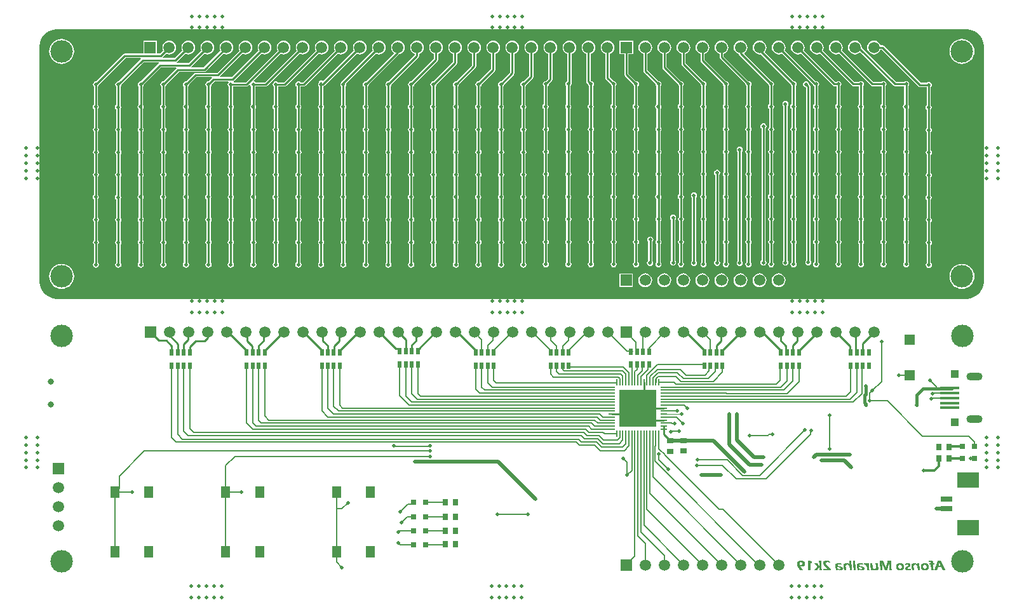
<source format=gbl>
G04*
G04 #@! TF.GenerationSoftware,Altium Limited,Altium Designer,19.0.14 (431)*
G04*
G04 Layer_Physical_Order=2*
G04 Layer_Color=16711680*
%FSLAX44Y44*%
%MOMM*%
G71*
G01*
G75*
%ADD11C,0.2540*%
%ADD13R,0.8000X0.9000*%
%ADD14R,0.9000X0.8000*%
%ADD31C,0.2500*%
%ADD32C,0.5000*%
%ADD33C,0.2000*%
%ADD34C,0.1520*%
%ADD35C,0.1270*%
%ADD36C,0.4500*%
%ADD37C,0.3000*%
%ADD38C,0.1000*%
%ADD40C,0.5000*%
%ADD41R,1.5000X1.5000*%
%ADD42C,1.5000*%
%ADD43C,3.0000*%
G04:AMPARAMS|DCode=44|XSize=2.15mm|YSize=1.05mm|CornerRadius=0.525mm|HoleSize=0mm|Usage=FLASHONLY|Rotation=180.000|XOffset=0mm|YOffset=0mm|HoleType=Round|Shape=RoundedRectangle|*
%AMROUNDEDRECTD44*
21,1,2.1500,0.0000,0,0,180.0*
21,1,1.1000,1.0500,0,0,180.0*
1,1,1.0500,-0.5500,0.0000*
1,1,1.0500,0.5500,0.0000*
1,1,1.0500,0.5500,0.0000*
1,1,1.0500,-0.5500,0.0000*
%
%ADD44ROUNDEDRECTD44*%
%ADD45C,1.0000*%
%ADD46R,1.5000X1.5000*%
%ADD47C,0.8001*%
%ADD48R,2.5000X0.4000*%
%ADD49R,1.0000X1.0000*%
%ADD50R,0.5300X0.9700*%
%ADD51R,4.9500X4.9500*%
%ADD52R,0.8400X0.2200*%
%ADD53R,0.2200X0.8400*%
%ADD54R,1.3500X1.3500*%
%ADD55R,1.6000X0.8000*%
%ADD56R,3.0000X2.1000*%
%ADD57R,0.8000X0.8000*%
%ADD58R,1.3000X1.5499*%
%ADD59C,0.4000*%
%ADD60C,0.0847*%
G36*
X2490759Y1931024D02*
X2495381Y1929109D01*
X2499541Y1926329D01*
X2503079Y1922791D01*
X2505859Y1918631D01*
X2507774Y1914009D01*
X2508750Y1909102D01*
Y1906600D01*
Y1597400D01*
Y1594898D01*
X2507774Y1589991D01*
X2505859Y1585369D01*
X2503079Y1581208D01*
X2499541Y1577670D01*
X2495381Y1574891D01*
X2490759Y1572976D01*
X2485852Y1572000D01*
X1271898D01*
X1266991Y1572976D01*
X1262368Y1574891D01*
X1258208Y1577670D01*
X1254670Y1581208D01*
X1251891Y1585369D01*
X1249976Y1589991D01*
X1249000Y1594898D01*
Y1597400D01*
Y1906600D01*
Y1909102D01*
X1249976Y1914009D01*
X1251891Y1918631D01*
X1254670Y1922791D01*
X1258208Y1926329D01*
X1262368Y1929109D01*
X1266991Y1931024D01*
X1271898Y1932000D01*
X2485852D01*
X2490759Y1931024D01*
D02*
G37*
%LPC*%
G36*
X1701800Y1916352D02*
X1699444Y1916042D01*
X1697249Y1915132D01*
X1695364Y1913686D01*
X1693918Y1911801D01*
X1693008Y1909606D01*
X1692698Y1907250D01*
X1693008Y1904894D01*
X1693713Y1903192D01*
X1652486Y1861964D01*
X1651917Y1861114D01*
X1651599Y1860901D01*
X1650709Y1859570D01*
X1650397Y1858000D01*
X1650709Y1856430D01*
X1651599Y1855099D01*
X1651651Y1855064D01*
Y1831103D01*
X1651349Y1830901D01*
X1650459Y1829570D01*
X1650147Y1828000D01*
X1650459Y1826430D01*
X1651349Y1825099D01*
X1651651Y1824897D01*
Y1800686D01*
X1651599Y1800651D01*
X1650709Y1799320D01*
X1650397Y1797750D01*
X1650709Y1796180D01*
X1651599Y1794849D01*
X1651651Y1794814D01*
Y1770686D01*
X1651599Y1770651D01*
X1650709Y1769320D01*
X1650397Y1767750D01*
X1650709Y1766180D01*
X1651599Y1764849D01*
X1651651Y1764814D01*
Y1740686D01*
X1651599Y1740651D01*
X1650709Y1739320D01*
X1650397Y1737750D01*
X1650709Y1736180D01*
X1651599Y1734849D01*
X1651651Y1734814D01*
Y1710853D01*
X1651349Y1710651D01*
X1650459Y1709320D01*
X1650147Y1707750D01*
X1650459Y1706180D01*
X1651349Y1704849D01*
X1651651Y1704647D01*
Y1680686D01*
X1651599Y1680651D01*
X1650709Y1679320D01*
X1650397Y1677750D01*
X1650709Y1676180D01*
X1651599Y1674849D01*
X1651651Y1674814D01*
Y1650436D01*
X1651599Y1650401D01*
X1650709Y1649070D01*
X1650397Y1647500D01*
X1650709Y1645930D01*
X1651599Y1644599D01*
X1651651Y1644564D01*
Y1620686D01*
X1651599Y1620651D01*
X1650709Y1619320D01*
X1650397Y1617750D01*
X1650709Y1616180D01*
X1651599Y1614849D01*
X1652930Y1613960D01*
X1654500Y1613647D01*
X1656070Y1613960D01*
X1657401Y1614849D01*
X1658291Y1616180D01*
X1658603Y1617750D01*
X1658291Y1619320D01*
X1657401Y1620651D01*
X1657349Y1620686D01*
Y1644564D01*
X1657401Y1644599D01*
X1658291Y1645930D01*
X1658603Y1647500D01*
X1658291Y1649070D01*
X1657401Y1650401D01*
X1657349Y1650436D01*
Y1674814D01*
X1657401Y1674849D01*
X1658291Y1676180D01*
X1658603Y1677750D01*
X1658291Y1679320D01*
X1657401Y1680651D01*
X1657349Y1680686D01*
Y1705145D01*
X1658040Y1706180D01*
X1658353Y1707750D01*
X1658040Y1709320D01*
X1657349Y1710355D01*
Y1734814D01*
X1657401Y1734849D01*
X1658291Y1736180D01*
X1658603Y1737750D01*
X1658291Y1739320D01*
X1657401Y1740651D01*
X1657349Y1740686D01*
Y1764814D01*
X1657401Y1764849D01*
X1658291Y1766180D01*
X1658603Y1767750D01*
X1658291Y1769320D01*
X1657401Y1770651D01*
X1657349Y1770686D01*
Y1794814D01*
X1657401Y1794849D01*
X1658291Y1796180D01*
X1658603Y1797750D01*
X1658291Y1799320D01*
X1657401Y1800651D01*
X1657349Y1800686D01*
Y1825395D01*
X1658040Y1826430D01*
X1658353Y1828000D01*
X1658040Y1829570D01*
X1657349Y1830605D01*
Y1855064D01*
X1657401Y1855099D01*
X1658291Y1856430D01*
X1658603Y1858000D01*
X1658291Y1859570D01*
X1658234Y1859655D01*
X1697742Y1899163D01*
X1699444Y1898458D01*
X1701800Y1898148D01*
X1704156Y1898458D01*
X1706351Y1899368D01*
X1708236Y1900814D01*
X1709682Y1902699D01*
X1710592Y1904894D01*
X1710902Y1907250D01*
X1710592Y1909606D01*
X1709682Y1911801D01*
X1708236Y1913686D01*
X1706351Y1915132D01*
X1704156Y1916042D01*
X1701800Y1916352D01*
D02*
G37*
G36*
X1676400D02*
X1674044Y1916042D01*
X1671849Y1915132D01*
X1669964Y1913686D01*
X1668517Y1911801D01*
X1667608Y1909606D01*
X1667298Y1907250D01*
X1667608Y1904894D01*
X1668313Y1903192D01*
X1627785Y1862664D01*
X1626764Y1862764D01*
X1625840Y1863382D01*
X1624750Y1863599D01*
X1623660Y1863382D01*
X1622736Y1862764D01*
X1622118Y1861840D01*
X1621944Y1860965D01*
X1621849Y1860901D01*
X1620959Y1859570D01*
X1620647Y1858000D01*
X1620959Y1856430D01*
X1621849Y1855099D01*
X1621901Y1855064D01*
Y1831103D01*
X1621599Y1830901D01*
X1620709Y1829570D01*
X1620397Y1828000D01*
X1620709Y1826430D01*
X1621599Y1825099D01*
X1621901Y1824897D01*
Y1800686D01*
X1621849Y1800651D01*
X1620959Y1799320D01*
X1620647Y1797750D01*
X1620959Y1796180D01*
X1621849Y1794849D01*
X1621901Y1794814D01*
Y1770686D01*
X1621849Y1770651D01*
X1620959Y1769320D01*
X1620647Y1767750D01*
X1620959Y1766180D01*
X1621849Y1764849D01*
X1621901Y1764814D01*
Y1740686D01*
X1621849Y1740651D01*
X1620959Y1739320D01*
X1620647Y1737750D01*
X1620959Y1736180D01*
X1621849Y1734849D01*
X1621901Y1734814D01*
Y1710853D01*
X1621599Y1710651D01*
X1620709Y1709320D01*
X1620397Y1707750D01*
X1620709Y1706180D01*
X1621599Y1704849D01*
X1621901Y1704647D01*
Y1680686D01*
X1621849Y1680651D01*
X1620959Y1679320D01*
X1620647Y1677750D01*
X1620959Y1676180D01*
X1621849Y1674849D01*
X1621901Y1674814D01*
Y1650436D01*
X1621849Y1650401D01*
X1620959Y1649070D01*
X1620647Y1647500D01*
X1620959Y1645930D01*
X1621849Y1644599D01*
X1621901Y1644564D01*
Y1620686D01*
X1621849Y1620651D01*
X1620959Y1619320D01*
X1620647Y1617750D01*
X1620959Y1616180D01*
X1621849Y1614849D01*
X1623180Y1613960D01*
X1624750Y1613647D01*
X1626320Y1613960D01*
X1627651Y1614849D01*
X1628540Y1616180D01*
X1628853Y1617750D01*
X1628540Y1619320D01*
X1627651Y1620651D01*
X1627599Y1620686D01*
Y1644564D01*
X1627651Y1644599D01*
X1628540Y1645930D01*
X1628853Y1647500D01*
X1628540Y1649070D01*
X1627651Y1650401D01*
X1627599Y1650436D01*
Y1674814D01*
X1627651Y1674849D01*
X1628540Y1676180D01*
X1628853Y1677750D01*
X1628540Y1679320D01*
X1627651Y1680651D01*
X1627599Y1680686D01*
Y1705145D01*
X1628291Y1706180D01*
X1628603Y1707750D01*
X1628291Y1709320D01*
X1627599Y1710355D01*
Y1734814D01*
X1627651Y1734849D01*
X1628540Y1736180D01*
X1628853Y1737750D01*
X1628540Y1739320D01*
X1627651Y1740651D01*
X1627599Y1740686D01*
Y1764814D01*
X1627651Y1764849D01*
X1628540Y1766180D01*
X1628853Y1767750D01*
X1628540Y1769320D01*
X1627651Y1770651D01*
X1627599Y1770686D01*
Y1794814D01*
X1627651Y1794849D01*
X1628540Y1796180D01*
X1628853Y1797750D01*
X1628540Y1799320D01*
X1627651Y1800651D01*
X1627599Y1800686D01*
Y1825395D01*
X1628291Y1826430D01*
X1628603Y1828000D01*
X1628291Y1829570D01*
X1627599Y1830605D01*
Y1855064D01*
X1627651Y1855099D01*
X1627768Y1855274D01*
X1628240Y1855368D01*
X1629164Y1855986D01*
X1672342Y1899163D01*
X1674044Y1898458D01*
X1676400Y1898148D01*
X1678756Y1898458D01*
X1680951Y1899368D01*
X1682836Y1900814D01*
X1684282Y1902699D01*
X1685192Y1904894D01*
X1685502Y1907250D01*
X1685192Y1909606D01*
X1684282Y1911801D01*
X1682836Y1913686D01*
X1680951Y1915132D01*
X1678756Y1916042D01*
X1676400Y1916352D01*
D02*
G37*
G36*
X1651000D02*
X1648644Y1916042D01*
X1646449Y1915132D01*
X1644564Y1913686D01*
X1643118Y1911801D01*
X1642208Y1909606D01*
X1641898Y1907250D01*
X1642208Y1904894D01*
X1642913Y1903192D01*
X1600570Y1860849D01*
X1597686D01*
X1597651Y1860901D01*
X1596320Y1861790D01*
X1594750Y1862103D01*
X1593180Y1861790D01*
X1591849Y1860901D01*
X1590959Y1859570D01*
X1590647Y1858000D01*
X1590959Y1856430D01*
X1591849Y1855099D01*
X1591901Y1855064D01*
Y1831103D01*
X1591599Y1830901D01*
X1590709Y1829570D01*
X1590397Y1828000D01*
X1590709Y1826430D01*
X1591599Y1825099D01*
X1591901Y1824897D01*
Y1800686D01*
X1591849Y1800651D01*
X1590959Y1799320D01*
X1590647Y1797750D01*
X1590959Y1796180D01*
X1591849Y1794849D01*
X1591901Y1794814D01*
Y1770686D01*
X1591849Y1770651D01*
X1590959Y1769320D01*
X1590647Y1767750D01*
X1590959Y1766180D01*
X1591849Y1764849D01*
X1591901Y1764814D01*
Y1740686D01*
X1591849Y1740651D01*
X1590959Y1739320D01*
X1590647Y1737750D01*
X1590959Y1736180D01*
X1591849Y1734849D01*
X1591901Y1734814D01*
Y1710853D01*
X1591599Y1710651D01*
X1590709Y1709320D01*
X1590397Y1707750D01*
X1590709Y1706180D01*
X1591599Y1704849D01*
X1591901Y1704647D01*
Y1680686D01*
X1591849Y1680651D01*
X1590959Y1679320D01*
X1590647Y1677750D01*
X1590959Y1676180D01*
X1591849Y1674849D01*
X1591901Y1674814D01*
Y1650436D01*
X1591849Y1650401D01*
X1590959Y1649070D01*
X1590647Y1647500D01*
X1590959Y1645930D01*
X1591849Y1644599D01*
X1591901Y1644564D01*
Y1620686D01*
X1591849Y1620651D01*
X1590959Y1619320D01*
X1590647Y1617750D01*
X1590959Y1616180D01*
X1591849Y1614849D01*
X1593180Y1613960D01*
X1594750Y1613647D01*
X1596320Y1613960D01*
X1597651Y1614849D01*
X1598540Y1616180D01*
X1598853Y1617750D01*
X1598540Y1619320D01*
X1597651Y1620651D01*
X1597599Y1620686D01*
Y1644564D01*
X1597651Y1644599D01*
X1598540Y1645930D01*
X1598853Y1647500D01*
X1598540Y1649070D01*
X1597651Y1650401D01*
X1597599Y1650436D01*
Y1674814D01*
X1597651Y1674849D01*
X1598540Y1676180D01*
X1598853Y1677750D01*
X1598540Y1679320D01*
X1597651Y1680651D01*
X1597599Y1680686D01*
Y1705145D01*
X1598291Y1706180D01*
X1598603Y1707750D01*
X1598291Y1709320D01*
X1597599Y1710355D01*
Y1734814D01*
X1597651Y1734849D01*
X1598540Y1736180D01*
X1598853Y1737750D01*
X1598540Y1739320D01*
X1597651Y1740651D01*
X1597599Y1740686D01*
Y1764814D01*
X1597651Y1764849D01*
X1598540Y1766180D01*
X1598853Y1767750D01*
X1598540Y1769320D01*
X1597651Y1770651D01*
X1597599Y1770686D01*
Y1794814D01*
X1597651Y1794849D01*
X1598540Y1796180D01*
X1598853Y1797750D01*
X1598540Y1799320D01*
X1597651Y1800651D01*
X1597599Y1800686D01*
Y1825395D01*
X1598291Y1826430D01*
X1598603Y1828000D01*
X1598291Y1829570D01*
X1597599Y1830605D01*
Y1855064D01*
X1597651Y1855099D01*
X1597686Y1855151D01*
X1601750D01*
X1601750Y1855151D01*
X1602840Y1855368D01*
X1603764Y1855986D01*
X1646942Y1899163D01*
X1648644Y1898458D01*
X1651000Y1898148D01*
X1653356Y1898458D01*
X1655551Y1899368D01*
X1657436Y1900814D01*
X1658882Y1902699D01*
X1659792Y1904894D01*
X1660102Y1907250D01*
X1659792Y1909606D01*
X1658882Y1911801D01*
X1657436Y1913686D01*
X1655551Y1915132D01*
X1653356Y1916042D01*
X1651000Y1916352D01*
D02*
G37*
G36*
X1625600D02*
X1623244Y1916042D01*
X1621049Y1915132D01*
X1619164Y1913686D01*
X1617717Y1911801D01*
X1616808Y1909606D01*
X1616498Y1907250D01*
X1616808Y1904894D01*
X1617513Y1903192D01*
X1575170Y1860849D01*
X1567436D01*
X1567401Y1860901D01*
X1566070Y1861790D01*
X1564500Y1862103D01*
X1562930Y1861790D01*
X1561599Y1860901D01*
X1560709Y1859570D01*
X1560397Y1858000D01*
X1560709Y1856430D01*
X1561599Y1855099D01*
X1561651Y1855064D01*
Y1831103D01*
X1561349Y1830901D01*
X1560459Y1829570D01*
X1560147Y1828000D01*
X1560459Y1826430D01*
X1561349Y1825099D01*
X1561651Y1824897D01*
Y1800686D01*
X1561599Y1800651D01*
X1560709Y1799320D01*
X1560397Y1797750D01*
X1560709Y1796180D01*
X1561599Y1794849D01*
X1561651Y1794814D01*
Y1770686D01*
X1561599Y1770651D01*
X1560709Y1769320D01*
X1560397Y1767750D01*
X1560709Y1766180D01*
X1561599Y1764849D01*
X1561651Y1764814D01*
Y1740686D01*
X1561599Y1740651D01*
X1560709Y1739320D01*
X1560397Y1737750D01*
X1560709Y1736180D01*
X1561599Y1734849D01*
X1561651Y1734814D01*
Y1710853D01*
X1561349Y1710651D01*
X1560459Y1709320D01*
X1560147Y1707750D01*
X1560459Y1706180D01*
X1561349Y1704849D01*
X1561651Y1704647D01*
Y1680686D01*
X1561599Y1680651D01*
X1560709Y1679320D01*
X1560397Y1677750D01*
X1560709Y1676180D01*
X1561599Y1674849D01*
X1561651Y1674814D01*
Y1650436D01*
X1561599Y1650401D01*
X1560709Y1649070D01*
X1560397Y1647500D01*
X1560709Y1645930D01*
X1561599Y1644599D01*
X1561651Y1644564D01*
Y1620686D01*
X1561599Y1620651D01*
X1560709Y1619320D01*
X1560397Y1617750D01*
X1560709Y1616180D01*
X1561599Y1614849D01*
X1562930Y1613960D01*
X1564500Y1613647D01*
X1566070Y1613960D01*
X1567401Y1614849D01*
X1568291Y1616180D01*
X1568603Y1617750D01*
X1568291Y1619320D01*
X1567401Y1620651D01*
X1567349Y1620686D01*
Y1644564D01*
X1567401Y1644599D01*
X1568291Y1645930D01*
X1568603Y1647500D01*
X1568291Y1649070D01*
X1567401Y1650401D01*
X1567349Y1650436D01*
Y1674814D01*
X1567401Y1674849D01*
X1568291Y1676180D01*
X1568603Y1677750D01*
X1568291Y1679320D01*
X1567401Y1680651D01*
X1567349Y1680686D01*
Y1705145D01*
X1568040Y1706180D01*
X1568353Y1707750D01*
X1568040Y1709320D01*
X1567349Y1710355D01*
Y1734814D01*
X1567401Y1734849D01*
X1568291Y1736180D01*
X1568603Y1737750D01*
X1568291Y1739320D01*
X1567401Y1740651D01*
X1567349Y1740686D01*
Y1764814D01*
X1567401Y1764849D01*
X1568291Y1766180D01*
X1568603Y1767750D01*
X1568291Y1769320D01*
X1567401Y1770651D01*
X1567349Y1770686D01*
Y1794814D01*
X1567401Y1794849D01*
X1568291Y1796180D01*
X1568603Y1797750D01*
X1568291Y1799320D01*
X1567401Y1800651D01*
X1567349Y1800686D01*
Y1825395D01*
X1568040Y1826430D01*
X1568353Y1828000D01*
X1568040Y1829570D01*
X1567349Y1830605D01*
Y1855064D01*
X1567401Y1855099D01*
X1567436Y1855151D01*
X1576350D01*
X1576350Y1855151D01*
X1577440Y1855368D01*
X1578364Y1855986D01*
X1621542Y1899163D01*
X1623244Y1898458D01*
X1625600Y1898148D01*
X1627956Y1898458D01*
X1630151Y1899368D01*
X1632036Y1900814D01*
X1633482Y1902699D01*
X1634392Y1904894D01*
X1634702Y1907250D01*
X1634392Y1909606D01*
X1633482Y1911801D01*
X1632036Y1913686D01*
X1630151Y1915132D01*
X1627956Y1916042D01*
X1625600Y1916352D01*
D02*
G37*
G36*
X1600200D02*
X1597844Y1916042D01*
X1595649Y1915132D01*
X1593764Y1913686D01*
X1592318Y1911801D01*
X1591408Y1909606D01*
X1591098Y1907250D01*
X1591408Y1904894D01*
X1592113Y1903192D01*
X1549770Y1860849D01*
X1537436D01*
X1537401Y1860901D01*
X1536070Y1861790D01*
X1535315Y1861941D01*
X1534897Y1863319D01*
X1570742Y1899163D01*
X1572444Y1898458D01*
X1574800Y1898148D01*
X1577156Y1898458D01*
X1579351Y1899368D01*
X1581236Y1900814D01*
X1582682Y1902699D01*
X1583592Y1904894D01*
X1583902Y1907250D01*
X1583592Y1909606D01*
X1582682Y1911801D01*
X1581236Y1913686D01*
X1579351Y1915132D01*
X1577156Y1916042D01*
X1574800Y1916352D01*
X1572444Y1916042D01*
X1570249Y1915132D01*
X1568364Y1913686D01*
X1566918Y1911801D01*
X1566008Y1909606D01*
X1565698Y1907250D01*
X1566008Y1904894D01*
X1566713Y1903192D01*
X1524370Y1860849D01*
X1508677D01*
X1508457Y1861116D01*
X1508421Y1861328D01*
X1508779Y1862728D01*
X1509164Y1862986D01*
X1545342Y1899163D01*
X1547044Y1898458D01*
X1549400Y1898148D01*
X1551756Y1898458D01*
X1553951Y1899368D01*
X1555836Y1900814D01*
X1557282Y1902699D01*
X1558192Y1904894D01*
X1558502Y1907250D01*
X1558192Y1909606D01*
X1557282Y1911801D01*
X1555836Y1913686D01*
X1553951Y1915132D01*
X1551756Y1916042D01*
X1549400Y1916352D01*
X1547044Y1916042D01*
X1544849Y1915132D01*
X1542964Y1913686D01*
X1541517Y1911801D01*
X1540608Y1909606D01*
X1540298Y1907250D01*
X1540608Y1904894D01*
X1541313Y1903192D01*
X1505970Y1867849D01*
X1490423D01*
X1489897Y1869119D01*
X1519942Y1899163D01*
X1521644Y1898458D01*
X1524000Y1898148D01*
X1526356Y1898458D01*
X1528551Y1899368D01*
X1530436Y1900814D01*
X1531882Y1902699D01*
X1532792Y1904894D01*
X1533102Y1907250D01*
X1532792Y1909606D01*
X1531882Y1911801D01*
X1530436Y1913686D01*
X1528551Y1915132D01*
X1526356Y1916042D01*
X1524000Y1916352D01*
X1521644Y1916042D01*
X1519449Y1915132D01*
X1517564Y1913686D01*
X1516118Y1911801D01*
X1515208Y1909606D01*
X1514898Y1907250D01*
X1515208Y1904894D01*
X1515913Y1903192D01*
X1486320Y1873599D01*
X1457500D01*
X1457500Y1873599D01*
X1456410Y1873382D01*
X1455486Y1872764D01*
X1444812Y1862090D01*
X1444750Y1862103D01*
X1443180Y1861790D01*
X1441849Y1860901D01*
X1440959Y1859570D01*
X1440647Y1858000D01*
X1440959Y1856430D01*
X1441849Y1855099D01*
X1441901Y1855064D01*
Y1831103D01*
X1441599Y1830901D01*
X1440709Y1829570D01*
X1440397Y1828000D01*
X1440709Y1826430D01*
X1441599Y1825099D01*
X1441901Y1824897D01*
Y1800686D01*
X1441849Y1800651D01*
X1440959Y1799320D01*
X1440647Y1797750D01*
X1440959Y1796180D01*
X1441849Y1794849D01*
X1441901Y1794814D01*
Y1770686D01*
X1441849Y1770651D01*
X1440959Y1769320D01*
X1440647Y1767750D01*
X1440959Y1766180D01*
X1441849Y1764849D01*
X1441901Y1764814D01*
Y1740686D01*
X1441849Y1740651D01*
X1440959Y1739320D01*
X1440647Y1737750D01*
X1440959Y1736180D01*
X1441849Y1734849D01*
X1441901Y1734814D01*
Y1710853D01*
X1441599Y1710651D01*
X1440709Y1709320D01*
X1440397Y1707750D01*
X1440709Y1706180D01*
X1441599Y1704849D01*
X1441901Y1704647D01*
Y1680686D01*
X1441849Y1680651D01*
X1440959Y1679320D01*
X1440647Y1677750D01*
X1440959Y1676180D01*
X1441849Y1674849D01*
X1441901Y1674814D01*
Y1650436D01*
X1441849Y1650401D01*
X1440959Y1649070D01*
X1440647Y1647500D01*
X1440959Y1645930D01*
X1441849Y1644599D01*
X1441901Y1644564D01*
Y1620686D01*
X1441849Y1620651D01*
X1440959Y1619320D01*
X1440647Y1617750D01*
X1440959Y1616180D01*
X1441849Y1614849D01*
X1443180Y1613960D01*
X1444750Y1613647D01*
X1446320Y1613960D01*
X1447651Y1614849D01*
X1448540Y1616180D01*
X1448853Y1617750D01*
X1448540Y1619320D01*
X1447651Y1620651D01*
X1447599Y1620686D01*
Y1644564D01*
X1447651Y1644599D01*
X1448540Y1645930D01*
X1448853Y1647500D01*
X1448540Y1649070D01*
X1447651Y1650401D01*
X1447599Y1650436D01*
Y1674814D01*
X1447651Y1674849D01*
X1448540Y1676180D01*
X1448853Y1677750D01*
X1448540Y1679320D01*
X1447651Y1680651D01*
X1447599Y1680686D01*
Y1705145D01*
X1448291Y1706180D01*
X1448603Y1707750D01*
X1448291Y1709320D01*
X1447599Y1710355D01*
Y1734814D01*
X1447651Y1734849D01*
X1448540Y1736180D01*
X1448853Y1737750D01*
X1448540Y1739320D01*
X1447651Y1740651D01*
X1447599Y1740686D01*
Y1764814D01*
X1447651Y1764849D01*
X1448540Y1766180D01*
X1448853Y1767750D01*
X1448540Y1769320D01*
X1447651Y1770651D01*
X1447599Y1770686D01*
Y1794814D01*
X1447651Y1794849D01*
X1448540Y1796180D01*
X1448853Y1797750D01*
X1448540Y1799320D01*
X1447651Y1800651D01*
X1447599Y1800686D01*
Y1825395D01*
X1448291Y1826430D01*
X1448603Y1828000D01*
X1448291Y1829570D01*
X1447599Y1830605D01*
Y1855064D01*
X1447651Y1855099D01*
X1448540Y1856430D01*
X1448853Y1858000D01*
X1448840Y1858062D01*
X1458680Y1867901D01*
X1478826D01*
X1479353Y1866631D01*
X1474812Y1862090D01*
X1474750Y1862103D01*
X1473180Y1861790D01*
X1471849Y1860901D01*
X1470959Y1859570D01*
X1470647Y1858000D01*
X1470959Y1856430D01*
X1471849Y1855099D01*
X1471901Y1855064D01*
Y1831103D01*
X1471599Y1830901D01*
X1470709Y1829570D01*
X1470397Y1828000D01*
X1470709Y1826430D01*
X1471599Y1825099D01*
X1471901Y1824897D01*
Y1800686D01*
X1471849Y1800651D01*
X1470959Y1799320D01*
X1470647Y1797750D01*
X1470959Y1796180D01*
X1471849Y1794849D01*
X1471901Y1794814D01*
Y1770686D01*
X1471849Y1770651D01*
X1470959Y1769320D01*
X1470647Y1767750D01*
X1470959Y1766180D01*
X1471849Y1764849D01*
X1471901Y1764814D01*
Y1740686D01*
X1471849Y1740651D01*
X1470959Y1739320D01*
X1470647Y1737750D01*
X1470959Y1736180D01*
X1471849Y1734849D01*
X1471901Y1734814D01*
Y1710853D01*
X1471599Y1710651D01*
X1470709Y1709320D01*
X1470397Y1707750D01*
X1470709Y1706180D01*
X1471599Y1704849D01*
X1471901Y1704647D01*
Y1680686D01*
X1471849Y1680651D01*
X1470959Y1679320D01*
X1470647Y1677750D01*
X1470959Y1676180D01*
X1471849Y1674849D01*
X1471901Y1674814D01*
Y1650436D01*
X1471849Y1650401D01*
X1470959Y1649070D01*
X1470647Y1647500D01*
X1470959Y1645930D01*
X1471849Y1644599D01*
X1471901Y1644564D01*
Y1620686D01*
X1471849Y1620651D01*
X1470959Y1619320D01*
X1470647Y1617750D01*
X1470959Y1616180D01*
X1471849Y1614849D01*
X1473180Y1613960D01*
X1474750Y1613647D01*
X1476320Y1613960D01*
X1477651Y1614849D01*
X1478540Y1616180D01*
X1478853Y1617750D01*
X1478540Y1619320D01*
X1477651Y1620651D01*
X1477599Y1620686D01*
Y1644564D01*
X1477651Y1644599D01*
X1478540Y1645930D01*
X1478853Y1647500D01*
X1478540Y1649070D01*
X1477651Y1650401D01*
X1477599Y1650436D01*
Y1674814D01*
X1477651Y1674849D01*
X1478540Y1676180D01*
X1478853Y1677750D01*
X1478540Y1679320D01*
X1477651Y1680651D01*
X1477599Y1680686D01*
Y1705145D01*
X1478291Y1706180D01*
X1478603Y1707750D01*
X1478291Y1709320D01*
X1477599Y1710355D01*
Y1734814D01*
X1477651Y1734849D01*
X1478540Y1736180D01*
X1478853Y1737750D01*
X1478540Y1739320D01*
X1477651Y1740651D01*
X1477599Y1740686D01*
Y1764814D01*
X1477651Y1764849D01*
X1478540Y1766180D01*
X1478853Y1767750D01*
X1478540Y1769320D01*
X1477651Y1770651D01*
X1477599Y1770686D01*
Y1794814D01*
X1477651Y1794849D01*
X1478540Y1796180D01*
X1478853Y1797750D01*
X1478540Y1799320D01*
X1477651Y1800651D01*
X1477599Y1800686D01*
Y1825395D01*
X1478291Y1826430D01*
X1478603Y1828000D01*
X1478291Y1829570D01*
X1477599Y1830605D01*
Y1855064D01*
X1477651Y1855099D01*
X1478540Y1856430D01*
X1478853Y1858000D01*
X1478840Y1858062D01*
X1482930Y1862151D01*
X1501184D01*
X1501599Y1860901D01*
X1500709Y1859570D01*
X1500397Y1858000D01*
X1500709Y1856430D01*
X1501599Y1855099D01*
X1501651Y1855064D01*
Y1831103D01*
X1501349Y1830901D01*
X1500459Y1829570D01*
X1500147Y1828000D01*
X1500459Y1826430D01*
X1501349Y1825099D01*
X1501651Y1824897D01*
Y1800686D01*
X1501599Y1800651D01*
X1500709Y1799320D01*
X1500397Y1797750D01*
X1500709Y1796180D01*
X1501599Y1794849D01*
X1501651Y1794814D01*
Y1770686D01*
X1501599Y1770651D01*
X1500709Y1769320D01*
X1500397Y1767750D01*
X1500709Y1766180D01*
X1501599Y1764849D01*
X1501651Y1764814D01*
Y1740686D01*
X1501599Y1740651D01*
X1500709Y1739320D01*
X1500397Y1737750D01*
X1500709Y1736180D01*
X1501599Y1734849D01*
X1501651Y1734814D01*
Y1710853D01*
X1501349Y1710651D01*
X1500459Y1709320D01*
X1500147Y1707750D01*
X1500459Y1706180D01*
X1501349Y1704849D01*
X1501651Y1704647D01*
Y1680686D01*
X1501599Y1680651D01*
X1500709Y1679320D01*
X1500397Y1677750D01*
X1500709Y1676180D01*
X1501599Y1674849D01*
X1501651Y1674814D01*
Y1650436D01*
X1501599Y1650401D01*
X1500709Y1649070D01*
X1500397Y1647500D01*
X1500709Y1645930D01*
X1501599Y1644599D01*
X1501651Y1644564D01*
Y1620686D01*
X1501599Y1620651D01*
X1500709Y1619320D01*
X1500397Y1617750D01*
X1500709Y1616180D01*
X1501599Y1614849D01*
X1502930Y1613960D01*
X1504500Y1613647D01*
X1506070Y1613960D01*
X1507401Y1614849D01*
X1508291Y1616180D01*
X1508603Y1617750D01*
X1508291Y1619320D01*
X1507401Y1620651D01*
X1507349Y1620686D01*
Y1644564D01*
X1507401Y1644599D01*
X1508291Y1645930D01*
X1508603Y1647500D01*
X1508291Y1649070D01*
X1507401Y1650401D01*
X1507349Y1650436D01*
Y1674814D01*
X1507401Y1674849D01*
X1508291Y1676180D01*
X1508603Y1677750D01*
X1508291Y1679320D01*
X1507401Y1680651D01*
X1507349Y1680686D01*
Y1705145D01*
X1508040Y1706180D01*
X1508353Y1707750D01*
X1508040Y1709320D01*
X1507349Y1710355D01*
Y1734814D01*
X1507401Y1734849D01*
X1508291Y1736180D01*
X1508603Y1737750D01*
X1508291Y1739320D01*
X1507401Y1740651D01*
X1507349Y1740686D01*
Y1764814D01*
X1507401Y1764849D01*
X1508291Y1766180D01*
X1508603Y1767750D01*
X1508291Y1769320D01*
X1507401Y1770651D01*
X1507349Y1770686D01*
Y1794814D01*
X1507401Y1794849D01*
X1508291Y1796180D01*
X1508603Y1797750D01*
X1508291Y1799320D01*
X1507401Y1800651D01*
X1507349Y1800686D01*
Y1825395D01*
X1508040Y1826430D01*
X1508353Y1828000D01*
X1508040Y1829570D01*
X1507349Y1830605D01*
Y1855064D01*
X1507401Y1855099D01*
X1507436Y1855151D01*
X1525550D01*
X1525550Y1855151D01*
X1526640Y1855368D01*
X1527564Y1855986D01*
X1529181Y1857603D01*
X1530559Y1857184D01*
X1530709Y1856430D01*
X1531599Y1855099D01*
X1531651Y1855064D01*
Y1831103D01*
X1531349Y1830901D01*
X1530459Y1829570D01*
X1530147Y1828000D01*
X1530459Y1826430D01*
X1531349Y1825099D01*
X1531651Y1824897D01*
Y1800686D01*
X1531599Y1800651D01*
X1530709Y1799320D01*
X1530397Y1797750D01*
X1530709Y1796180D01*
X1531599Y1794849D01*
X1531651Y1794814D01*
Y1770686D01*
X1531599Y1770651D01*
X1530709Y1769320D01*
X1530397Y1767750D01*
X1530709Y1766180D01*
X1531599Y1764849D01*
X1531651Y1764814D01*
Y1740686D01*
X1531599Y1740651D01*
X1530709Y1739320D01*
X1530397Y1737750D01*
X1530709Y1736180D01*
X1531599Y1734849D01*
X1531651Y1734814D01*
Y1710853D01*
X1531349Y1710651D01*
X1530459Y1709320D01*
X1530147Y1707750D01*
X1530459Y1706180D01*
X1531349Y1704849D01*
X1531651Y1704647D01*
Y1680686D01*
X1531599Y1680651D01*
X1530709Y1679320D01*
X1530397Y1677750D01*
X1530709Y1676180D01*
X1531599Y1674849D01*
X1531651Y1674814D01*
Y1650436D01*
X1531599Y1650401D01*
X1530709Y1649070D01*
X1530397Y1647500D01*
X1530709Y1645930D01*
X1531599Y1644599D01*
X1531651Y1644564D01*
Y1620686D01*
X1531599Y1620651D01*
X1530709Y1619320D01*
X1530397Y1617750D01*
X1530709Y1616180D01*
X1531599Y1614849D01*
X1532930Y1613960D01*
X1534500Y1613647D01*
X1536070Y1613960D01*
X1537401Y1614849D01*
X1538290Y1616180D01*
X1538603Y1617750D01*
X1538290Y1619320D01*
X1537401Y1620651D01*
X1537349Y1620686D01*
Y1644564D01*
X1537401Y1644599D01*
X1538290Y1645930D01*
X1538603Y1647500D01*
X1538290Y1649070D01*
X1537401Y1650401D01*
X1537349Y1650436D01*
Y1674814D01*
X1537401Y1674849D01*
X1538290Y1676180D01*
X1538603Y1677750D01*
X1538290Y1679320D01*
X1537401Y1680651D01*
X1537349Y1680686D01*
Y1705145D01*
X1538040Y1706180D01*
X1538353Y1707750D01*
X1538040Y1709320D01*
X1537349Y1710355D01*
Y1734814D01*
X1537401Y1734849D01*
X1538290Y1736180D01*
X1538603Y1737750D01*
X1538290Y1739320D01*
X1537401Y1740651D01*
X1537349Y1740686D01*
Y1764814D01*
X1537401Y1764849D01*
X1538290Y1766180D01*
X1538603Y1767750D01*
X1538290Y1769320D01*
X1537401Y1770651D01*
X1537349Y1770686D01*
Y1794814D01*
X1537401Y1794849D01*
X1538290Y1796180D01*
X1538603Y1797750D01*
X1538290Y1799320D01*
X1537401Y1800651D01*
X1537349Y1800686D01*
Y1825395D01*
X1538040Y1826430D01*
X1538353Y1828000D01*
X1538040Y1829570D01*
X1537349Y1830605D01*
Y1855064D01*
X1537401Y1855099D01*
X1537436Y1855151D01*
X1550950D01*
X1550950Y1855151D01*
X1552040Y1855368D01*
X1552964Y1855986D01*
X1596142Y1899163D01*
X1597844Y1898458D01*
X1600200Y1898148D01*
X1602556Y1898458D01*
X1604751Y1899368D01*
X1606636Y1900814D01*
X1608082Y1902699D01*
X1608992Y1904894D01*
X1609302Y1907250D01*
X1608992Y1909606D01*
X1608082Y1911801D01*
X1606636Y1913686D01*
X1604751Y1915132D01*
X1602556Y1916042D01*
X1600200Y1916352D01*
D02*
G37*
G36*
X1498600D02*
X1496244Y1916042D01*
X1494049Y1915132D01*
X1492164Y1913686D01*
X1490717Y1911801D01*
X1489808Y1909606D01*
X1489498Y1907250D01*
X1489808Y1904894D01*
X1490513Y1903192D01*
X1467920Y1880599D01*
X1452374D01*
X1451847Y1881869D01*
X1469142Y1899163D01*
X1470844Y1898458D01*
X1473200Y1898148D01*
X1475556Y1898458D01*
X1477751Y1899368D01*
X1479636Y1900814D01*
X1481082Y1902699D01*
X1481992Y1904894D01*
X1482302Y1907250D01*
X1481992Y1909606D01*
X1481082Y1911801D01*
X1479636Y1913686D01*
X1477751Y1915132D01*
X1475556Y1916042D01*
X1473200Y1916352D01*
X1470844Y1916042D01*
X1468649Y1915132D01*
X1466764Y1913686D01*
X1465318Y1911801D01*
X1464408Y1909606D01*
X1464098Y1907250D01*
X1464408Y1904894D01*
X1465113Y1903192D01*
X1448270Y1886349D01*
X1432018D01*
X1431890Y1887618D01*
X1432814Y1888236D01*
X1443742Y1899163D01*
X1445444Y1898458D01*
X1447800Y1898148D01*
X1450156Y1898458D01*
X1452351Y1899368D01*
X1454236Y1900814D01*
X1455682Y1902699D01*
X1456592Y1904894D01*
X1456902Y1907250D01*
X1456592Y1909606D01*
X1455682Y1911801D01*
X1454236Y1913686D01*
X1452351Y1915132D01*
X1450156Y1916042D01*
X1447800Y1916352D01*
X1445444Y1916042D01*
X1443249Y1915132D01*
X1441364Y1913686D01*
X1439917Y1911801D01*
X1439008Y1909606D01*
X1438698Y1907250D01*
X1439008Y1904894D01*
X1439713Y1903192D01*
X1429620Y1893099D01*
X1413999D01*
X1413629Y1893818D01*
X1413547Y1894369D01*
X1418342Y1899163D01*
X1420044Y1898458D01*
X1422400Y1898148D01*
X1424756Y1898458D01*
X1426951Y1899368D01*
X1428836Y1900814D01*
X1430282Y1902699D01*
X1431192Y1904894D01*
X1431502Y1907250D01*
X1431192Y1909606D01*
X1430282Y1911801D01*
X1428836Y1913686D01*
X1426951Y1915132D01*
X1424756Y1916042D01*
X1422400Y1916352D01*
X1420044Y1916042D01*
X1417849Y1915132D01*
X1415964Y1913686D01*
X1414518Y1911801D01*
X1413608Y1909606D01*
X1413298Y1907250D01*
X1413608Y1904894D01*
X1414313Y1903192D01*
X1410220Y1899099D01*
X1406024D01*
Y1916274D01*
X1387976D01*
Y1899099D01*
X1363000D01*
X1361910Y1898882D01*
X1360986Y1898264D01*
X1360986Y1898264D01*
X1324812Y1862090D01*
X1324750Y1862103D01*
X1323180Y1861790D01*
X1321849Y1860901D01*
X1320959Y1859570D01*
X1320647Y1858000D01*
X1320959Y1856430D01*
X1321849Y1855099D01*
X1321901Y1855064D01*
Y1831103D01*
X1321599Y1830901D01*
X1320709Y1829570D01*
X1320397Y1828000D01*
X1320709Y1826430D01*
X1321599Y1825099D01*
X1321901Y1824897D01*
Y1800686D01*
X1321849Y1800651D01*
X1320959Y1799320D01*
X1320647Y1797750D01*
X1320959Y1796180D01*
X1321849Y1794849D01*
X1321901Y1794814D01*
Y1770686D01*
X1321849Y1770651D01*
X1320959Y1769320D01*
X1320647Y1767750D01*
X1320959Y1766180D01*
X1321849Y1764849D01*
X1321901Y1764814D01*
Y1740686D01*
X1321849Y1740651D01*
X1320959Y1739320D01*
X1320647Y1737750D01*
X1320959Y1736180D01*
X1321849Y1734849D01*
X1321901Y1734814D01*
Y1710853D01*
X1321599Y1710651D01*
X1320709Y1709320D01*
X1320397Y1707750D01*
X1320709Y1706180D01*
X1321599Y1704849D01*
X1321901Y1704647D01*
Y1680686D01*
X1321849Y1680651D01*
X1320959Y1679320D01*
X1320647Y1677750D01*
X1320959Y1676180D01*
X1321849Y1674849D01*
X1321901Y1674814D01*
Y1650436D01*
X1321849Y1650401D01*
X1320959Y1649070D01*
X1320647Y1647500D01*
X1320959Y1645930D01*
X1321849Y1644599D01*
X1321901Y1644564D01*
Y1620686D01*
X1321849Y1620651D01*
X1320959Y1619320D01*
X1320647Y1617750D01*
X1320959Y1616180D01*
X1321849Y1614849D01*
X1323180Y1613960D01*
X1324750Y1613647D01*
X1326320Y1613960D01*
X1327651Y1614849D01*
X1328540Y1616180D01*
X1328853Y1617750D01*
X1328540Y1619320D01*
X1327651Y1620651D01*
X1327599Y1620686D01*
Y1644564D01*
X1327651Y1644599D01*
X1328540Y1645930D01*
X1328853Y1647500D01*
X1328540Y1649070D01*
X1327651Y1650401D01*
X1327599Y1650436D01*
Y1674814D01*
X1327651Y1674849D01*
X1328540Y1676180D01*
X1328853Y1677750D01*
X1328540Y1679320D01*
X1327651Y1680651D01*
X1327599Y1680686D01*
Y1705145D01*
X1328291Y1706180D01*
X1328603Y1707750D01*
X1328291Y1709320D01*
X1327599Y1710355D01*
Y1734814D01*
X1327651Y1734849D01*
X1328540Y1736180D01*
X1328853Y1737750D01*
X1328540Y1739320D01*
X1327651Y1740651D01*
X1327599Y1740686D01*
Y1764814D01*
X1327651Y1764849D01*
X1328540Y1766180D01*
X1328853Y1767750D01*
X1328540Y1769320D01*
X1327651Y1770651D01*
X1327599Y1770686D01*
Y1794814D01*
X1327651Y1794849D01*
X1328540Y1796180D01*
X1328853Y1797750D01*
X1328540Y1799320D01*
X1327651Y1800651D01*
X1327599Y1800686D01*
Y1825395D01*
X1328291Y1826430D01*
X1328603Y1828000D01*
X1328291Y1829570D01*
X1327599Y1830605D01*
Y1855064D01*
X1327651Y1855099D01*
X1328540Y1856430D01*
X1328853Y1858000D01*
X1328840Y1858062D01*
X1364180Y1893401D01*
X1384401D01*
X1384771Y1892682D01*
X1384852Y1892131D01*
X1354562Y1861841D01*
X1354500Y1861853D01*
X1352930Y1861541D01*
X1351599Y1860651D01*
X1350709Y1859320D01*
X1350397Y1857750D01*
X1350709Y1856180D01*
X1351599Y1854849D01*
X1351651Y1854814D01*
Y1830853D01*
X1351349Y1830651D01*
X1350459Y1829320D01*
X1350147Y1827750D01*
X1350459Y1826180D01*
X1351349Y1824849D01*
X1351651Y1824647D01*
Y1800436D01*
X1351599Y1800401D01*
X1350709Y1799070D01*
X1350397Y1797500D01*
X1350709Y1795930D01*
X1351599Y1794599D01*
X1351651Y1794564D01*
Y1770436D01*
X1351599Y1770401D01*
X1350709Y1769070D01*
X1350397Y1767500D01*
X1350709Y1765930D01*
X1351599Y1764599D01*
X1351651Y1764564D01*
Y1740436D01*
X1351599Y1740401D01*
X1350709Y1739070D01*
X1350397Y1737500D01*
X1350709Y1735930D01*
X1351599Y1734599D01*
X1351651Y1734564D01*
Y1710603D01*
X1351349Y1710401D01*
X1350459Y1709070D01*
X1350147Y1707500D01*
X1350459Y1705930D01*
X1351349Y1704599D01*
X1351651Y1704397D01*
Y1680436D01*
X1351599Y1680401D01*
X1350709Y1679070D01*
X1350397Y1677500D01*
X1350709Y1675930D01*
X1351599Y1674599D01*
X1351651Y1674564D01*
Y1650186D01*
X1351599Y1650151D01*
X1350709Y1648820D01*
X1350397Y1647250D01*
X1350709Y1645680D01*
X1351599Y1644349D01*
X1351651Y1644314D01*
Y1620436D01*
X1351599Y1620401D01*
X1350709Y1619070D01*
X1350397Y1617500D01*
X1350709Y1615930D01*
X1351599Y1614599D01*
X1352930Y1613710D01*
X1354500Y1613397D01*
X1356070Y1613710D01*
X1357401Y1614599D01*
X1358291Y1615930D01*
X1358603Y1617500D01*
X1358291Y1619070D01*
X1357401Y1620401D01*
X1357349Y1620436D01*
Y1644314D01*
X1357401Y1644349D01*
X1358291Y1645680D01*
X1358603Y1647250D01*
X1358291Y1648820D01*
X1357401Y1650151D01*
X1357349Y1650186D01*
Y1674564D01*
X1357401Y1674599D01*
X1358291Y1675930D01*
X1358603Y1677500D01*
X1358291Y1679070D01*
X1357401Y1680401D01*
X1357349Y1680436D01*
Y1704895D01*
X1358040Y1705930D01*
X1358353Y1707500D01*
X1358040Y1709070D01*
X1357349Y1710105D01*
Y1734564D01*
X1357401Y1734599D01*
X1358291Y1735930D01*
X1358603Y1737500D01*
X1358291Y1739070D01*
X1357401Y1740401D01*
X1357349Y1740436D01*
Y1764564D01*
X1357401Y1764599D01*
X1358291Y1765930D01*
X1358603Y1767500D01*
X1358291Y1769070D01*
X1357401Y1770401D01*
X1357349Y1770436D01*
Y1794564D01*
X1357401Y1794599D01*
X1358291Y1795930D01*
X1358603Y1797500D01*
X1358291Y1799070D01*
X1357401Y1800401D01*
X1357349Y1800436D01*
Y1825145D01*
X1358040Y1826180D01*
X1358353Y1827750D01*
X1358040Y1829320D01*
X1357349Y1830355D01*
Y1854814D01*
X1357401Y1854849D01*
X1358291Y1856180D01*
X1358603Y1857750D01*
X1358591Y1857812D01*
X1388180Y1887401D01*
X1408781D01*
X1408910Y1886132D01*
X1407986Y1885514D01*
X1407986Y1885514D01*
X1384562Y1862090D01*
X1384500Y1862103D01*
X1382930Y1861790D01*
X1381599Y1860901D01*
X1380709Y1859570D01*
X1380397Y1858000D01*
X1380709Y1856430D01*
X1381599Y1855099D01*
X1381651Y1855064D01*
Y1831103D01*
X1381349Y1830901D01*
X1380459Y1829570D01*
X1380147Y1828000D01*
X1380459Y1826430D01*
X1381349Y1825099D01*
X1381651Y1824897D01*
Y1800686D01*
X1381599Y1800651D01*
X1380709Y1799320D01*
X1380397Y1797750D01*
X1380709Y1796180D01*
X1381599Y1794849D01*
X1381651Y1794814D01*
Y1770686D01*
X1381599Y1770651D01*
X1380709Y1769320D01*
X1380397Y1767750D01*
X1380709Y1766180D01*
X1381599Y1764849D01*
X1381651Y1764814D01*
Y1740686D01*
X1381599Y1740651D01*
X1380709Y1739320D01*
X1380397Y1737750D01*
X1380709Y1736180D01*
X1381599Y1734849D01*
X1381651Y1734814D01*
Y1710853D01*
X1381349Y1710651D01*
X1380459Y1709320D01*
X1380147Y1707750D01*
X1380459Y1706180D01*
X1381349Y1704849D01*
X1381651Y1704647D01*
Y1680686D01*
X1381599Y1680651D01*
X1380709Y1679320D01*
X1380397Y1677750D01*
X1380709Y1676180D01*
X1381599Y1674849D01*
X1381651Y1674814D01*
Y1650436D01*
X1381599Y1650401D01*
X1380709Y1649070D01*
X1380397Y1647500D01*
X1380709Y1645930D01*
X1381599Y1644599D01*
X1381651Y1644564D01*
Y1620686D01*
X1381599Y1620651D01*
X1380709Y1619320D01*
X1380397Y1617750D01*
X1380709Y1616180D01*
X1381599Y1614849D01*
X1382930Y1613960D01*
X1384500Y1613647D01*
X1386070Y1613960D01*
X1387401Y1614849D01*
X1388290Y1616180D01*
X1388603Y1617750D01*
X1388290Y1619320D01*
X1387401Y1620651D01*
X1387349Y1620686D01*
Y1644564D01*
X1387401Y1644599D01*
X1388290Y1645930D01*
X1388603Y1647500D01*
X1388290Y1649070D01*
X1387401Y1650401D01*
X1387349Y1650436D01*
Y1674814D01*
X1387401Y1674849D01*
X1388290Y1676180D01*
X1388603Y1677750D01*
X1388290Y1679320D01*
X1387401Y1680651D01*
X1387349Y1680686D01*
Y1705145D01*
X1388040Y1706180D01*
X1388353Y1707750D01*
X1388040Y1709320D01*
X1387349Y1710355D01*
Y1734814D01*
X1387401Y1734849D01*
X1388290Y1736180D01*
X1388603Y1737750D01*
X1388290Y1739320D01*
X1387401Y1740651D01*
X1387349Y1740686D01*
Y1764814D01*
X1387401Y1764849D01*
X1388290Y1766180D01*
X1388603Y1767750D01*
X1388290Y1769320D01*
X1387401Y1770651D01*
X1387349Y1770686D01*
Y1794814D01*
X1387401Y1794849D01*
X1388290Y1796180D01*
X1388603Y1797750D01*
X1388290Y1799320D01*
X1387401Y1800651D01*
X1387349Y1800686D01*
Y1825395D01*
X1388040Y1826430D01*
X1388353Y1828000D01*
X1388040Y1829570D01*
X1387349Y1830605D01*
Y1855064D01*
X1387401Y1855099D01*
X1388290Y1856430D01*
X1388603Y1858000D01*
X1388591Y1858062D01*
X1411180Y1880651D01*
X1431326D01*
X1431852Y1879381D01*
X1414562Y1862090D01*
X1414500Y1862103D01*
X1412930Y1861790D01*
X1411599Y1860901D01*
X1410709Y1859570D01*
X1410397Y1858000D01*
X1410709Y1856430D01*
X1411599Y1855099D01*
X1411651Y1855064D01*
Y1831103D01*
X1411349Y1830901D01*
X1410459Y1829570D01*
X1410147Y1828000D01*
X1410459Y1826430D01*
X1411349Y1825099D01*
X1411651Y1824897D01*
Y1800686D01*
X1411599Y1800651D01*
X1410709Y1799320D01*
X1410397Y1797750D01*
X1410709Y1796180D01*
X1411599Y1794849D01*
X1411651Y1794814D01*
Y1770686D01*
X1411599Y1770651D01*
X1410709Y1769320D01*
X1410397Y1767750D01*
X1410709Y1766180D01*
X1411599Y1764849D01*
X1411651Y1764814D01*
Y1740686D01*
X1411599Y1740651D01*
X1410709Y1739320D01*
X1410397Y1737750D01*
X1410709Y1736180D01*
X1411599Y1734849D01*
X1411651Y1734814D01*
Y1710853D01*
X1411349Y1710651D01*
X1410459Y1709320D01*
X1410147Y1707750D01*
X1410459Y1706180D01*
X1411349Y1704849D01*
X1411651Y1704647D01*
Y1680686D01*
X1411599Y1680651D01*
X1410709Y1679320D01*
X1410397Y1677750D01*
X1410709Y1676180D01*
X1411599Y1674849D01*
X1411651Y1674814D01*
Y1650436D01*
X1411599Y1650401D01*
X1410709Y1649070D01*
X1410397Y1647500D01*
X1410709Y1645930D01*
X1411599Y1644599D01*
X1411651Y1644564D01*
Y1620686D01*
X1411599Y1620651D01*
X1410709Y1619320D01*
X1410397Y1617750D01*
X1410709Y1616180D01*
X1411599Y1614849D01*
X1412930Y1613960D01*
X1414500Y1613647D01*
X1416070Y1613960D01*
X1417401Y1614849D01*
X1418291Y1616180D01*
X1418603Y1617750D01*
X1418291Y1619320D01*
X1417401Y1620651D01*
X1417349Y1620686D01*
Y1644564D01*
X1417401Y1644599D01*
X1418291Y1645930D01*
X1418603Y1647500D01*
X1418291Y1649070D01*
X1417401Y1650401D01*
X1417349Y1650436D01*
Y1674814D01*
X1417401Y1674849D01*
X1418291Y1676180D01*
X1418603Y1677750D01*
X1418291Y1679320D01*
X1417401Y1680651D01*
X1417349Y1680686D01*
Y1705145D01*
X1418040Y1706180D01*
X1418353Y1707750D01*
X1418040Y1709320D01*
X1417349Y1710355D01*
Y1734814D01*
X1417401Y1734849D01*
X1418291Y1736180D01*
X1418603Y1737750D01*
X1418291Y1739320D01*
X1417401Y1740651D01*
X1417349Y1740686D01*
Y1764814D01*
X1417401Y1764849D01*
X1418291Y1766180D01*
X1418603Y1767750D01*
X1418291Y1769320D01*
X1417401Y1770651D01*
X1417349Y1770686D01*
Y1794814D01*
X1417401Y1794849D01*
X1418291Y1796180D01*
X1418603Y1797750D01*
X1418291Y1799320D01*
X1417401Y1800651D01*
X1417349Y1800686D01*
Y1825395D01*
X1418040Y1826430D01*
X1418353Y1828000D01*
X1418040Y1829570D01*
X1417349Y1830605D01*
Y1855064D01*
X1417401Y1855099D01*
X1418291Y1856430D01*
X1418603Y1858000D01*
X1418591Y1858062D01*
X1435430Y1874901D01*
X1469100D01*
X1469100Y1874901D01*
X1470190Y1875118D01*
X1471114Y1875736D01*
X1494542Y1899163D01*
X1496244Y1898458D01*
X1498600Y1898148D01*
X1500956Y1898458D01*
X1503151Y1899368D01*
X1505036Y1900814D01*
X1506482Y1902699D01*
X1507392Y1904894D01*
X1507702Y1907250D01*
X1507392Y1909606D01*
X1506482Y1911801D01*
X1505036Y1913686D01*
X1503151Y1915132D01*
X1500956Y1916042D01*
X1498600Y1916352D01*
D02*
G37*
G36*
X2479000Y1918604D02*
X2475761Y1918285D01*
X2472646Y1917340D01*
X2469775Y1915806D01*
X2467259Y1913741D01*
X2465194Y1911225D01*
X2463660Y1908354D01*
X2462715Y1905239D01*
X2462396Y1902000D01*
X2462715Y1898761D01*
X2463660Y1895646D01*
X2465194Y1892775D01*
X2467259Y1890259D01*
X2469775Y1888194D01*
X2472646Y1886660D01*
X2475761Y1885715D01*
X2479000Y1885396D01*
X2482239Y1885715D01*
X2485354Y1886660D01*
X2488225Y1888194D01*
X2490741Y1890259D01*
X2492806Y1892775D01*
X2494340Y1895646D01*
X2495285Y1898761D01*
X2495604Y1902000D01*
X2495285Y1905239D01*
X2494340Y1908354D01*
X2492806Y1911225D01*
X2490741Y1913741D01*
X2488225Y1915806D01*
X2485354Y1917340D01*
X2482239Y1918285D01*
X2479000Y1918604D01*
D02*
G37*
G36*
X1279000D02*
X1275761Y1918285D01*
X1272646Y1917340D01*
X1269775Y1915806D01*
X1267259Y1913741D01*
X1265194Y1911225D01*
X1263660Y1908354D01*
X1262715Y1905239D01*
X1262396Y1902000D01*
X1262715Y1898761D01*
X1263660Y1895646D01*
X1265194Y1892775D01*
X1267259Y1890259D01*
X1269775Y1888194D01*
X1272646Y1886660D01*
X1275761Y1885715D01*
X1279000Y1885396D01*
X1282239Y1885715D01*
X1285354Y1886660D01*
X1288225Y1888194D01*
X1290741Y1890259D01*
X1292806Y1892775D01*
X1294340Y1895646D01*
X1295285Y1898761D01*
X1295604Y1902000D01*
X1295285Y1905239D01*
X1294340Y1908354D01*
X1292806Y1911225D01*
X1290741Y1913741D01*
X1288225Y1915806D01*
X1285354Y1917340D01*
X1282239Y1918285D01*
X1279000Y1918604D01*
D02*
G37*
G36*
X1930400Y1916352D02*
X1928044Y1916042D01*
X1925849Y1915132D01*
X1923964Y1913686D01*
X1922518Y1911801D01*
X1921608Y1909606D01*
X1921298Y1907250D01*
X1921608Y1904894D01*
X1922518Y1902699D01*
X1923964Y1900814D01*
X1925849Y1899368D01*
X1927551Y1898663D01*
Y1865830D01*
X1924312Y1862590D01*
X1924250Y1862603D01*
X1922680Y1862290D01*
X1921349Y1861401D01*
X1920459Y1860070D01*
X1920147Y1858500D01*
X1920459Y1856930D01*
X1921349Y1855599D01*
X1921401Y1855564D01*
Y1831603D01*
X1921099Y1831401D01*
X1920209Y1830070D01*
X1919897Y1828500D01*
X1920209Y1826930D01*
X1921099Y1825599D01*
X1921401Y1825397D01*
Y1801186D01*
X1921349Y1801151D01*
X1920459Y1799820D01*
X1920147Y1798250D01*
X1920459Y1796680D01*
X1921349Y1795349D01*
X1921401Y1795314D01*
Y1771186D01*
X1921349Y1771151D01*
X1920459Y1769820D01*
X1920147Y1768250D01*
X1920459Y1766680D01*
X1921349Y1765349D01*
X1921401Y1765314D01*
Y1741186D01*
X1921349Y1741151D01*
X1920459Y1739820D01*
X1920147Y1738250D01*
X1920459Y1736680D01*
X1921349Y1735349D01*
X1921401Y1735314D01*
Y1711353D01*
X1921099Y1711151D01*
X1920209Y1709820D01*
X1919897Y1708250D01*
X1920209Y1706680D01*
X1921099Y1705349D01*
X1921401Y1705147D01*
Y1681186D01*
X1921349Y1681151D01*
X1920459Y1679820D01*
X1920147Y1678250D01*
X1920459Y1676680D01*
X1921349Y1675349D01*
X1921401Y1675314D01*
Y1650936D01*
X1921349Y1650901D01*
X1920459Y1649570D01*
X1920147Y1648000D01*
X1920459Y1646430D01*
X1921349Y1645099D01*
X1921401Y1645064D01*
Y1621186D01*
X1921349Y1621151D01*
X1920459Y1619820D01*
X1920147Y1618250D01*
X1920459Y1616680D01*
X1921349Y1615349D01*
X1922680Y1614460D01*
X1924250Y1614147D01*
X1925820Y1614460D01*
X1927151Y1615349D01*
X1928040Y1616680D01*
X1928353Y1618250D01*
X1928040Y1619820D01*
X1927151Y1621151D01*
X1927099Y1621186D01*
Y1645064D01*
X1927151Y1645099D01*
X1928040Y1646430D01*
X1928353Y1648000D01*
X1928040Y1649570D01*
X1927151Y1650901D01*
X1927099Y1650936D01*
Y1675314D01*
X1927151Y1675349D01*
X1928040Y1676680D01*
X1928353Y1678250D01*
X1928040Y1679820D01*
X1927151Y1681151D01*
X1927099Y1681186D01*
Y1705645D01*
X1927791Y1706680D01*
X1928103Y1708250D01*
X1927791Y1709820D01*
X1927099Y1710855D01*
Y1735314D01*
X1927151Y1735349D01*
X1928040Y1736680D01*
X1928353Y1738250D01*
X1928040Y1739820D01*
X1927151Y1741151D01*
X1927099Y1741186D01*
Y1765314D01*
X1927151Y1765349D01*
X1928040Y1766680D01*
X1928353Y1768250D01*
X1928040Y1769820D01*
X1927151Y1771151D01*
X1927099Y1771186D01*
Y1795314D01*
X1927151Y1795349D01*
X1928040Y1796680D01*
X1928353Y1798250D01*
X1928040Y1799820D01*
X1927151Y1801151D01*
X1927099Y1801186D01*
Y1825895D01*
X1927791Y1826930D01*
X1928103Y1828500D01*
X1927791Y1830070D01*
X1927099Y1831105D01*
Y1855564D01*
X1927151Y1855599D01*
X1928040Y1856930D01*
X1928353Y1858500D01*
X1928340Y1858562D01*
X1932414Y1862636D01*
X1932414Y1862636D01*
X1933032Y1863560D01*
X1933249Y1864650D01*
Y1898663D01*
X1934951Y1899368D01*
X1936836Y1900814D01*
X1938282Y1902699D01*
X1939192Y1904894D01*
X1939502Y1907250D01*
X1939192Y1909606D01*
X1938282Y1911801D01*
X1936836Y1913686D01*
X1934951Y1915132D01*
X1932756Y1916042D01*
X1930400Y1916352D01*
D02*
G37*
G36*
X1727200D02*
X1724844Y1916042D01*
X1722649Y1915132D01*
X1720764Y1913686D01*
X1719317Y1911801D01*
X1718408Y1909606D01*
X1718098Y1907250D01*
X1718408Y1904894D01*
X1719317Y1902699D01*
X1720764Y1900814D01*
X1721427Y1900306D01*
X1721510Y1899038D01*
X1684562Y1862090D01*
X1684500Y1862103D01*
X1682930Y1861790D01*
X1681599Y1860901D01*
X1680709Y1859570D01*
X1680397Y1858000D01*
X1680709Y1856430D01*
X1681599Y1855099D01*
X1681651Y1855064D01*
Y1831103D01*
X1681349Y1830901D01*
X1680459Y1829570D01*
X1680147Y1828000D01*
X1680459Y1826430D01*
X1681349Y1825099D01*
X1681651Y1824897D01*
Y1800686D01*
X1681599Y1800651D01*
X1680709Y1799320D01*
X1680397Y1797750D01*
X1680709Y1796180D01*
X1681599Y1794849D01*
X1681651Y1794814D01*
Y1770686D01*
X1681599Y1770651D01*
X1680709Y1769320D01*
X1680397Y1767750D01*
X1680709Y1766180D01*
X1681599Y1764849D01*
X1681651Y1764814D01*
Y1740686D01*
X1681599Y1740651D01*
X1680709Y1739320D01*
X1680397Y1737750D01*
X1680709Y1736180D01*
X1681599Y1734849D01*
X1681651Y1734814D01*
Y1710853D01*
X1681349Y1710651D01*
X1680459Y1709320D01*
X1680147Y1707750D01*
X1680459Y1706180D01*
X1681349Y1704849D01*
X1681651Y1704647D01*
Y1680686D01*
X1681599Y1680651D01*
X1680709Y1679320D01*
X1680397Y1677750D01*
X1680709Y1676180D01*
X1681599Y1674849D01*
X1681651Y1674814D01*
Y1650436D01*
X1681599Y1650401D01*
X1680709Y1649070D01*
X1680397Y1647500D01*
X1680709Y1645930D01*
X1681599Y1644599D01*
X1681651Y1644564D01*
Y1620686D01*
X1681599Y1620651D01*
X1680709Y1619320D01*
X1680397Y1617750D01*
X1680709Y1616180D01*
X1681599Y1614849D01*
X1682930Y1613960D01*
X1684500Y1613647D01*
X1686070Y1613960D01*
X1687401Y1614849D01*
X1688291Y1616180D01*
X1688603Y1617750D01*
X1688291Y1619320D01*
X1687401Y1620651D01*
X1687349Y1620686D01*
Y1644564D01*
X1687401Y1644599D01*
X1688291Y1645930D01*
X1688603Y1647500D01*
X1688291Y1649070D01*
X1687401Y1650401D01*
X1687349Y1650436D01*
Y1674814D01*
X1687401Y1674849D01*
X1688291Y1676180D01*
X1688603Y1677750D01*
X1688291Y1679320D01*
X1687401Y1680651D01*
X1687349Y1680686D01*
Y1705145D01*
X1688040Y1706180D01*
X1688353Y1707750D01*
X1688040Y1709320D01*
X1687349Y1710355D01*
Y1734814D01*
X1687401Y1734849D01*
X1688291Y1736180D01*
X1688603Y1737750D01*
X1688291Y1739320D01*
X1687401Y1740651D01*
X1687349Y1740686D01*
Y1764814D01*
X1687401Y1764849D01*
X1688291Y1766180D01*
X1688603Y1767750D01*
X1688291Y1769320D01*
X1687401Y1770651D01*
X1687349Y1770686D01*
Y1794814D01*
X1687401Y1794849D01*
X1688291Y1796180D01*
X1688603Y1797750D01*
X1688291Y1799320D01*
X1687401Y1800651D01*
X1687349Y1800686D01*
Y1825395D01*
X1688040Y1826430D01*
X1688353Y1828000D01*
X1688040Y1829570D01*
X1687349Y1830605D01*
Y1855064D01*
X1687401Y1855099D01*
X1688291Y1856430D01*
X1688603Y1858000D01*
X1688591Y1858062D01*
X1728901Y1898372D01*
X1729556Y1898458D01*
X1731751Y1899368D01*
X1733636Y1900814D01*
X1735082Y1902699D01*
X1735992Y1904894D01*
X1736302Y1907250D01*
X1735992Y1909606D01*
X1735082Y1911801D01*
X1733636Y1913686D01*
X1731751Y1915132D01*
X1729556Y1916042D01*
X1727200Y1916352D01*
D02*
G37*
G36*
X1752600D02*
X1750244Y1916042D01*
X1748049Y1915132D01*
X1746164Y1913686D01*
X1744718Y1911801D01*
X1743808Y1909606D01*
X1743498Y1907250D01*
X1743808Y1904894D01*
X1744718Y1902699D01*
X1746164Y1900814D01*
X1748049Y1899368D01*
X1749751Y1898663D01*
Y1897280D01*
X1714562Y1862090D01*
X1714500Y1862103D01*
X1712930Y1861790D01*
X1711599Y1860901D01*
X1710709Y1859570D01*
X1710397Y1858000D01*
X1710709Y1856430D01*
X1711599Y1855099D01*
X1711651Y1855064D01*
Y1831103D01*
X1711349Y1830901D01*
X1710459Y1829570D01*
X1710147Y1828000D01*
X1710459Y1826430D01*
X1711349Y1825099D01*
X1711651Y1824897D01*
Y1800686D01*
X1711599Y1800651D01*
X1710709Y1799320D01*
X1710397Y1797750D01*
X1710709Y1796180D01*
X1711599Y1794849D01*
X1711651Y1794814D01*
Y1770686D01*
X1711599Y1770651D01*
X1710709Y1769320D01*
X1710397Y1767750D01*
X1710709Y1766180D01*
X1711599Y1764849D01*
X1711651Y1764814D01*
Y1740686D01*
X1711599Y1740651D01*
X1710709Y1739320D01*
X1710397Y1737750D01*
X1710709Y1736180D01*
X1711599Y1734849D01*
X1711651Y1734814D01*
Y1710853D01*
X1711349Y1710651D01*
X1710459Y1709320D01*
X1710147Y1707750D01*
X1710459Y1706180D01*
X1711349Y1704849D01*
X1711651Y1704647D01*
Y1680686D01*
X1711599Y1680651D01*
X1710709Y1679320D01*
X1710397Y1677750D01*
X1710709Y1676180D01*
X1711599Y1674849D01*
X1711651Y1674814D01*
Y1650436D01*
X1711599Y1650401D01*
X1710709Y1649070D01*
X1710397Y1647500D01*
X1710709Y1645930D01*
X1711599Y1644599D01*
X1711651Y1644564D01*
Y1620686D01*
X1711599Y1620651D01*
X1710709Y1619320D01*
X1710397Y1617750D01*
X1710709Y1616180D01*
X1711599Y1614849D01*
X1712930Y1613960D01*
X1714500Y1613647D01*
X1716070Y1613960D01*
X1717401Y1614849D01*
X1718290Y1616180D01*
X1718603Y1617750D01*
X1718290Y1619320D01*
X1717401Y1620651D01*
X1717349Y1620686D01*
Y1644564D01*
X1717401Y1644599D01*
X1718290Y1645930D01*
X1718603Y1647500D01*
X1718290Y1649070D01*
X1717401Y1650401D01*
X1717349Y1650436D01*
Y1674814D01*
X1717401Y1674849D01*
X1718290Y1676180D01*
X1718603Y1677750D01*
X1718290Y1679320D01*
X1717401Y1680651D01*
X1717349Y1680686D01*
Y1705145D01*
X1718040Y1706180D01*
X1718353Y1707750D01*
X1718040Y1709320D01*
X1717349Y1710355D01*
Y1734814D01*
X1717401Y1734849D01*
X1718290Y1736180D01*
X1718603Y1737750D01*
X1718290Y1739320D01*
X1717401Y1740651D01*
X1717349Y1740686D01*
Y1764814D01*
X1717401Y1764849D01*
X1718290Y1766180D01*
X1718603Y1767750D01*
X1718290Y1769320D01*
X1717401Y1770651D01*
X1717349Y1770686D01*
Y1794814D01*
X1717401Y1794849D01*
X1718290Y1796180D01*
X1718603Y1797750D01*
X1718290Y1799320D01*
X1717401Y1800651D01*
X1717349Y1800686D01*
Y1825395D01*
X1718040Y1826430D01*
X1718353Y1828000D01*
X1718040Y1829570D01*
X1717349Y1830605D01*
Y1855064D01*
X1717401Y1855099D01*
X1718290Y1856430D01*
X1718603Y1858000D01*
X1718591Y1858062D01*
X1754614Y1894086D01*
X1754614Y1894086D01*
X1755232Y1895010D01*
X1755449Y1896100D01*
X1755449Y1896100D01*
Y1898663D01*
X1757151Y1899368D01*
X1759036Y1900814D01*
X1760482Y1902699D01*
X1761392Y1904894D01*
X1761702Y1907250D01*
X1761392Y1909606D01*
X1760482Y1911801D01*
X1759036Y1913686D01*
X1757151Y1915132D01*
X1754956Y1916042D01*
X1752600Y1916352D01*
D02*
G37*
G36*
X1778000D02*
X1775644Y1916042D01*
X1773449Y1915132D01*
X1771564Y1913686D01*
X1770117Y1911801D01*
X1769208Y1909606D01*
X1768898Y1907250D01*
X1769208Y1904894D01*
X1770117Y1902699D01*
X1771564Y1900814D01*
X1773449Y1899368D01*
X1775151Y1898663D01*
Y1892430D01*
X1744812Y1862090D01*
X1744750Y1862103D01*
X1743180Y1861790D01*
X1741849Y1860901D01*
X1740959Y1859570D01*
X1740647Y1858000D01*
X1740959Y1856430D01*
X1741849Y1855099D01*
X1741901Y1855064D01*
Y1831103D01*
X1741599Y1830901D01*
X1740709Y1829570D01*
X1740397Y1828000D01*
X1740709Y1826430D01*
X1741599Y1825099D01*
X1741901Y1824897D01*
Y1800686D01*
X1741849Y1800651D01*
X1740959Y1799320D01*
X1740647Y1797750D01*
X1740959Y1796180D01*
X1741849Y1794849D01*
X1741901Y1794814D01*
Y1770686D01*
X1741849Y1770651D01*
X1740959Y1769320D01*
X1740647Y1767750D01*
X1740959Y1766180D01*
X1741849Y1764849D01*
X1741901Y1764814D01*
Y1740686D01*
X1741849Y1740651D01*
X1740959Y1739320D01*
X1740647Y1737750D01*
X1740959Y1736180D01*
X1741849Y1734849D01*
X1741901Y1734814D01*
Y1710853D01*
X1741599Y1710651D01*
X1740709Y1709320D01*
X1740397Y1707750D01*
X1740709Y1706180D01*
X1741599Y1704849D01*
X1741901Y1704647D01*
Y1680686D01*
X1741849Y1680651D01*
X1740959Y1679320D01*
X1740647Y1677750D01*
X1740959Y1676180D01*
X1741849Y1674849D01*
X1741901Y1674814D01*
Y1650436D01*
X1741849Y1650401D01*
X1740959Y1649070D01*
X1740647Y1647500D01*
X1740959Y1645930D01*
X1741849Y1644599D01*
X1741901Y1644564D01*
Y1620686D01*
X1741849Y1620651D01*
X1740959Y1619320D01*
X1740647Y1617750D01*
X1740959Y1616180D01*
X1741849Y1614849D01*
X1743180Y1613960D01*
X1744750Y1613647D01*
X1746320Y1613960D01*
X1747651Y1614849D01*
X1748540Y1616180D01*
X1748853Y1617750D01*
X1748540Y1619320D01*
X1747651Y1620651D01*
X1747599Y1620686D01*
Y1644564D01*
X1747651Y1644599D01*
X1748540Y1645930D01*
X1748853Y1647500D01*
X1748540Y1649070D01*
X1747651Y1650401D01*
X1747599Y1650436D01*
Y1674814D01*
X1747651Y1674849D01*
X1748540Y1676180D01*
X1748853Y1677750D01*
X1748540Y1679320D01*
X1747651Y1680651D01*
X1747599Y1680686D01*
Y1705145D01*
X1748291Y1706180D01*
X1748603Y1707750D01*
X1748291Y1709320D01*
X1747599Y1710355D01*
Y1734814D01*
X1747651Y1734849D01*
X1748540Y1736180D01*
X1748853Y1737750D01*
X1748540Y1739320D01*
X1747651Y1740651D01*
X1747599Y1740686D01*
Y1764814D01*
X1747651Y1764849D01*
X1748540Y1766180D01*
X1748853Y1767750D01*
X1748540Y1769320D01*
X1747651Y1770651D01*
X1747599Y1770686D01*
Y1794814D01*
X1747651Y1794849D01*
X1748540Y1796180D01*
X1748853Y1797750D01*
X1748540Y1799320D01*
X1747651Y1800651D01*
X1747599Y1800686D01*
Y1825395D01*
X1748291Y1826430D01*
X1748603Y1828000D01*
X1748291Y1829570D01*
X1747599Y1830605D01*
Y1855064D01*
X1747651Y1855099D01*
X1748540Y1856430D01*
X1748853Y1858000D01*
X1748840Y1858062D01*
X1780014Y1889236D01*
X1780014Y1889236D01*
X1780632Y1890160D01*
X1780849Y1891250D01*
X1780849Y1891250D01*
Y1898663D01*
X1782551Y1899368D01*
X1784436Y1900814D01*
X1785882Y1902699D01*
X1786792Y1904894D01*
X1787102Y1907250D01*
X1786792Y1909606D01*
X1785882Y1911801D01*
X1784436Y1913686D01*
X1782551Y1915132D01*
X1780356Y1916042D01*
X1778000Y1916352D01*
D02*
G37*
G36*
X1803400D02*
X1801044Y1916042D01*
X1798849Y1915132D01*
X1796964Y1913686D01*
X1795517Y1911801D01*
X1794608Y1909606D01*
X1794298Y1907250D01*
X1794608Y1904894D01*
X1795517Y1902699D01*
X1796964Y1900814D01*
X1798849Y1899368D01*
X1800551Y1898663D01*
Y1888080D01*
X1774562Y1862090D01*
X1774500Y1862103D01*
X1772930Y1861790D01*
X1771599Y1860901D01*
X1770709Y1859570D01*
X1770397Y1858000D01*
X1770709Y1856430D01*
X1771599Y1855099D01*
X1771651Y1855064D01*
Y1831103D01*
X1771349Y1830901D01*
X1770459Y1829570D01*
X1770147Y1828000D01*
X1770459Y1826430D01*
X1771349Y1825099D01*
X1771651Y1824897D01*
Y1800686D01*
X1771599Y1800651D01*
X1770709Y1799320D01*
X1770397Y1797750D01*
X1770709Y1796180D01*
X1771599Y1794849D01*
X1771651Y1794814D01*
Y1770686D01*
X1771599Y1770651D01*
X1770709Y1769320D01*
X1770397Y1767750D01*
X1770709Y1766180D01*
X1771599Y1764849D01*
X1771651Y1764814D01*
Y1740686D01*
X1771599Y1740651D01*
X1770709Y1739320D01*
X1770397Y1737750D01*
X1770709Y1736180D01*
X1771599Y1734849D01*
X1771651Y1734814D01*
Y1710853D01*
X1771349Y1710651D01*
X1770459Y1709320D01*
X1770147Y1707750D01*
X1770459Y1706180D01*
X1771349Y1704849D01*
X1771651Y1704647D01*
Y1680686D01*
X1771599Y1680651D01*
X1770709Y1679320D01*
X1770397Y1677750D01*
X1770709Y1676180D01*
X1771599Y1674849D01*
X1771651Y1674814D01*
Y1650436D01*
X1771599Y1650401D01*
X1770709Y1649070D01*
X1770397Y1647500D01*
X1770709Y1645930D01*
X1771599Y1644599D01*
X1771651Y1644564D01*
Y1620686D01*
X1771599Y1620651D01*
X1770709Y1619320D01*
X1770397Y1617750D01*
X1770709Y1616180D01*
X1771599Y1614849D01*
X1772930Y1613960D01*
X1774500Y1613647D01*
X1776070Y1613960D01*
X1777401Y1614849D01*
X1778290Y1616180D01*
X1778603Y1617750D01*
X1778290Y1619320D01*
X1777401Y1620651D01*
X1777349Y1620686D01*
Y1644564D01*
X1777401Y1644599D01*
X1778290Y1645930D01*
X1778603Y1647500D01*
X1778290Y1649070D01*
X1777401Y1650401D01*
X1777349Y1650436D01*
Y1674814D01*
X1777401Y1674849D01*
X1778290Y1676180D01*
X1778603Y1677750D01*
X1778290Y1679320D01*
X1777401Y1680651D01*
X1777349Y1680686D01*
Y1705145D01*
X1778040Y1706180D01*
X1778353Y1707750D01*
X1778040Y1709320D01*
X1777349Y1710355D01*
Y1734814D01*
X1777401Y1734849D01*
X1778290Y1736180D01*
X1778603Y1737750D01*
X1778290Y1739320D01*
X1777401Y1740651D01*
X1777349Y1740686D01*
Y1764814D01*
X1777401Y1764849D01*
X1778290Y1766180D01*
X1778603Y1767750D01*
X1778290Y1769320D01*
X1777401Y1770651D01*
X1777349Y1770686D01*
Y1794814D01*
X1777401Y1794849D01*
X1778290Y1796180D01*
X1778603Y1797750D01*
X1778290Y1799320D01*
X1777401Y1800651D01*
X1777349Y1800686D01*
Y1825395D01*
X1778040Y1826430D01*
X1778353Y1828000D01*
X1778040Y1829570D01*
X1777349Y1830605D01*
Y1855064D01*
X1777401Y1855099D01*
X1778290Y1856430D01*
X1778603Y1858000D01*
X1778591Y1858062D01*
X1805414Y1884886D01*
X1805414Y1884886D01*
X1806032Y1885810D01*
X1806249Y1886900D01*
X1806249Y1886900D01*
Y1898663D01*
X1807951Y1899368D01*
X1809836Y1900814D01*
X1811282Y1902699D01*
X1812192Y1904894D01*
X1812502Y1907250D01*
X1812192Y1909606D01*
X1811282Y1911801D01*
X1809836Y1913686D01*
X1807951Y1915132D01*
X1805756Y1916042D01*
X1803400Y1916352D01*
D02*
G37*
G36*
X1828800D02*
X1826444Y1916042D01*
X1824249Y1915132D01*
X1822364Y1913686D01*
X1820918Y1911801D01*
X1820008Y1909606D01*
X1819698Y1907250D01*
X1820008Y1904894D01*
X1820918Y1902699D01*
X1822364Y1900814D01*
X1824249Y1899368D01*
X1825951Y1898663D01*
Y1883480D01*
X1804562Y1862090D01*
X1804500Y1862103D01*
X1802930Y1861790D01*
X1801599Y1860901D01*
X1800709Y1859570D01*
X1800397Y1858000D01*
X1800709Y1856430D01*
X1801599Y1855099D01*
X1801651Y1855064D01*
Y1831103D01*
X1801349Y1830901D01*
X1800459Y1829570D01*
X1800147Y1828000D01*
X1800459Y1826430D01*
X1801349Y1825099D01*
X1801651Y1824897D01*
Y1800686D01*
X1801599Y1800651D01*
X1800709Y1799320D01*
X1800397Y1797750D01*
X1800709Y1796180D01*
X1801599Y1794849D01*
X1801651Y1794814D01*
Y1770686D01*
X1801599Y1770651D01*
X1800709Y1769320D01*
X1800397Y1767750D01*
X1800709Y1766180D01*
X1801599Y1764849D01*
X1801651Y1764814D01*
Y1740686D01*
X1801599Y1740651D01*
X1800709Y1739320D01*
X1800397Y1737750D01*
X1800709Y1736180D01*
X1801599Y1734849D01*
X1801651Y1734814D01*
Y1710853D01*
X1801349Y1710651D01*
X1800459Y1709320D01*
X1800147Y1707750D01*
X1800459Y1706180D01*
X1801349Y1704849D01*
X1801651Y1704647D01*
Y1680686D01*
X1801599Y1680651D01*
X1800709Y1679320D01*
X1800397Y1677750D01*
X1800709Y1676180D01*
X1801599Y1674849D01*
X1801651Y1674814D01*
Y1650436D01*
X1801599Y1650401D01*
X1800709Y1649070D01*
X1800397Y1647500D01*
X1800709Y1645930D01*
X1801599Y1644599D01*
X1801651Y1644564D01*
Y1620686D01*
X1801599Y1620651D01*
X1800709Y1619320D01*
X1800397Y1617750D01*
X1800709Y1616180D01*
X1801599Y1614849D01*
X1802930Y1613960D01*
X1804500Y1613647D01*
X1806070Y1613960D01*
X1807401Y1614849D01*
X1808291Y1616180D01*
X1808603Y1617750D01*
X1808291Y1619320D01*
X1807401Y1620651D01*
X1807349Y1620686D01*
Y1644564D01*
X1807401Y1644599D01*
X1808291Y1645930D01*
X1808603Y1647500D01*
X1808291Y1649070D01*
X1807401Y1650401D01*
X1807349Y1650436D01*
Y1674814D01*
X1807401Y1674849D01*
X1808291Y1676180D01*
X1808603Y1677750D01*
X1808291Y1679320D01*
X1807401Y1680651D01*
X1807349Y1680686D01*
Y1705145D01*
X1808040Y1706180D01*
X1808353Y1707750D01*
X1808040Y1709320D01*
X1807349Y1710355D01*
Y1734814D01*
X1807401Y1734849D01*
X1808291Y1736180D01*
X1808603Y1737750D01*
X1808291Y1739320D01*
X1807401Y1740651D01*
X1807349Y1740686D01*
Y1764814D01*
X1807401Y1764849D01*
X1808291Y1766180D01*
X1808603Y1767750D01*
X1808291Y1769320D01*
X1807401Y1770651D01*
X1807349Y1770686D01*
Y1794814D01*
X1807401Y1794849D01*
X1808291Y1796180D01*
X1808603Y1797750D01*
X1808291Y1799320D01*
X1807401Y1800651D01*
X1807349Y1800686D01*
Y1825395D01*
X1808040Y1826430D01*
X1808353Y1828000D01*
X1808040Y1829570D01*
X1807349Y1830605D01*
Y1855064D01*
X1807401Y1855099D01*
X1808291Y1856430D01*
X1808603Y1858000D01*
X1808591Y1858062D01*
X1830814Y1880286D01*
X1830814Y1880286D01*
X1831432Y1881210D01*
X1831649Y1882300D01*
Y1898663D01*
X1833351Y1899368D01*
X1835236Y1900814D01*
X1836682Y1902699D01*
X1837592Y1904894D01*
X1837902Y1907250D01*
X1837592Y1909606D01*
X1836682Y1911801D01*
X1835236Y1913686D01*
X1833351Y1915132D01*
X1831156Y1916042D01*
X1828800Y1916352D01*
D02*
G37*
G36*
X1854200D02*
X1851844Y1916042D01*
X1849649Y1915132D01*
X1847764Y1913686D01*
X1846317Y1911801D01*
X1845408Y1909606D01*
X1845098Y1907250D01*
X1845408Y1904894D01*
X1846317Y1902699D01*
X1847764Y1900814D01*
X1849649Y1899368D01*
X1851351Y1898663D01*
Y1878880D01*
X1834562Y1862090D01*
X1834500Y1862103D01*
X1832930Y1861790D01*
X1831599Y1860901D01*
X1830709Y1859570D01*
X1830397Y1858000D01*
X1830709Y1856430D01*
X1831599Y1855099D01*
X1831651Y1855064D01*
Y1831103D01*
X1831349Y1830901D01*
X1830459Y1829570D01*
X1830147Y1828000D01*
X1830459Y1826430D01*
X1831349Y1825099D01*
X1831651Y1824897D01*
Y1800686D01*
X1831599Y1800651D01*
X1830709Y1799320D01*
X1830397Y1797750D01*
X1830709Y1796180D01*
X1831599Y1794849D01*
X1831651Y1794814D01*
Y1770686D01*
X1831599Y1770651D01*
X1830709Y1769320D01*
X1830397Y1767750D01*
X1830709Y1766180D01*
X1831599Y1764849D01*
X1831651Y1764814D01*
Y1740686D01*
X1831599Y1740651D01*
X1830709Y1739320D01*
X1830397Y1737750D01*
X1830709Y1736180D01*
X1831599Y1734849D01*
X1831651Y1734814D01*
Y1710853D01*
X1831349Y1710651D01*
X1830459Y1709320D01*
X1830147Y1707750D01*
X1830459Y1706180D01*
X1831349Y1704849D01*
X1831651Y1704647D01*
Y1680686D01*
X1831599Y1680651D01*
X1830709Y1679320D01*
X1830397Y1677750D01*
X1830709Y1676180D01*
X1831599Y1674849D01*
X1831651Y1674814D01*
Y1650436D01*
X1831599Y1650401D01*
X1830709Y1649070D01*
X1830397Y1647500D01*
X1830709Y1645930D01*
X1831599Y1644599D01*
X1831651Y1644564D01*
Y1620686D01*
X1831599Y1620651D01*
X1830709Y1619320D01*
X1830397Y1617750D01*
X1830709Y1616180D01*
X1831599Y1614849D01*
X1832930Y1613960D01*
X1834500Y1613647D01*
X1836070Y1613960D01*
X1837401Y1614849D01*
X1838291Y1616180D01*
X1838603Y1617750D01*
X1838291Y1619320D01*
X1837401Y1620651D01*
X1837349Y1620686D01*
Y1644564D01*
X1837401Y1644599D01*
X1838291Y1645930D01*
X1838603Y1647500D01*
X1838291Y1649070D01*
X1837401Y1650401D01*
X1837349Y1650436D01*
Y1674814D01*
X1837401Y1674849D01*
X1838291Y1676180D01*
X1838603Y1677750D01*
X1838291Y1679320D01*
X1837401Y1680651D01*
X1837349Y1680686D01*
Y1705145D01*
X1838040Y1706180D01*
X1838353Y1707750D01*
X1838040Y1709320D01*
X1837349Y1710355D01*
Y1734814D01*
X1837401Y1734849D01*
X1838291Y1736180D01*
X1838603Y1737750D01*
X1838291Y1739320D01*
X1837401Y1740651D01*
X1837349Y1740686D01*
Y1764814D01*
X1837401Y1764849D01*
X1838291Y1766180D01*
X1838603Y1767750D01*
X1838291Y1769320D01*
X1837401Y1770651D01*
X1837349Y1770686D01*
Y1794814D01*
X1837401Y1794849D01*
X1838291Y1796180D01*
X1838603Y1797750D01*
X1838291Y1799320D01*
X1837401Y1800651D01*
X1837349Y1800686D01*
Y1825395D01*
X1838040Y1826430D01*
X1838353Y1828000D01*
X1838040Y1829570D01*
X1837349Y1830605D01*
Y1855064D01*
X1837401Y1855099D01*
X1838291Y1856430D01*
X1838603Y1858000D01*
X1838591Y1858062D01*
X1856214Y1875686D01*
X1856214Y1875686D01*
X1856832Y1876610D01*
X1857049Y1877700D01*
Y1898663D01*
X1858751Y1899368D01*
X1860636Y1900814D01*
X1862082Y1902699D01*
X1862992Y1904894D01*
X1863302Y1907250D01*
X1862992Y1909606D01*
X1862082Y1911801D01*
X1860636Y1913686D01*
X1858751Y1915132D01*
X1856556Y1916042D01*
X1854200Y1916352D01*
D02*
G37*
G36*
X1879600D02*
X1877244Y1916042D01*
X1875049Y1915132D01*
X1873164Y1913686D01*
X1871718Y1911801D01*
X1870808Y1909606D01*
X1870498Y1907250D01*
X1870808Y1904894D01*
X1871718Y1902699D01*
X1873164Y1900814D01*
X1875049Y1899368D01*
X1876751Y1898663D01*
Y1874030D01*
X1864812Y1862090D01*
X1864750Y1862103D01*
X1863180Y1861790D01*
X1861849Y1860901D01*
X1860959Y1859570D01*
X1860647Y1858000D01*
X1860959Y1856430D01*
X1861849Y1855099D01*
X1861901Y1855064D01*
Y1831103D01*
X1861599Y1830901D01*
X1860709Y1829570D01*
X1860397Y1828000D01*
X1860709Y1826430D01*
X1861599Y1825099D01*
X1861901Y1824897D01*
Y1800686D01*
X1861849Y1800651D01*
X1860959Y1799320D01*
X1860647Y1797750D01*
X1860959Y1796180D01*
X1861849Y1794849D01*
X1861901Y1794814D01*
Y1770686D01*
X1861849Y1770651D01*
X1860959Y1769320D01*
X1860647Y1767750D01*
X1860959Y1766180D01*
X1861849Y1764849D01*
X1861901Y1764814D01*
Y1740686D01*
X1861849Y1740651D01*
X1860959Y1739320D01*
X1860647Y1737750D01*
X1860959Y1736180D01*
X1861849Y1734849D01*
X1861901Y1734814D01*
Y1710853D01*
X1861599Y1710651D01*
X1860709Y1709320D01*
X1860397Y1707750D01*
X1860709Y1706180D01*
X1861599Y1704849D01*
X1861901Y1704647D01*
Y1680686D01*
X1861849Y1680651D01*
X1860959Y1679320D01*
X1860647Y1677750D01*
X1860959Y1676180D01*
X1861849Y1674849D01*
X1861901Y1674814D01*
Y1650436D01*
X1861849Y1650401D01*
X1860959Y1649070D01*
X1860647Y1647500D01*
X1860959Y1645930D01*
X1861849Y1644599D01*
X1861901Y1644564D01*
Y1620686D01*
X1861849Y1620651D01*
X1860959Y1619320D01*
X1860647Y1617750D01*
X1860959Y1616180D01*
X1861849Y1614849D01*
X1863180Y1613960D01*
X1864750Y1613647D01*
X1866320Y1613960D01*
X1867651Y1614849D01*
X1868540Y1616180D01*
X1868853Y1617750D01*
X1868540Y1619320D01*
X1867651Y1620651D01*
X1867599Y1620686D01*
Y1644564D01*
X1867651Y1644599D01*
X1868540Y1645930D01*
X1868853Y1647500D01*
X1868540Y1649070D01*
X1867651Y1650401D01*
X1867599Y1650436D01*
Y1674814D01*
X1867651Y1674849D01*
X1868540Y1676180D01*
X1868853Y1677750D01*
X1868540Y1679320D01*
X1867651Y1680651D01*
X1867599Y1680686D01*
Y1705145D01*
X1868291Y1706180D01*
X1868603Y1707750D01*
X1868291Y1709320D01*
X1867599Y1710355D01*
Y1734814D01*
X1867651Y1734849D01*
X1868540Y1736180D01*
X1868853Y1737750D01*
X1868540Y1739320D01*
X1867651Y1740651D01*
X1867599Y1740686D01*
Y1764814D01*
X1867651Y1764849D01*
X1868540Y1766180D01*
X1868853Y1767750D01*
X1868540Y1769320D01*
X1867651Y1770651D01*
X1867599Y1770686D01*
Y1794814D01*
X1867651Y1794849D01*
X1868540Y1796180D01*
X1868853Y1797750D01*
X1868540Y1799320D01*
X1867651Y1800651D01*
X1867599Y1800686D01*
Y1825395D01*
X1868291Y1826430D01*
X1868603Y1828000D01*
X1868291Y1829570D01*
X1867599Y1830605D01*
Y1855064D01*
X1867651Y1855099D01*
X1868540Y1856430D01*
X1868853Y1858000D01*
X1868840Y1858062D01*
X1881614Y1870836D01*
X1881614Y1870836D01*
X1882232Y1871760D01*
X1882449Y1872850D01*
Y1898663D01*
X1884151Y1899368D01*
X1886036Y1900814D01*
X1887482Y1902699D01*
X1888392Y1904894D01*
X1888702Y1907250D01*
X1888392Y1909606D01*
X1887482Y1911801D01*
X1886036Y1913686D01*
X1884151Y1915132D01*
X1881956Y1916042D01*
X1879600Y1916352D01*
D02*
G37*
G36*
X1905000D02*
X1902644Y1916042D01*
X1900449Y1915132D01*
X1898564Y1913686D01*
X1897117Y1911801D01*
X1896208Y1909606D01*
X1895898Y1907250D01*
X1896208Y1904894D01*
X1897117Y1902699D01*
X1898564Y1900814D01*
X1900449Y1899368D01*
X1902151Y1898663D01*
Y1869680D01*
X1894562Y1862090D01*
X1894500Y1862103D01*
X1892930Y1861790D01*
X1891599Y1860901D01*
X1890709Y1859570D01*
X1890397Y1858000D01*
X1890709Y1856430D01*
X1891599Y1855099D01*
X1891651Y1855064D01*
Y1831103D01*
X1891349Y1830901D01*
X1890459Y1829570D01*
X1890147Y1828000D01*
X1890459Y1826430D01*
X1891349Y1825099D01*
X1891651Y1824897D01*
Y1800686D01*
X1891599Y1800651D01*
X1890709Y1799320D01*
X1890397Y1797750D01*
X1890709Y1796180D01*
X1891599Y1794849D01*
X1891651Y1794814D01*
Y1770686D01*
X1891599Y1770651D01*
X1890709Y1769320D01*
X1890397Y1767750D01*
X1890709Y1766180D01*
X1891599Y1764849D01*
X1891651Y1764814D01*
Y1740686D01*
X1891599Y1740651D01*
X1890709Y1739320D01*
X1890397Y1737750D01*
X1890709Y1736180D01*
X1891599Y1734849D01*
X1891651Y1734814D01*
Y1710853D01*
X1891349Y1710651D01*
X1890459Y1709320D01*
X1890147Y1707750D01*
X1890459Y1706180D01*
X1891349Y1704849D01*
X1891651Y1704647D01*
Y1680686D01*
X1891599Y1680651D01*
X1890709Y1679320D01*
X1890397Y1677750D01*
X1890709Y1676180D01*
X1891599Y1674849D01*
X1891651Y1674814D01*
Y1650436D01*
X1891599Y1650401D01*
X1890709Y1649070D01*
X1890397Y1647500D01*
X1890709Y1645930D01*
X1891599Y1644599D01*
X1891651Y1644564D01*
Y1620686D01*
X1891599Y1620651D01*
X1890709Y1619320D01*
X1890397Y1617750D01*
X1890709Y1616180D01*
X1891599Y1614849D01*
X1892930Y1613960D01*
X1894500Y1613647D01*
X1896070Y1613960D01*
X1897401Y1614849D01*
X1898291Y1616180D01*
X1898603Y1617750D01*
X1898291Y1619320D01*
X1897401Y1620651D01*
X1897349Y1620686D01*
Y1644564D01*
X1897401Y1644599D01*
X1898291Y1645930D01*
X1898603Y1647500D01*
X1898291Y1649070D01*
X1897401Y1650401D01*
X1897349Y1650436D01*
Y1674814D01*
X1897401Y1674849D01*
X1898291Y1676180D01*
X1898603Y1677750D01*
X1898291Y1679320D01*
X1897401Y1680651D01*
X1897349Y1680686D01*
Y1705145D01*
X1898040Y1706180D01*
X1898353Y1707750D01*
X1898040Y1709320D01*
X1897349Y1710355D01*
Y1734814D01*
X1897401Y1734849D01*
X1898291Y1736180D01*
X1898603Y1737750D01*
X1898291Y1739320D01*
X1897401Y1740651D01*
X1897349Y1740686D01*
Y1764814D01*
X1897401Y1764849D01*
X1898291Y1766180D01*
X1898603Y1767750D01*
X1898291Y1769320D01*
X1897401Y1770651D01*
X1897349Y1770686D01*
Y1794814D01*
X1897401Y1794849D01*
X1898291Y1796180D01*
X1898603Y1797750D01*
X1898291Y1799320D01*
X1897401Y1800651D01*
X1897349Y1800686D01*
Y1825395D01*
X1898040Y1826430D01*
X1898353Y1828000D01*
X1898040Y1829570D01*
X1897349Y1830605D01*
Y1855064D01*
X1897401Y1855099D01*
X1898291Y1856430D01*
X1898603Y1858000D01*
X1898591Y1858062D01*
X1907014Y1866486D01*
X1907014Y1866486D01*
X1907632Y1867410D01*
X1907849Y1868500D01*
X1907849Y1868500D01*
Y1898663D01*
X1909551Y1899368D01*
X1911436Y1900814D01*
X1912882Y1902699D01*
X1913792Y1904894D01*
X1914102Y1907250D01*
X1913792Y1909606D01*
X1912882Y1911801D01*
X1911436Y1913686D01*
X1909551Y1915132D01*
X1907356Y1916042D01*
X1905000Y1916352D01*
D02*
G37*
G36*
X2271250Y1862353D02*
X2269680Y1862041D01*
X2268349Y1861151D01*
X2267459Y1859820D01*
X2267147Y1858250D01*
X2267459Y1856680D01*
X2268349Y1855349D01*
X2269680Y1854460D01*
X2271250Y1854147D01*
X2271401Y1852921D01*
Y1623436D01*
X2271349Y1623401D01*
X2270459Y1622070D01*
X2270147Y1620500D01*
X2270459Y1618930D01*
X2271349Y1617599D01*
X2272680Y1616709D01*
X2274250Y1616397D01*
X2275820Y1616709D01*
X2277151Y1617599D01*
X2278040Y1618930D01*
X2278353Y1620500D01*
X2278040Y1622070D01*
X2277151Y1623401D01*
X2277099Y1623436D01*
Y1855250D01*
X2277099Y1855250D01*
X2276882Y1856340D01*
X2276264Y1857264D01*
X2276264Y1857264D01*
X2275341Y1858188D01*
X2275353Y1858250D01*
X2275040Y1859820D01*
X2274151Y1861151D01*
X2272820Y1862041D01*
X2271250Y1862353D01*
D02*
G37*
G36*
X2243750Y1836103D02*
X2242180Y1835791D01*
X2240849Y1834901D01*
X2239959Y1833570D01*
X2239647Y1832000D01*
X2239959Y1830430D01*
X2240849Y1829099D01*
X2240901Y1829064D01*
Y1623324D01*
X2240849Y1623289D01*
X2239959Y1621958D01*
X2239647Y1620388D01*
X2239959Y1618818D01*
X2240849Y1617487D01*
X2242180Y1616598D01*
X2243750Y1616285D01*
X2245320Y1616598D01*
X2246651Y1617487D01*
X2247540Y1618818D01*
X2247853Y1620388D01*
X2247540Y1621958D01*
X2246651Y1623289D01*
X2246599Y1623324D01*
Y1829064D01*
X2246651Y1829099D01*
X2247540Y1830430D01*
X2247853Y1832000D01*
X2247540Y1833570D01*
X2246651Y1834901D01*
X2245320Y1835791D01*
X2243750Y1836103D01*
D02*
G37*
G36*
X2214500Y1806241D02*
X2212930Y1805929D01*
X2211599Y1805039D01*
X2210709Y1803708D01*
X2210397Y1802138D01*
X2210709Y1800568D01*
X2211599Y1799237D01*
X2211651Y1799202D01*
Y1623324D01*
X2211599Y1623289D01*
X2210709Y1621958D01*
X2210397Y1620388D01*
X2210709Y1618818D01*
X2211599Y1617487D01*
X2212930Y1616598D01*
X2214500Y1616285D01*
X2216070Y1616598D01*
X2217401Y1617487D01*
X2218291Y1618818D01*
X2218603Y1620388D01*
X2218291Y1621958D01*
X2217401Y1623289D01*
X2217349Y1623324D01*
Y1799202D01*
X2217401Y1799237D01*
X2218291Y1800568D01*
X2218603Y1802138D01*
X2218291Y1803708D01*
X2217401Y1805039D01*
X2216070Y1805929D01*
X2214500Y1806241D01*
D02*
G37*
G36*
X2094000Y1684353D02*
X2092430Y1684041D01*
X2091099Y1683151D01*
X2090209Y1681820D01*
X2089897Y1680250D01*
X2090209Y1678680D01*
X2091099Y1677349D01*
X2091151Y1677314D01*
Y1623324D01*
X2091099Y1623289D01*
X2090209Y1621958D01*
X2089897Y1620388D01*
X2090209Y1618818D01*
X2091099Y1617487D01*
X2092430Y1616598D01*
X2094000Y1616285D01*
X2095570Y1616598D01*
X2096901Y1617487D01*
X2097791Y1618818D01*
X2098103Y1620388D01*
X2097791Y1621958D01*
X2096901Y1623289D01*
X2096849Y1623324D01*
Y1677314D01*
X2096901Y1677349D01*
X2097791Y1678680D01*
X2098103Y1680250D01*
X2097791Y1681820D01*
X2096901Y1683151D01*
X2095570Y1684041D01*
X2094000Y1684353D01*
D02*
G37*
G36*
X2182750Y1775103D02*
X2181180Y1774790D01*
X2179849Y1773901D01*
X2178959Y1772570D01*
X2178647Y1771000D01*
X2178959Y1769430D01*
X2179849Y1768099D01*
X2179901Y1768064D01*
Y1622936D01*
X2179849Y1622901D01*
X2178959Y1621570D01*
X2178647Y1620000D01*
X2178959Y1618430D01*
X2179849Y1617099D01*
X2181180Y1616209D01*
X2182750Y1615897D01*
X2184320Y1616209D01*
X2185651Y1617099D01*
X2186541Y1618430D01*
X2186853Y1620000D01*
X2186541Y1621570D01*
X2185651Y1622901D01*
X2185599Y1622936D01*
Y1768064D01*
X2185651Y1768099D01*
X2186541Y1769430D01*
X2186853Y1771000D01*
X2186541Y1772570D01*
X2185651Y1773901D01*
X2184320Y1774790D01*
X2182750Y1775103D01*
D02*
G37*
G36*
X2152750Y1744103D02*
X2151180Y1743790D01*
X2149849Y1742901D01*
X2148959Y1741570D01*
X2148647Y1740000D01*
X2148959Y1738430D01*
X2149849Y1737099D01*
X2149901Y1737064D01*
Y1622936D01*
X2149849Y1622901D01*
X2148959Y1621570D01*
X2148647Y1620000D01*
X2148959Y1618430D01*
X2149849Y1617099D01*
X2151180Y1616209D01*
X2152750Y1615897D01*
X2154320Y1616209D01*
X2155651Y1617099D01*
X2156541Y1618430D01*
X2156853Y1620000D01*
X2156541Y1621570D01*
X2155651Y1622901D01*
X2155599Y1622936D01*
Y1737064D01*
X2155651Y1737099D01*
X2156541Y1738430D01*
X2156853Y1740000D01*
X2156541Y1741570D01*
X2155651Y1742901D01*
X2154320Y1743790D01*
X2152750Y1744103D01*
D02*
G37*
G36*
X2121750Y1714103D02*
X2120180Y1713790D01*
X2118849Y1712901D01*
X2117959Y1711570D01*
X2117647Y1710000D01*
X2117959Y1708430D01*
X2118849Y1707099D01*
X2118901Y1707064D01*
Y1622936D01*
X2118849Y1622901D01*
X2117959Y1621570D01*
X2117647Y1620000D01*
X2117959Y1618430D01*
X2118849Y1617099D01*
X2120180Y1616209D01*
X2121750Y1615897D01*
X2123320Y1616209D01*
X2124651Y1617099D01*
X2125540Y1618430D01*
X2125853Y1620000D01*
X2125540Y1621570D01*
X2124651Y1622901D01*
X2124599Y1622936D01*
Y1707064D01*
X2124651Y1707099D01*
X2125540Y1708430D01*
X2125853Y1710000D01*
X2125540Y1711570D01*
X2124651Y1712901D01*
X2123320Y1713790D01*
X2121750Y1714103D01*
D02*
G37*
G36*
X2063750Y1655103D02*
X2062180Y1654790D01*
X2060849Y1653901D01*
X2059959Y1652570D01*
X2059647Y1651000D01*
X2059959Y1649430D01*
X2060849Y1648099D01*
X2060901Y1648064D01*
Y1623270D01*
X2060349Y1622901D01*
X2059459Y1621570D01*
X2059147Y1620000D01*
X2059459Y1618430D01*
X2060349Y1617099D01*
X2061680Y1616209D01*
X2063250Y1615897D01*
X2064820Y1616209D01*
X2066151Y1617099D01*
X2067040Y1618430D01*
X2067353Y1620000D01*
X2067040Y1621570D01*
X2066599Y1622231D01*
Y1648064D01*
X2066651Y1648099D01*
X2067540Y1649430D01*
X2067853Y1651000D01*
X2067540Y1652570D01*
X2066651Y1653901D01*
X2065320Y1654790D01*
X2063750Y1655103D01*
D02*
G37*
G36*
X2336400Y1916352D02*
X2334044Y1916042D01*
X2331849Y1915132D01*
X2329964Y1913686D01*
X2328517Y1911801D01*
X2327608Y1909606D01*
X2327298Y1907250D01*
X2327608Y1904894D01*
X2328517Y1902699D01*
X2329964Y1900814D01*
X2331849Y1899368D01*
X2334044Y1898458D01*
X2336400Y1898148D01*
X2338756Y1898458D01*
X2340951Y1899368D01*
X2342836Y1900814D01*
X2343372Y1900849D01*
X2387736Y1856486D01*
X2388660Y1855868D01*
X2389750Y1855651D01*
X2389750Y1855651D01*
X2401814D01*
X2401849Y1855599D01*
X2401901Y1855564D01*
Y1831603D01*
X2401599Y1831401D01*
X2400709Y1830070D01*
X2400397Y1828500D01*
X2400709Y1826930D01*
X2401599Y1825599D01*
X2401901Y1825397D01*
Y1801186D01*
X2401849Y1801151D01*
X2400959Y1799820D01*
X2400647Y1798250D01*
X2400959Y1796680D01*
X2401849Y1795349D01*
X2401901Y1795314D01*
Y1771186D01*
X2401849Y1771151D01*
X2400959Y1769820D01*
X2400647Y1768250D01*
X2400959Y1766680D01*
X2401849Y1765349D01*
X2401901Y1765314D01*
Y1741186D01*
X2401849Y1741151D01*
X2400959Y1739820D01*
X2400647Y1738250D01*
X2400959Y1736680D01*
X2401849Y1735349D01*
X2401901Y1735314D01*
Y1711353D01*
X2401599Y1711151D01*
X2400709Y1709820D01*
X2400397Y1708250D01*
X2400709Y1706680D01*
X2401599Y1705349D01*
X2401901Y1705147D01*
Y1681186D01*
X2401849Y1681151D01*
X2400959Y1679820D01*
X2400647Y1678250D01*
X2400959Y1676680D01*
X2401849Y1675349D01*
X2401901Y1675314D01*
Y1650936D01*
X2401849Y1650901D01*
X2400959Y1649570D01*
X2400647Y1648000D01*
X2400959Y1646430D01*
X2401849Y1645099D01*
X2401901Y1645064D01*
Y1621186D01*
X2401849Y1621151D01*
X2400959Y1619820D01*
X2400647Y1618250D01*
X2400959Y1616680D01*
X2401849Y1615349D01*
X2403180Y1614460D01*
X2404750Y1614147D01*
X2406320Y1614460D01*
X2407651Y1615349D01*
X2408540Y1616680D01*
X2408853Y1618250D01*
X2408540Y1619820D01*
X2407651Y1621151D01*
X2407599Y1621186D01*
Y1645064D01*
X2407651Y1645099D01*
X2408540Y1646430D01*
X2408853Y1648000D01*
X2408540Y1649570D01*
X2407651Y1650901D01*
X2407599Y1650936D01*
Y1675314D01*
X2407651Y1675349D01*
X2408540Y1676680D01*
X2408853Y1678250D01*
X2408540Y1679820D01*
X2407651Y1681151D01*
X2407599Y1681186D01*
Y1705645D01*
X2408291Y1706680D01*
X2408603Y1708250D01*
X2408291Y1709820D01*
X2407599Y1710855D01*
Y1735314D01*
X2407651Y1735349D01*
X2408540Y1736680D01*
X2408853Y1738250D01*
X2408540Y1739820D01*
X2407651Y1741151D01*
X2407599Y1741186D01*
Y1765314D01*
X2407651Y1765349D01*
X2408540Y1766680D01*
X2408853Y1768250D01*
X2408540Y1769820D01*
X2407651Y1771151D01*
X2407599Y1771186D01*
Y1795314D01*
X2407651Y1795349D01*
X2408540Y1796680D01*
X2408853Y1798250D01*
X2408540Y1799820D01*
X2407651Y1801151D01*
X2407599Y1801186D01*
Y1825895D01*
X2408291Y1826930D01*
X2408603Y1828500D01*
X2408291Y1830070D01*
X2407599Y1831105D01*
Y1855564D01*
X2407651Y1855599D01*
X2408540Y1856930D01*
X2408853Y1858500D01*
X2408540Y1860070D01*
X2407651Y1861401D01*
X2406320Y1862290D01*
X2404750Y1862603D01*
X2403180Y1862290D01*
X2401849Y1861401D01*
X2401814Y1861349D01*
X2390930D01*
X2345447Y1906832D01*
X2345502Y1907250D01*
X2345192Y1909606D01*
X2344282Y1911801D01*
X2342836Y1913686D01*
X2340951Y1915132D01*
X2338756Y1916042D01*
X2336400Y1916352D01*
D02*
G37*
G36*
X2311000D02*
X2308644Y1916042D01*
X2306449Y1915132D01*
X2304564Y1913686D01*
X2303118Y1911801D01*
X2302208Y1909606D01*
X2301898Y1907250D01*
X2302208Y1904894D01*
X2303118Y1902699D01*
X2304564Y1900814D01*
X2306449Y1899368D01*
X2308644Y1898458D01*
X2311000Y1898148D01*
X2313356Y1898458D01*
X2315058Y1899163D01*
X2357735Y1856486D01*
X2358660Y1855868D01*
X2359750Y1855651D01*
X2359750Y1855651D01*
X2371564D01*
X2371599Y1855599D01*
X2371651Y1855564D01*
Y1831603D01*
X2371349Y1831401D01*
X2370459Y1830070D01*
X2370147Y1828500D01*
X2370459Y1826930D01*
X2371349Y1825599D01*
X2371651Y1825397D01*
Y1801186D01*
X2371599Y1801151D01*
X2370709Y1799820D01*
X2370397Y1798250D01*
X2370709Y1796680D01*
X2371599Y1795349D01*
X2371651Y1795314D01*
Y1771186D01*
X2371599Y1771151D01*
X2370709Y1769820D01*
X2370397Y1768250D01*
X2370709Y1766680D01*
X2371599Y1765349D01*
X2371651Y1765314D01*
Y1741186D01*
X2371599Y1741151D01*
X2370709Y1739820D01*
X2370397Y1738250D01*
X2370709Y1736680D01*
X2371599Y1735349D01*
X2371651Y1735314D01*
Y1711353D01*
X2371349Y1711151D01*
X2370459Y1709820D01*
X2370147Y1708250D01*
X2370459Y1706680D01*
X2371349Y1705349D01*
X2371651Y1705147D01*
Y1681186D01*
X2371599Y1681151D01*
X2370709Y1679820D01*
X2370397Y1678250D01*
X2370709Y1676680D01*
X2371599Y1675349D01*
X2371651Y1675314D01*
Y1650936D01*
X2371599Y1650901D01*
X2370709Y1649570D01*
X2370397Y1648000D01*
X2370709Y1646430D01*
X2371599Y1645099D01*
X2371651Y1645064D01*
Y1621186D01*
X2371599Y1621151D01*
X2370709Y1619820D01*
X2370397Y1618250D01*
X2370709Y1616680D01*
X2371599Y1615349D01*
X2372930Y1614460D01*
X2374500Y1614147D01*
X2376070Y1614460D01*
X2377401Y1615349D01*
X2378290Y1616680D01*
X2378603Y1618250D01*
X2378290Y1619820D01*
X2377401Y1621151D01*
X2377349Y1621186D01*
Y1645064D01*
X2377401Y1645099D01*
X2378290Y1646430D01*
X2378603Y1648000D01*
X2378290Y1649570D01*
X2377401Y1650901D01*
X2377349Y1650936D01*
Y1675314D01*
X2377401Y1675349D01*
X2378290Y1676680D01*
X2378603Y1678250D01*
X2378290Y1679820D01*
X2377401Y1681151D01*
X2377349Y1681186D01*
Y1705645D01*
X2378040Y1706680D01*
X2378353Y1708250D01*
X2378040Y1709820D01*
X2377349Y1710855D01*
Y1735314D01*
X2377401Y1735349D01*
X2378290Y1736680D01*
X2378603Y1738250D01*
X2378290Y1739820D01*
X2377401Y1741151D01*
X2377349Y1741186D01*
Y1765314D01*
X2377401Y1765349D01*
X2378290Y1766680D01*
X2378603Y1768250D01*
X2378290Y1769820D01*
X2377401Y1771151D01*
X2377349Y1771186D01*
Y1795314D01*
X2377401Y1795349D01*
X2378290Y1796680D01*
X2378603Y1798250D01*
X2378290Y1799820D01*
X2377401Y1801151D01*
X2377349Y1801186D01*
Y1825895D01*
X2378040Y1826930D01*
X2378353Y1828500D01*
X2378040Y1830070D01*
X2377349Y1831105D01*
Y1855564D01*
X2377401Y1855599D01*
X2378290Y1856930D01*
X2378603Y1858500D01*
X2378290Y1860070D01*
X2377401Y1861401D01*
X2376070Y1862290D01*
X2374500Y1862603D01*
X2372930Y1862290D01*
X2371599Y1861401D01*
X2371564Y1861349D01*
X2360930D01*
X2319087Y1903192D01*
X2319792Y1904894D01*
X2320102Y1907250D01*
X2319792Y1909606D01*
X2318882Y1911801D01*
X2317436Y1913686D01*
X2315551Y1915132D01*
X2313356Y1916042D01*
X2311000Y1916352D01*
D02*
G37*
G36*
X2285600D02*
X2283244Y1916042D01*
X2281049Y1915132D01*
X2279164Y1913686D01*
X2277717Y1911801D01*
X2276808Y1909606D01*
X2276498Y1907250D01*
X2276808Y1904894D01*
X2277717Y1902699D01*
X2279164Y1900814D01*
X2281049Y1899368D01*
X2283244Y1898458D01*
X2285600Y1898148D01*
X2287956Y1898458D01*
X2289658Y1899163D01*
X2332336Y1856486D01*
X2333260Y1855868D01*
X2334350Y1855651D01*
X2334350Y1855651D01*
X2341564D01*
X2341599Y1855599D01*
X2341651Y1855564D01*
Y1831603D01*
X2341349Y1831401D01*
X2340459Y1830070D01*
X2340147Y1828500D01*
X2340459Y1826930D01*
X2341349Y1825599D01*
X2341651Y1825397D01*
Y1801186D01*
X2341599Y1801151D01*
X2340709Y1799820D01*
X2340397Y1798250D01*
X2340709Y1796680D01*
X2341599Y1795349D01*
X2341651Y1795314D01*
Y1771186D01*
X2341599Y1771151D01*
X2340709Y1769820D01*
X2340397Y1768250D01*
X2340709Y1766680D01*
X2341599Y1765349D01*
X2341651Y1765314D01*
Y1741186D01*
X2341599Y1741151D01*
X2340709Y1739820D01*
X2340397Y1738250D01*
X2340709Y1736680D01*
X2341599Y1735349D01*
X2341651Y1735314D01*
Y1711353D01*
X2341349Y1711151D01*
X2340459Y1709820D01*
X2340147Y1708250D01*
X2340459Y1706680D01*
X2341349Y1705349D01*
X2341651Y1705147D01*
Y1681186D01*
X2341599Y1681151D01*
X2340709Y1679820D01*
X2340397Y1678250D01*
X2340709Y1676680D01*
X2341599Y1675349D01*
X2341651Y1675314D01*
Y1650936D01*
X2341599Y1650901D01*
X2340709Y1649570D01*
X2340397Y1648000D01*
X2340709Y1646430D01*
X2341599Y1645099D01*
X2341651Y1645064D01*
Y1621186D01*
X2341599Y1621151D01*
X2340709Y1619820D01*
X2340397Y1618250D01*
X2340709Y1616680D01*
X2341599Y1615349D01*
X2342930Y1614460D01*
X2344500Y1614147D01*
X2346070Y1614460D01*
X2347401Y1615349D01*
X2348291Y1616680D01*
X2348603Y1618250D01*
X2348291Y1619820D01*
X2347401Y1621151D01*
X2347349Y1621186D01*
Y1645064D01*
X2347401Y1645099D01*
X2348291Y1646430D01*
X2348603Y1648000D01*
X2348291Y1649570D01*
X2347401Y1650901D01*
X2347349Y1650936D01*
Y1675314D01*
X2347401Y1675349D01*
X2348291Y1676680D01*
X2348603Y1678250D01*
X2348291Y1679820D01*
X2347401Y1681151D01*
X2347349Y1681186D01*
Y1705645D01*
X2348040Y1706680D01*
X2348353Y1708250D01*
X2348040Y1709820D01*
X2347349Y1710855D01*
Y1735314D01*
X2347401Y1735349D01*
X2348291Y1736680D01*
X2348603Y1738250D01*
X2348291Y1739820D01*
X2347401Y1741151D01*
X2347349Y1741186D01*
Y1765314D01*
X2347401Y1765349D01*
X2348291Y1766680D01*
X2348603Y1768250D01*
X2348291Y1769820D01*
X2347401Y1771151D01*
X2347349Y1771186D01*
Y1795314D01*
X2347401Y1795349D01*
X2348291Y1796680D01*
X2348603Y1798250D01*
X2348291Y1799820D01*
X2347401Y1801151D01*
X2347349Y1801186D01*
Y1825895D01*
X2348040Y1826930D01*
X2348353Y1828500D01*
X2348040Y1830070D01*
X2347349Y1831105D01*
Y1855564D01*
X2347401Y1855599D01*
X2348291Y1856930D01*
X2348603Y1858500D01*
X2348291Y1860070D01*
X2347401Y1861401D01*
X2346070Y1862290D01*
X2344500Y1862603D01*
X2342930Y1862290D01*
X2341599Y1861401D01*
X2341564Y1861349D01*
X2335530D01*
X2293687Y1903192D01*
X2294392Y1904894D01*
X2294702Y1907250D01*
X2294392Y1909606D01*
X2293482Y1911801D01*
X2292036Y1913686D01*
X2290151Y1915132D01*
X2287956Y1916042D01*
X2285600Y1916352D01*
D02*
G37*
G36*
X2260200D02*
X2257844Y1916042D01*
X2255649Y1915132D01*
X2253764Y1913686D01*
X2252318Y1911801D01*
X2251408Y1909606D01*
X2251098Y1907250D01*
X2251408Y1904894D01*
X2252318Y1902699D01*
X2253764Y1900814D01*
X2255649Y1899368D01*
X2257844Y1898458D01*
X2260200Y1898148D01*
X2262556Y1898458D01*
X2264258Y1899163D01*
X2306935Y1856486D01*
X2307860Y1855868D01*
X2308950Y1855651D01*
X2308950Y1855651D01*
X2311564D01*
X2311599Y1855599D01*
X2311651Y1855564D01*
Y1831603D01*
X2311349Y1831401D01*
X2310459Y1830070D01*
X2310147Y1828500D01*
X2310459Y1826930D01*
X2311349Y1825599D01*
X2311651Y1825397D01*
Y1801186D01*
X2311599Y1801151D01*
X2310709Y1799820D01*
X2310397Y1798250D01*
X2310709Y1796680D01*
X2311599Y1795349D01*
X2311651Y1795314D01*
Y1771186D01*
X2311599Y1771151D01*
X2310709Y1769820D01*
X2310397Y1768250D01*
X2310709Y1766680D01*
X2311599Y1765349D01*
X2311651Y1765314D01*
Y1741186D01*
X2311599Y1741151D01*
X2310709Y1739820D01*
X2310397Y1738250D01*
X2310709Y1736680D01*
X2311599Y1735349D01*
X2311651Y1735314D01*
Y1711353D01*
X2311349Y1711151D01*
X2310459Y1709820D01*
X2310147Y1708250D01*
X2310459Y1706680D01*
X2311349Y1705349D01*
X2311651Y1705147D01*
Y1681186D01*
X2311599Y1681151D01*
X2310709Y1679820D01*
X2310397Y1678250D01*
X2310709Y1676680D01*
X2311599Y1675349D01*
X2311651Y1675314D01*
Y1650936D01*
X2311599Y1650901D01*
X2310709Y1649570D01*
X2310397Y1648000D01*
X2310709Y1646430D01*
X2311599Y1645099D01*
X2311651Y1645064D01*
Y1621186D01*
X2311599Y1621151D01*
X2310709Y1619820D01*
X2310397Y1618250D01*
X2310709Y1616680D01*
X2311599Y1615349D01*
X2312930Y1614460D01*
X2314500Y1614147D01*
X2316070Y1614460D01*
X2317401Y1615349D01*
X2318291Y1616680D01*
X2318603Y1618250D01*
X2318291Y1619820D01*
X2317401Y1621151D01*
X2317349Y1621186D01*
Y1645064D01*
X2317401Y1645099D01*
X2318291Y1646430D01*
X2318603Y1648000D01*
X2318291Y1649570D01*
X2317401Y1650901D01*
X2317349Y1650936D01*
Y1675314D01*
X2317401Y1675349D01*
X2318291Y1676680D01*
X2318603Y1678250D01*
X2318291Y1679820D01*
X2317401Y1681151D01*
X2317349Y1681186D01*
Y1705645D01*
X2318040Y1706680D01*
X2318353Y1708250D01*
X2318040Y1709820D01*
X2317349Y1710855D01*
Y1735314D01*
X2317401Y1735349D01*
X2318291Y1736680D01*
X2318603Y1738250D01*
X2318291Y1739820D01*
X2317401Y1741151D01*
X2317349Y1741186D01*
Y1765314D01*
X2317401Y1765349D01*
X2318291Y1766680D01*
X2318603Y1768250D01*
X2318291Y1769820D01*
X2317401Y1771151D01*
X2317349Y1771186D01*
Y1795314D01*
X2317401Y1795349D01*
X2318291Y1796680D01*
X2318603Y1798250D01*
X2318291Y1799820D01*
X2317401Y1801151D01*
X2317349Y1801186D01*
Y1825895D01*
X2318040Y1826930D01*
X2318353Y1828500D01*
X2318040Y1830070D01*
X2317349Y1831105D01*
Y1855564D01*
X2317401Y1855599D01*
X2318291Y1856930D01*
X2318603Y1858500D01*
X2318291Y1860070D01*
X2317401Y1861401D01*
X2316070Y1862290D01*
X2314500Y1862603D01*
X2312930Y1862290D01*
X2311599Y1861401D01*
X2311564Y1861349D01*
X2310130D01*
X2268287Y1903192D01*
X2268992Y1904894D01*
X2269302Y1907250D01*
X2268992Y1909606D01*
X2268082Y1911801D01*
X2266636Y1913686D01*
X2264751Y1915132D01*
X2262556Y1916042D01*
X2260200Y1916352D01*
D02*
G37*
G36*
X2234800D02*
X2232444Y1916042D01*
X2230249Y1915132D01*
X2228364Y1913686D01*
X2226918Y1911801D01*
X2226008Y1909606D01*
X2225698Y1907250D01*
X2226008Y1904894D01*
X2226918Y1902699D01*
X2228364Y1900814D01*
X2230249Y1899368D01*
X2232444Y1898458D01*
X2234800Y1898148D01*
X2237156Y1898458D01*
X2238858Y1899163D01*
X2280927Y1857095D01*
X2280959Y1856930D01*
X2281849Y1855599D01*
X2281901Y1855564D01*
Y1831603D01*
X2281599Y1831401D01*
X2280709Y1830070D01*
X2280397Y1828500D01*
X2280709Y1826930D01*
X2281599Y1825599D01*
X2281901Y1825397D01*
Y1801186D01*
X2281849Y1801151D01*
X2280959Y1799820D01*
X2280647Y1798250D01*
X2280959Y1796680D01*
X2281849Y1795349D01*
X2281901Y1795314D01*
Y1771186D01*
X2281849Y1771151D01*
X2280959Y1769820D01*
X2280647Y1768250D01*
X2280959Y1766680D01*
X2281849Y1765349D01*
X2281901Y1765314D01*
Y1741186D01*
X2281849Y1741151D01*
X2280959Y1739820D01*
X2280647Y1738250D01*
X2280959Y1736680D01*
X2281849Y1735349D01*
X2281901Y1735314D01*
Y1711353D01*
X2281599Y1711151D01*
X2280709Y1709820D01*
X2280397Y1708250D01*
X2280709Y1706680D01*
X2281599Y1705349D01*
X2281901Y1705147D01*
Y1681186D01*
X2281849Y1681151D01*
X2280959Y1679820D01*
X2280647Y1678250D01*
X2280959Y1676680D01*
X2281849Y1675349D01*
X2281901Y1675314D01*
Y1650936D01*
X2281849Y1650901D01*
X2280959Y1649570D01*
X2280647Y1648000D01*
X2280959Y1646430D01*
X2281849Y1645099D01*
X2281901Y1645064D01*
Y1621186D01*
X2281849Y1621151D01*
X2280959Y1619820D01*
X2280647Y1618250D01*
X2280959Y1616680D01*
X2281849Y1615349D01*
X2283180Y1614460D01*
X2284750Y1614147D01*
X2286320Y1614460D01*
X2287651Y1615349D01*
X2288540Y1616680D01*
X2288853Y1618250D01*
X2288540Y1619820D01*
X2287651Y1621151D01*
X2287599Y1621186D01*
Y1645064D01*
X2287651Y1645099D01*
X2288540Y1646430D01*
X2288853Y1648000D01*
X2288540Y1649570D01*
X2287651Y1650901D01*
X2287599Y1650936D01*
Y1675314D01*
X2287651Y1675349D01*
X2288540Y1676680D01*
X2288853Y1678250D01*
X2288540Y1679820D01*
X2287651Y1681151D01*
X2287599Y1681186D01*
Y1705645D01*
X2288291Y1706680D01*
X2288603Y1708250D01*
X2288291Y1709820D01*
X2287599Y1710855D01*
Y1735314D01*
X2287651Y1735349D01*
X2288540Y1736680D01*
X2288853Y1738250D01*
X2288540Y1739820D01*
X2287651Y1741151D01*
X2287599Y1741186D01*
Y1765314D01*
X2287651Y1765349D01*
X2288540Y1766680D01*
X2288853Y1768250D01*
X2288540Y1769820D01*
X2287651Y1771151D01*
X2287599Y1771186D01*
Y1795314D01*
X2287651Y1795349D01*
X2288540Y1796680D01*
X2288853Y1798250D01*
X2288540Y1799820D01*
X2287651Y1801151D01*
X2287599Y1801186D01*
Y1825895D01*
X2288291Y1826930D01*
X2288603Y1828500D01*
X2288291Y1830070D01*
X2287599Y1831105D01*
Y1855564D01*
X2287651Y1855599D01*
X2288540Y1856930D01*
X2288853Y1858500D01*
X2288540Y1860070D01*
X2287651Y1861401D01*
X2286320Y1862290D01*
X2284750Y1862603D01*
X2283687Y1862391D01*
X2242887Y1903192D01*
X2243592Y1904894D01*
X2243902Y1907250D01*
X2243592Y1909606D01*
X2242682Y1911801D01*
X2241236Y1913686D01*
X2239351Y1915132D01*
X2237156Y1916042D01*
X2234800Y1916352D01*
D02*
G37*
G36*
X2209400D02*
X2207044Y1916042D01*
X2204849Y1915132D01*
X2202964Y1913686D01*
X2201517Y1911801D01*
X2200608Y1909606D01*
X2200298Y1907250D01*
X2200608Y1904894D01*
X2201517Y1902699D01*
X2202964Y1900814D01*
X2204849Y1899368D01*
X2207044Y1898458D01*
X2209400Y1898148D01*
X2210658Y1898314D01*
X2250409Y1858562D01*
X2250397Y1858500D01*
X2250709Y1856930D01*
X2251599Y1855599D01*
X2251651Y1855564D01*
Y1831603D01*
X2251349Y1831401D01*
X2250459Y1830070D01*
X2250147Y1828500D01*
X2250459Y1826930D01*
X2251349Y1825599D01*
X2251651Y1825397D01*
Y1801186D01*
X2251599Y1801151D01*
X2250709Y1799820D01*
X2250397Y1798250D01*
X2250709Y1796680D01*
X2251599Y1795349D01*
X2251651Y1795314D01*
Y1771186D01*
X2251599Y1771151D01*
X2250709Y1769820D01*
X2250397Y1768250D01*
X2250709Y1766680D01*
X2251599Y1765349D01*
X2251651Y1765314D01*
Y1741186D01*
X2251599Y1741151D01*
X2250709Y1739820D01*
X2250397Y1738250D01*
X2250709Y1736680D01*
X2251599Y1735349D01*
X2251651Y1735314D01*
Y1711353D01*
X2251349Y1711151D01*
X2250459Y1709820D01*
X2250147Y1708250D01*
X2250459Y1706680D01*
X2251349Y1705349D01*
X2251651Y1705147D01*
Y1681186D01*
X2251599Y1681151D01*
X2250709Y1679820D01*
X2250397Y1678250D01*
X2250709Y1676680D01*
X2251599Y1675349D01*
X2251651Y1675314D01*
Y1650936D01*
X2251599Y1650901D01*
X2250709Y1649570D01*
X2250397Y1648000D01*
X2250709Y1646430D01*
X2251599Y1645099D01*
X2251651Y1645064D01*
Y1621186D01*
X2251599Y1621151D01*
X2250709Y1619820D01*
X2250397Y1618250D01*
X2250709Y1616680D01*
X2251599Y1615349D01*
X2252930Y1614460D01*
X2254500Y1614147D01*
X2256070Y1614460D01*
X2257401Y1615349D01*
X2258291Y1616680D01*
X2258603Y1618250D01*
X2258291Y1619820D01*
X2257401Y1621151D01*
X2257349Y1621186D01*
Y1645064D01*
X2257401Y1645099D01*
X2258291Y1646430D01*
X2258603Y1648000D01*
X2258291Y1649570D01*
X2257401Y1650901D01*
X2257349Y1650936D01*
Y1675314D01*
X2257401Y1675349D01*
X2258291Y1676680D01*
X2258603Y1678250D01*
X2258291Y1679820D01*
X2257401Y1681151D01*
X2257349Y1681186D01*
Y1705645D01*
X2258040Y1706680D01*
X2258353Y1708250D01*
X2258040Y1709820D01*
X2257349Y1710855D01*
Y1735314D01*
X2257401Y1735349D01*
X2258291Y1736680D01*
X2258603Y1738250D01*
X2258291Y1739820D01*
X2257401Y1741151D01*
X2257349Y1741186D01*
Y1765314D01*
X2257401Y1765349D01*
X2258291Y1766680D01*
X2258603Y1768250D01*
X2258291Y1769820D01*
X2257401Y1771151D01*
X2257349Y1771186D01*
Y1795314D01*
X2257401Y1795349D01*
X2258291Y1796680D01*
X2258603Y1798250D01*
X2258291Y1799820D01*
X2257401Y1801151D01*
X2257349Y1801186D01*
Y1825895D01*
X2258040Y1826930D01*
X2258353Y1828500D01*
X2258040Y1830070D01*
X2257349Y1831105D01*
Y1855564D01*
X2257401Y1855599D01*
X2258291Y1856930D01*
X2258603Y1858500D01*
X2258291Y1860070D01*
X2257401Y1861401D01*
X2256070Y1862290D01*
X2254500Y1862603D01*
X2254438Y1862590D01*
X2216000Y1901028D01*
X2217282Y1902699D01*
X2218192Y1904894D01*
X2218502Y1907250D01*
X2218192Y1909606D01*
X2217282Y1911801D01*
X2215836Y1913686D01*
X2213951Y1915132D01*
X2211756Y1916042D01*
X2209400Y1916352D01*
D02*
G37*
G36*
X2184000D02*
X2181644Y1916042D01*
X2179449Y1915132D01*
X2177564Y1913686D01*
X2176118Y1911801D01*
X2175208Y1909606D01*
X2174898Y1907250D01*
X2175208Y1904894D01*
X2176118Y1902699D01*
X2177564Y1900814D01*
X2179449Y1899368D01*
X2181279Y1898610D01*
X2181368Y1898160D01*
X2181986Y1897236D01*
X2220659Y1858562D01*
X2220647Y1858500D01*
X2220959Y1856930D01*
X2221849Y1855599D01*
X2221901Y1855564D01*
Y1831603D01*
X2221599Y1831401D01*
X2220709Y1830070D01*
X2220397Y1828500D01*
X2220709Y1826930D01*
X2221599Y1825599D01*
X2221901Y1825397D01*
Y1801186D01*
X2221849Y1801151D01*
X2220959Y1799820D01*
X2220647Y1798250D01*
X2220959Y1796680D01*
X2221849Y1795349D01*
X2221901Y1795314D01*
Y1771186D01*
X2221849Y1771151D01*
X2220959Y1769820D01*
X2220647Y1768250D01*
X2220959Y1766680D01*
X2221849Y1765349D01*
X2221901Y1765314D01*
Y1741186D01*
X2221849Y1741151D01*
X2220959Y1739820D01*
X2220647Y1738250D01*
X2220959Y1736680D01*
X2221849Y1735349D01*
X2221901Y1735314D01*
Y1711353D01*
X2221599Y1711151D01*
X2220709Y1709820D01*
X2220397Y1708250D01*
X2220709Y1706680D01*
X2221599Y1705349D01*
X2221901Y1705147D01*
Y1681186D01*
X2221849Y1681151D01*
X2220959Y1679820D01*
X2220647Y1678250D01*
X2220959Y1676680D01*
X2221849Y1675349D01*
X2221901Y1675314D01*
Y1650936D01*
X2221849Y1650901D01*
X2220959Y1649570D01*
X2220647Y1648000D01*
X2220959Y1646430D01*
X2221849Y1645099D01*
X2221901Y1645064D01*
Y1621186D01*
X2221849Y1621151D01*
X2220959Y1619820D01*
X2220647Y1618250D01*
X2220959Y1616680D01*
X2221849Y1615349D01*
X2223180Y1614460D01*
X2224750Y1614147D01*
X2226320Y1614460D01*
X2227651Y1615349D01*
X2228540Y1616680D01*
X2228853Y1618250D01*
X2228540Y1619820D01*
X2227651Y1621151D01*
X2227599Y1621186D01*
Y1645064D01*
X2227651Y1645099D01*
X2228540Y1646430D01*
X2228853Y1648000D01*
X2228540Y1649570D01*
X2227651Y1650901D01*
X2227599Y1650936D01*
Y1675314D01*
X2227651Y1675349D01*
X2228540Y1676680D01*
X2228853Y1678250D01*
X2228540Y1679820D01*
X2227651Y1681151D01*
X2227599Y1681186D01*
Y1705645D01*
X2228291Y1706680D01*
X2228603Y1708250D01*
X2228291Y1709820D01*
X2227599Y1710855D01*
Y1735314D01*
X2227651Y1735349D01*
X2228540Y1736680D01*
X2228853Y1738250D01*
X2228540Y1739820D01*
X2227651Y1741151D01*
X2227599Y1741186D01*
Y1765314D01*
X2227651Y1765349D01*
X2228540Y1766680D01*
X2228853Y1768250D01*
X2228540Y1769820D01*
X2227651Y1771151D01*
X2227599Y1771186D01*
Y1795314D01*
X2227651Y1795349D01*
X2228540Y1796680D01*
X2228853Y1798250D01*
X2228540Y1799820D01*
X2227651Y1801151D01*
X2227599Y1801186D01*
Y1825895D01*
X2228291Y1826930D01*
X2228603Y1828500D01*
X2228291Y1830070D01*
X2227599Y1831105D01*
Y1855564D01*
X2227651Y1855599D01*
X2228540Y1856930D01*
X2228853Y1858500D01*
X2228540Y1860070D01*
X2227651Y1861401D01*
X2226320Y1862290D01*
X2224750Y1862603D01*
X2224688Y1862590D01*
X2189004Y1898274D01*
X2189205Y1899870D01*
X2190436Y1900814D01*
X2191882Y1902699D01*
X2192792Y1904894D01*
X2193102Y1907250D01*
X2192792Y1909606D01*
X2191882Y1911801D01*
X2190436Y1913686D01*
X2188551Y1915132D01*
X2186356Y1916042D01*
X2184000Y1916352D01*
D02*
G37*
G36*
X2158600D02*
X2156244Y1916042D01*
X2154049Y1915132D01*
X2152164Y1913686D01*
X2150717Y1911801D01*
X2149808Y1909606D01*
X2149498Y1907250D01*
X2149808Y1904894D01*
X2150717Y1902699D01*
X2152164Y1900814D01*
X2154049Y1899368D01*
X2155751Y1898662D01*
Y1894400D01*
X2155751Y1894400D01*
X2155968Y1893310D01*
X2156586Y1892386D01*
X2190409Y1858562D01*
X2190397Y1858500D01*
X2190709Y1856930D01*
X2191599Y1855599D01*
X2191651Y1855564D01*
Y1831603D01*
X2191349Y1831401D01*
X2190459Y1830070D01*
X2190147Y1828500D01*
X2190459Y1826930D01*
X2191349Y1825599D01*
X2191651Y1825397D01*
Y1801186D01*
X2191599Y1801151D01*
X2190709Y1799820D01*
X2190397Y1798250D01*
X2190709Y1796680D01*
X2191599Y1795349D01*
X2191651Y1795314D01*
Y1771186D01*
X2191599Y1771151D01*
X2190709Y1769820D01*
X2190397Y1768250D01*
X2190709Y1766680D01*
X2191599Y1765349D01*
X2191651Y1765314D01*
Y1741186D01*
X2191599Y1741151D01*
X2190709Y1739820D01*
X2190397Y1738250D01*
X2190709Y1736680D01*
X2191599Y1735349D01*
X2191651Y1735314D01*
Y1711353D01*
X2191349Y1711151D01*
X2190459Y1709820D01*
X2190147Y1708250D01*
X2190459Y1706680D01*
X2191349Y1705349D01*
X2191651Y1705147D01*
Y1681186D01*
X2191599Y1681151D01*
X2190709Y1679820D01*
X2190397Y1678250D01*
X2190709Y1676680D01*
X2191599Y1675349D01*
X2191651Y1675314D01*
Y1650936D01*
X2191599Y1650901D01*
X2190709Y1649570D01*
X2190397Y1648000D01*
X2190709Y1646430D01*
X2191599Y1645099D01*
X2191651Y1645064D01*
Y1621186D01*
X2191599Y1621151D01*
X2190709Y1619820D01*
X2190397Y1618250D01*
X2190709Y1616680D01*
X2191599Y1615349D01*
X2192930Y1614460D01*
X2194500Y1614147D01*
X2196070Y1614460D01*
X2197401Y1615349D01*
X2198290Y1616680D01*
X2198603Y1618250D01*
X2198290Y1619820D01*
X2197401Y1621151D01*
X2197349Y1621186D01*
Y1645064D01*
X2197401Y1645099D01*
X2198290Y1646430D01*
X2198603Y1648000D01*
X2198290Y1649570D01*
X2197401Y1650901D01*
X2197349Y1650936D01*
Y1675314D01*
X2197401Y1675349D01*
X2198290Y1676680D01*
X2198603Y1678250D01*
X2198290Y1679820D01*
X2197401Y1681151D01*
X2197349Y1681186D01*
Y1705645D01*
X2198040Y1706680D01*
X2198353Y1708250D01*
X2198040Y1709820D01*
X2197349Y1710855D01*
Y1735314D01*
X2197401Y1735349D01*
X2198290Y1736680D01*
X2198603Y1738250D01*
X2198290Y1739820D01*
X2197401Y1741151D01*
X2197349Y1741186D01*
Y1765314D01*
X2197401Y1765349D01*
X2198290Y1766680D01*
X2198603Y1768250D01*
X2198290Y1769820D01*
X2197401Y1771151D01*
X2197349Y1771186D01*
Y1795314D01*
X2197401Y1795349D01*
X2198290Y1796680D01*
X2198603Y1798250D01*
X2198290Y1799820D01*
X2197401Y1801151D01*
X2197349Y1801186D01*
Y1825895D01*
X2198040Y1826930D01*
X2198353Y1828500D01*
X2198040Y1830070D01*
X2197349Y1831105D01*
Y1855564D01*
X2197401Y1855599D01*
X2198290Y1856930D01*
X2198603Y1858500D01*
X2198290Y1860070D01*
X2197401Y1861401D01*
X2196070Y1862290D01*
X2194500Y1862603D01*
X2194438Y1862590D01*
X2161449Y1895580D01*
Y1898662D01*
X2163151Y1899368D01*
X2165036Y1900814D01*
X2166482Y1902699D01*
X2167392Y1904894D01*
X2167702Y1907250D01*
X2167392Y1909606D01*
X2166482Y1911801D01*
X2165036Y1913686D01*
X2163151Y1915132D01*
X2160956Y1916042D01*
X2158600Y1916352D01*
D02*
G37*
G36*
X2133200D02*
X2130844Y1916042D01*
X2128649Y1915132D01*
X2126764Y1913686D01*
X2125318Y1911801D01*
X2124408Y1909606D01*
X2124098Y1907250D01*
X2124408Y1904894D01*
X2125318Y1902699D01*
X2126764Y1900814D01*
X2128649Y1899368D01*
X2130351Y1898662D01*
Y1889800D01*
X2130351Y1889800D01*
X2130568Y1888710D01*
X2131186Y1887786D01*
X2160409Y1858562D01*
X2160397Y1858500D01*
X2160709Y1856930D01*
X2161599Y1855599D01*
X2161651Y1855564D01*
Y1831603D01*
X2161349Y1831401D01*
X2160459Y1830070D01*
X2160147Y1828500D01*
X2160459Y1826930D01*
X2161349Y1825599D01*
X2161651Y1825397D01*
Y1801186D01*
X2161599Y1801151D01*
X2160709Y1799820D01*
X2160397Y1798250D01*
X2160709Y1796680D01*
X2161599Y1795349D01*
X2161651Y1795314D01*
Y1771186D01*
X2161599Y1771151D01*
X2160709Y1769820D01*
X2160397Y1768250D01*
X2160709Y1766680D01*
X2161599Y1765349D01*
X2161651Y1765314D01*
Y1741186D01*
X2161599Y1741151D01*
X2160709Y1739820D01*
X2160397Y1738250D01*
X2160709Y1736680D01*
X2161599Y1735349D01*
X2161651Y1735314D01*
Y1711353D01*
X2161349Y1711151D01*
X2160459Y1709820D01*
X2160147Y1708250D01*
X2160459Y1706680D01*
X2161349Y1705349D01*
X2161651Y1705147D01*
Y1681186D01*
X2161599Y1681151D01*
X2160709Y1679820D01*
X2160397Y1678250D01*
X2160709Y1676680D01*
X2161599Y1675349D01*
X2161651Y1675314D01*
Y1650936D01*
X2161599Y1650901D01*
X2160709Y1649570D01*
X2160397Y1648000D01*
X2160709Y1646430D01*
X2161599Y1645099D01*
X2161651Y1645064D01*
Y1621186D01*
X2161599Y1621151D01*
X2160709Y1619820D01*
X2160397Y1618250D01*
X2160709Y1616680D01*
X2161599Y1615349D01*
X2162930Y1614460D01*
X2164500Y1614147D01*
X2166070Y1614460D01*
X2167401Y1615349D01*
X2168291Y1616680D01*
X2168603Y1618250D01*
X2168291Y1619820D01*
X2167401Y1621151D01*
X2167349Y1621186D01*
Y1645064D01*
X2167401Y1645099D01*
X2168291Y1646430D01*
X2168603Y1648000D01*
X2168291Y1649570D01*
X2167401Y1650901D01*
X2167349Y1650936D01*
Y1675314D01*
X2167401Y1675349D01*
X2168291Y1676680D01*
X2168603Y1678250D01*
X2168291Y1679820D01*
X2167401Y1681151D01*
X2167349Y1681186D01*
Y1705645D01*
X2168040Y1706680D01*
X2168353Y1708250D01*
X2168040Y1709820D01*
X2167349Y1710855D01*
Y1735314D01*
X2167401Y1735349D01*
X2168291Y1736680D01*
X2168603Y1738250D01*
X2168291Y1739820D01*
X2167401Y1741151D01*
X2167349Y1741186D01*
Y1765314D01*
X2167401Y1765349D01*
X2168291Y1766680D01*
X2168603Y1768250D01*
X2168291Y1769820D01*
X2167401Y1771151D01*
X2167349Y1771186D01*
Y1795314D01*
X2167401Y1795349D01*
X2168291Y1796680D01*
X2168603Y1798250D01*
X2168291Y1799820D01*
X2167401Y1801151D01*
X2167349Y1801186D01*
Y1825895D01*
X2168040Y1826930D01*
X2168353Y1828500D01*
X2168040Y1830070D01*
X2167349Y1831105D01*
Y1855564D01*
X2167401Y1855599D01*
X2168291Y1856930D01*
X2168603Y1858500D01*
X2168291Y1860070D01*
X2167401Y1861401D01*
X2166070Y1862290D01*
X2164500Y1862603D01*
X2164438Y1862590D01*
X2136049Y1890980D01*
Y1898662D01*
X2137751Y1899368D01*
X2139636Y1900814D01*
X2141082Y1902699D01*
X2141992Y1904894D01*
X2142302Y1907250D01*
X2141992Y1909606D01*
X2141082Y1911801D01*
X2139636Y1913686D01*
X2137751Y1915132D01*
X2135556Y1916042D01*
X2133200Y1916352D01*
D02*
G37*
G36*
X2107800D02*
X2105444Y1916042D01*
X2103249Y1915132D01*
X2101364Y1913686D01*
X2099917Y1911801D01*
X2099008Y1909606D01*
X2098698Y1907250D01*
X2099008Y1904894D01*
X2099917Y1902699D01*
X2101364Y1900814D01*
X2103249Y1899368D01*
X2104951Y1898662D01*
Y1885200D01*
X2104951Y1885200D01*
X2105168Y1884110D01*
X2105786Y1883186D01*
X2130409Y1858562D01*
X2130397Y1858500D01*
X2130709Y1856930D01*
X2131599Y1855599D01*
X2131651Y1855564D01*
Y1831603D01*
X2131349Y1831401D01*
X2130459Y1830070D01*
X2130147Y1828500D01*
X2130459Y1826930D01*
X2131349Y1825599D01*
X2131651Y1825397D01*
Y1801186D01*
X2131599Y1801151D01*
X2130709Y1799820D01*
X2130397Y1798250D01*
X2130709Y1796680D01*
X2131599Y1795349D01*
X2131651Y1795314D01*
Y1771186D01*
X2131599Y1771151D01*
X2130709Y1769820D01*
X2130397Y1768250D01*
X2130709Y1766680D01*
X2131599Y1765349D01*
X2131651Y1765314D01*
Y1741186D01*
X2131599Y1741151D01*
X2130709Y1739820D01*
X2130397Y1738250D01*
X2130709Y1736680D01*
X2131599Y1735349D01*
X2131651Y1735314D01*
Y1711353D01*
X2131349Y1711151D01*
X2130459Y1709820D01*
X2130147Y1708250D01*
X2130459Y1706680D01*
X2131349Y1705349D01*
X2131651Y1705147D01*
Y1681186D01*
X2131599Y1681151D01*
X2130709Y1679820D01*
X2130397Y1678250D01*
X2130709Y1676680D01*
X2131599Y1675349D01*
X2131651Y1675314D01*
Y1650936D01*
X2131599Y1650901D01*
X2130709Y1649570D01*
X2130397Y1648000D01*
X2130709Y1646430D01*
X2131599Y1645099D01*
X2131651Y1645064D01*
Y1621186D01*
X2131599Y1621151D01*
X2130709Y1619820D01*
X2130397Y1618250D01*
X2130709Y1616680D01*
X2131599Y1615349D01*
X2132930Y1614460D01*
X2134500Y1614147D01*
X2136070Y1614460D01*
X2137401Y1615349D01*
X2138291Y1616680D01*
X2138603Y1618250D01*
X2138291Y1619820D01*
X2137401Y1621151D01*
X2137349Y1621186D01*
Y1645064D01*
X2137401Y1645099D01*
X2138291Y1646430D01*
X2138603Y1648000D01*
X2138291Y1649570D01*
X2137401Y1650901D01*
X2137349Y1650936D01*
Y1675314D01*
X2137401Y1675349D01*
X2138291Y1676680D01*
X2138603Y1678250D01*
X2138291Y1679820D01*
X2137401Y1681151D01*
X2137349Y1681186D01*
Y1705645D01*
X2138040Y1706680D01*
X2138353Y1708250D01*
X2138040Y1709820D01*
X2137349Y1710855D01*
Y1735314D01*
X2137401Y1735349D01*
X2138291Y1736680D01*
X2138603Y1738250D01*
X2138291Y1739820D01*
X2137401Y1741151D01*
X2137349Y1741186D01*
Y1765314D01*
X2137401Y1765349D01*
X2138291Y1766680D01*
X2138603Y1768250D01*
X2138291Y1769820D01*
X2137401Y1771151D01*
X2137349Y1771186D01*
Y1795314D01*
X2137401Y1795349D01*
X2138291Y1796680D01*
X2138603Y1798250D01*
X2138291Y1799820D01*
X2137401Y1801151D01*
X2137349Y1801186D01*
Y1825895D01*
X2138040Y1826930D01*
X2138353Y1828500D01*
X2138040Y1830070D01*
X2137349Y1831105D01*
Y1855564D01*
X2137401Y1855599D01*
X2138291Y1856930D01*
X2138603Y1858500D01*
X2138291Y1860070D01*
X2137401Y1861401D01*
X2136070Y1862290D01*
X2134500Y1862603D01*
X2134438Y1862590D01*
X2110649Y1886380D01*
Y1898662D01*
X2112351Y1899368D01*
X2114236Y1900814D01*
X2115682Y1902699D01*
X2116592Y1904894D01*
X2116902Y1907250D01*
X2116592Y1909606D01*
X2115682Y1911801D01*
X2114236Y1913686D01*
X2112351Y1915132D01*
X2110156Y1916042D01*
X2107800Y1916352D01*
D02*
G37*
G36*
X2082400D02*
X2080044Y1916042D01*
X2077849Y1915132D01*
X2075964Y1913686D01*
X2074518Y1911801D01*
X2073608Y1909606D01*
X2073298Y1907250D01*
X2073608Y1904894D01*
X2074518Y1902699D01*
X2075964Y1900814D01*
X2077849Y1899368D01*
X2079551Y1898662D01*
Y1880600D01*
X2079551Y1880600D01*
X2079768Y1879510D01*
X2080386Y1878586D01*
X2100409Y1858562D01*
X2100397Y1858500D01*
X2100709Y1856930D01*
X2101599Y1855599D01*
X2101651Y1855564D01*
Y1831603D01*
X2101349Y1831401D01*
X2100459Y1830070D01*
X2100147Y1828500D01*
X2100459Y1826930D01*
X2101349Y1825599D01*
X2101651Y1825397D01*
Y1801186D01*
X2101599Y1801151D01*
X2100709Y1799820D01*
X2100397Y1798250D01*
X2100709Y1796680D01*
X2101599Y1795349D01*
X2101651Y1795314D01*
Y1771186D01*
X2101599Y1771151D01*
X2100709Y1769820D01*
X2100397Y1768250D01*
X2100709Y1766680D01*
X2101599Y1765349D01*
X2101651Y1765314D01*
Y1741186D01*
X2101599Y1741151D01*
X2100709Y1739820D01*
X2100397Y1738250D01*
X2100709Y1736680D01*
X2101599Y1735349D01*
X2101651Y1735314D01*
Y1711353D01*
X2101349Y1711151D01*
X2100459Y1709820D01*
X2100147Y1708250D01*
X2100459Y1706680D01*
X2101349Y1705349D01*
X2101651Y1705147D01*
Y1681186D01*
X2101599Y1681151D01*
X2100709Y1679820D01*
X2100397Y1678250D01*
X2100709Y1676680D01*
X2101599Y1675349D01*
X2101651Y1675314D01*
Y1650936D01*
X2101599Y1650901D01*
X2100709Y1649570D01*
X2100397Y1648000D01*
X2100709Y1646430D01*
X2101599Y1645099D01*
X2101651Y1645064D01*
Y1621186D01*
X2101599Y1621151D01*
X2100709Y1619820D01*
X2100397Y1618250D01*
X2100709Y1616680D01*
X2101599Y1615349D01*
X2102930Y1614460D01*
X2104500Y1614147D01*
X2106070Y1614460D01*
X2107401Y1615349D01*
X2108290Y1616680D01*
X2108603Y1618250D01*
X2108290Y1619820D01*
X2107401Y1621151D01*
X2107349Y1621186D01*
Y1645064D01*
X2107401Y1645099D01*
X2108290Y1646430D01*
X2108603Y1648000D01*
X2108290Y1649570D01*
X2107401Y1650901D01*
X2107349Y1650936D01*
Y1675314D01*
X2107401Y1675349D01*
X2108290Y1676680D01*
X2108603Y1678250D01*
X2108290Y1679820D01*
X2107401Y1681151D01*
X2107349Y1681186D01*
Y1705645D01*
X2108040Y1706680D01*
X2108353Y1708250D01*
X2108040Y1709820D01*
X2107349Y1710855D01*
Y1735314D01*
X2107401Y1735349D01*
X2108290Y1736680D01*
X2108603Y1738250D01*
X2108290Y1739820D01*
X2107401Y1741151D01*
X2107349Y1741186D01*
Y1765314D01*
X2107401Y1765349D01*
X2108290Y1766680D01*
X2108603Y1768250D01*
X2108290Y1769820D01*
X2107401Y1771151D01*
X2107349Y1771186D01*
Y1795314D01*
X2107401Y1795349D01*
X2108290Y1796680D01*
X2108603Y1798250D01*
X2108290Y1799820D01*
X2107401Y1801151D01*
X2107349Y1801186D01*
Y1825895D01*
X2108040Y1826930D01*
X2108353Y1828500D01*
X2108040Y1830070D01*
X2107349Y1831105D01*
Y1855564D01*
X2107401Y1855599D01*
X2108290Y1856930D01*
X2108603Y1858500D01*
X2108290Y1860070D01*
X2107401Y1861401D01*
X2106070Y1862290D01*
X2104500Y1862603D01*
X2104438Y1862590D01*
X2085249Y1881780D01*
Y1898662D01*
X2086951Y1899368D01*
X2088836Y1900814D01*
X2090282Y1902699D01*
X2091192Y1904894D01*
X2091502Y1907250D01*
X2091192Y1909606D01*
X2090282Y1911801D01*
X2088836Y1913686D01*
X2086951Y1915132D01*
X2084756Y1916042D01*
X2082400Y1916352D01*
D02*
G37*
G36*
X2057000D02*
X2054644Y1916042D01*
X2052449Y1915132D01*
X2050564Y1913686D01*
X2049117Y1911801D01*
X2048208Y1909606D01*
X2047898Y1907250D01*
X2048208Y1904894D01*
X2049117Y1902699D01*
X2050564Y1900814D01*
X2052449Y1899368D01*
X2054151Y1898662D01*
Y1876000D01*
X2054151Y1876000D01*
X2054368Y1874910D01*
X2054986Y1873986D01*
X2070409Y1858562D01*
X2070397Y1858500D01*
X2070709Y1856930D01*
X2071599Y1855599D01*
X2071651Y1855564D01*
Y1831603D01*
X2071349Y1831401D01*
X2070459Y1830070D01*
X2070147Y1828500D01*
X2070459Y1826930D01*
X2071349Y1825599D01*
X2071651Y1825397D01*
Y1801186D01*
X2071599Y1801151D01*
X2070709Y1799820D01*
X2070397Y1798250D01*
X2070709Y1796680D01*
X2071599Y1795349D01*
X2071651Y1795314D01*
Y1771186D01*
X2071599Y1771151D01*
X2070709Y1769820D01*
X2070397Y1768250D01*
X2070709Y1766680D01*
X2071599Y1765349D01*
X2071651Y1765314D01*
Y1741186D01*
X2071599Y1741151D01*
X2070709Y1739820D01*
X2070397Y1738250D01*
X2070709Y1736680D01*
X2071599Y1735349D01*
X2071651Y1735314D01*
Y1711353D01*
X2071349Y1711151D01*
X2070459Y1709820D01*
X2070147Y1708250D01*
X2070459Y1706680D01*
X2071349Y1705349D01*
X2071651Y1705147D01*
Y1681186D01*
X2071599Y1681151D01*
X2070709Y1679820D01*
X2070397Y1678250D01*
X2070709Y1676680D01*
X2071599Y1675349D01*
X2071651Y1675314D01*
Y1650936D01*
X2071599Y1650901D01*
X2070709Y1649570D01*
X2070397Y1648000D01*
X2070709Y1646430D01*
X2071599Y1645099D01*
X2071651Y1645064D01*
Y1621186D01*
X2071599Y1621151D01*
X2070709Y1619820D01*
X2070397Y1618250D01*
X2070709Y1616680D01*
X2071599Y1615349D01*
X2072930Y1614460D01*
X2074500Y1614147D01*
X2076070Y1614460D01*
X2077401Y1615349D01*
X2078291Y1616680D01*
X2078603Y1618250D01*
X2078291Y1619820D01*
X2077401Y1621151D01*
X2077349Y1621186D01*
Y1645064D01*
X2077401Y1645099D01*
X2078291Y1646430D01*
X2078603Y1648000D01*
X2078291Y1649570D01*
X2077401Y1650901D01*
X2077349Y1650936D01*
Y1675314D01*
X2077401Y1675349D01*
X2078291Y1676680D01*
X2078603Y1678250D01*
X2078291Y1679820D01*
X2077401Y1681151D01*
X2077349Y1681186D01*
Y1705645D01*
X2078040Y1706680D01*
X2078353Y1708250D01*
X2078040Y1709820D01*
X2077349Y1710855D01*
Y1735314D01*
X2077401Y1735349D01*
X2078291Y1736680D01*
X2078603Y1738250D01*
X2078291Y1739820D01*
X2077401Y1741151D01*
X2077349Y1741186D01*
Y1765314D01*
X2077401Y1765349D01*
X2078291Y1766680D01*
X2078603Y1768250D01*
X2078291Y1769820D01*
X2077401Y1771151D01*
X2077349Y1771186D01*
Y1795314D01*
X2077401Y1795349D01*
X2078291Y1796680D01*
X2078603Y1798250D01*
X2078291Y1799820D01*
X2077401Y1801151D01*
X2077349Y1801186D01*
Y1825895D01*
X2078040Y1826930D01*
X2078353Y1828500D01*
X2078040Y1830070D01*
X2077349Y1831105D01*
Y1855564D01*
X2077401Y1855599D01*
X2078291Y1856930D01*
X2078603Y1858500D01*
X2078291Y1860070D01*
X2077401Y1861401D01*
X2076070Y1862290D01*
X2074500Y1862603D01*
X2074438Y1862590D01*
X2059849Y1877180D01*
Y1898662D01*
X2061551Y1899368D01*
X2063436Y1900814D01*
X2064882Y1902699D01*
X2065792Y1904894D01*
X2066102Y1907250D01*
X2065792Y1909606D01*
X2064882Y1911801D01*
X2063436Y1913686D01*
X2061551Y1915132D01*
X2059356Y1916042D01*
X2057000Y1916352D01*
D02*
G37*
G36*
X2040624Y1916274D02*
X2022576D01*
Y1898226D01*
X2028751D01*
Y1871400D01*
X2028751Y1871400D01*
X2028968Y1870310D01*
X2029586Y1869386D01*
X2040409Y1858562D01*
X2040397Y1858500D01*
X2040709Y1856930D01*
X2041599Y1855599D01*
X2041651Y1855564D01*
Y1831603D01*
X2041349Y1831401D01*
X2040459Y1830070D01*
X2040147Y1828500D01*
X2040459Y1826930D01*
X2041349Y1825599D01*
X2041651Y1825397D01*
Y1801186D01*
X2041599Y1801151D01*
X2040709Y1799820D01*
X2040397Y1798250D01*
X2040709Y1796680D01*
X2041599Y1795349D01*
X2041651Y1795314D01*
Y1771186D01*
X2041599Y1771151D01*
X2040709Y1769820D01*
X2040397Y1768250D01*
X2040709Y1766680D01*
X2041599Y1765349D01*
X2041651Y1765314D01*
Y1741186D01*
X2041599Y1741151D01*
X2040709Y1739820D01*
X2040397Y1738250D01*
X2040709Y1736680D01*
X2041599Y1735349D01*
X2041651Y1735314D01*
Y1711353D01*
X2041349Y1711151D01*
X2040459Y1709820D01*
X2040147Y1708250D01*
X2040459Y1706680D01*
X2041349Y1705349D01*
X2041651Y1705147D01*
Y1681186D01*
X2041599Y1681151D01*
X2040709Y1679820D01*
X2040397Y1678250D01*
X2040709Y1676680D01*
X2041599Y1675349D01*
X2041651Y1675314D01*
Y1650936D01*
X2041599Y1650901D01*
X2040709Y1649570D01*
X2040397Y1648000D01*
X2040709Y1646430D01*
X2041599Y1645099D01*
X2041651Y1645064D01*
Y1621186D01*
X2041599Y1621151D01*
X2040709Y1619820D01*
X2040397Y1618250D01*
X2040709Y1616680D01*
X2041599Y1615349D01*
X2042930Y1614460D01*
X2044500Y1614147D01*
X2046070Y1614460D01*
X2047401Y1615349D01*
X2048290Y1616680D01*
X2048603Y1618250D01*
X2048290Y1619820D01*
X2047401Y1621151D01*
X2047349Y1621186D01*
Y1645064D01*
X2047401Y1645099D01*
X2048290Y1646430D01*
X2048603Y1648000D01*
X2048290Y1649570D01*
X2047401Y1650901D01*
X2047349Y1650936D01*
Y1675314D01*
X2047401Y1675349D01*
X2048290Y1676680D01*
X2048603Y1678250D01*
X2048290Y1679820D01*
X2047401Y1681151D01*
X2047349Y1681186D01*
Y1705645D01*
X2048040Y1706680D01*
X2048353Y1708250D01*
X2048040Y1709820D01*
X2047349Y1710855D01*
Y1735314D01*
X2047401Y1735349D01*
X2048290Y1736680D01*
X2048603Y1738250D01*
X2048290Y1739820D01*
X2047401Y1741151D01*
X2047349Y1741186D01*
Y1765314D01*
X2047401Y1765349D01*
X2048290Y1766680D01*
X2048603Y1768250D01*
X2048290Y1769820D01*
X2047401Y1771151D01*
X2047349Y1771186D01*
Y1795314D01*
X2047401Y1795349D01*
X2048290Y1796680D01*
X2048603Y1798250D01*
X2048290Y1799820D01*
X2047401Y1801151D01*
X2047349Y1801186D01*
Y1825895D01*
X2048040Y1826930D01*
X2048353Y1828500D01*
X2048040Y1830070D01*
X2047349Y1831105D01*
Y1855564D01*
X2047401Y1855599D01*
X2048290Y1856930D01*
X2048603Y1858500D01*
X2048290Y1860070D01*
X2047401Y1861401D01*
X2046070Y1862290D01*
X2044500Y1862603D01*
X2044438Y1862590D01*
X2034449Y1872580D01*
Y1898226D01*
X2040624D01*
Y1916274D01*
D02*
G37*
G36*
X2006600Y1916352D02*
X2004244Y1916042D01*
X2002049Y1915132D01*
X2000164Y1913686D01*
X1998717Y1911801D01*
X1997808Y1909606D01*
X1997498Y1907250D01*
X1997808Y1904894D01*
X1998717Y1902699D01*
X2000164Y1900814D01*
X2002049Y1899368D01*
X2003751Y1898663D01*
Y1866650D01*
X2003751Y1866650D01*
X2003968Y1865560D01*
X2004586Y1864636D01*
X2010659Y1858562D01*
X2010647Y1858500D01*
X2010959Y1856930D01*
X2011849Y1855599D01*
X2011901Y1855564D01*
Y1831603D01*
X2011599Y1831401D01*
X2010709Y1830070D01*
X2010397Y1828500D01*
X2010709Y1826930D01*
X2011599Y1825599D01*
X2011901Y1825397D01*
Y1801186D01*
X2011849Y1801151D01*
X2010959Y1799820D01*
X2010647Y1798250D01*
X2010959Y1796680D01*
X2011849Y1795349D01*
X2011901Y1795314D01*
Y1771186D01*
X2011849Y1771151D01*
X2010959Y1769820D01*
X2010647Y1768250D01*
X2010959Y1766680D01*
X2011849Y1765349D01*
X2011901Y1765314D01*
Y1741186D01*
X2011849Y1741151D01*
X2010959Y1739820D01*
X2010647Y1738250D01*
X2010959Y1736680D01*
X2011849Y1735349D01*
X2011901Y1735314D01*
Y1711353D01*
X2011599Y1711151D01*
X2010709Y1709820D01*
X2010397Y1708250D01*
X2010709Y1706680D01*
X2011599Y1705349D01*
X2011901Y1705147D01*
Y1681186D01*
X2011849Y1681151D01*
X2010959Y1679820D01*
X2010647Y1678250D01*
X2010959Y1676680D01*
X2011849Y1675349D01*
X2011901Y1675314D01*
Y1650936D01*
X2011849Y1650901D01*
X2010959Y1649570D01*
X2010647Y1648000D01*
X2010959Y1646430D01*
X2011849Y1645099D01*
X2011901Y1645064D01*
Y1621186D01*
X2011849Y1621151D01*
X2010959Y1619820D01*
X2010647Y1618250D01*
X2010959Y1616680D01*
X2011849Y1615349D01*
X2013180Y1614460D01*
X2014750Y1614147D01*
X2016320Y1614460D01*
X2017651Y1615349D01*
X2018540Y1616680D01*
X2018853Y1618250D01*
X2018540Y1619820D01*
X2017651Y1621151D01*
X2017599Y1621186D01*
Y1645064D01*
X2017651Y1645099D01*
X2018540Y1646430D01*
X2018853Y1648000D01*
X2018540Y1649570D01*
X2017651Y1650901D01*
X2017599Y1650936D01*
Y1675314D01*
X2017651Y1675349D01*
X2018540Y1676680D01*
X2018853Y1678250D01*
X2018540Y1679820D01*
X2017651Y1681151D01*
X2017599Y1681186D01*
Y1705645D01*
X2018291Y1706680D01*
X2018603Y1708250D01*
X2018291Y1709820D01*
X2017599Y1710855D01*
Y1735314D01*
X2017651Y1735349D01*
X2018540Y1736680D01*
X2018853Y1738250D01*
X2018540Y1739820D01*
X2017651Y1741151D01*
X2017599Y1741186D01*
Y1765314D01*
X2017651Y1765349D01*
X2018540Y1766680D01*
X2018853Y1768250D01*
X2018540Y1769820D01*
X2017651Y1771151D01*
X2017599Y1771186D01*
Y1795314D01*
X2017651Y1795349D01*
X2018540Y1796680D01*
X2018853Y1798250D01*
X2018540Y1799820D01*
X2017651Y1801151D01*
X2017599Y1801186D01*
Y1825895D01*
X2018291Y1826930D01*
X2018603Y1828500D01*
X2018291Y1830070D01*
X2017599Y1831105D01*
Y1855564D01*
X2017651Y1855599D01*
X2018540Y1856930D01*
X2018853Y1858500D01*
X2018540Y1860070D01*
X2017651Y1861401D01*
X2016320Y1862290D01*
X2014750Y1862603D01*
X2014688Y1862590D01*
X2009449Y1867830D01*
Y1898663D01*
X2011151Y1899368D01*
X2013036Y1900814D01*
X2014482Y1902699D01*
X2015392Y1904894D01*
X2015702Y1907250D01*
X2015392Y1909606D01*
X2014482Y1911801D01*
X2013036Y1913686D01*
X2011151Y1915132D01*
X2008956Y1916042D01*
X2006600Y1916352D01*
D02*
G37*
G36*
X1981200D02*
X1978844Y1916042D01*
X1976649Y1915132D01*
X1974764Y1913686D01*
X1973318Y1911801D01*
X1972408Y1909606D01*
X1972098Y1907250D01*
X1972408Y1904894D01*
X1973318Y1902699D01*
X1974764Y1900814D01*
X1976649Y1899368D01*
X1978351Y1898663D01*
Y1861800D01*
X1978351Y1861800D01*
X1978568Y1860710D01*
X1979186Y1859786D01*
X1980409Y1858562D01*
X1980397Y1858500D01*
X1980709Y1856930D01*
X1981599Y1855599D01*
X1981651Y1855564D01*
Y1831603D01*
X1981349Y1831401D01*
X1980459Y1830070D01*
X1980147Y1828500D01*
X1980459Y1826930D01*
X1981349Y1825599D01*
X1981651Y1825397D01*
Y1801186D01*
X1981599Y1801151D01*
X1980709Y1799820D01*
X1980397Y1798250D01*
X1980709Y1796680D01*
X1981599Y1795349D01*
X1981651Y1795314D01*
Y1771186D01*
X1981599Y1771151D01*
X1980709Y1769820D01*
X1980397Y1768250D01*
X1980709Y1766680D01*
X1981599Y1765349D01*
X1981651Y1765314D01*
Y1741186D01*
X1981599Y1741151D01*
X1980709Y1739820D01*
X1980397Y1738250D01*
X1980709Y1736680D01*
X1981599Y1735349D01*
X1981651Y1735314D01*
Y1711353D01*
X1981349Y1711151D01*
X1980459Y1709820D01*
X1980147Y1708250D01*
X1980459Y1706680D01*
X1981349Y1705349D01*
X1981651Y1705147D01*
Y1681186D01*
X1981599Y1681151D01*
X1980709Y1679820D01*
X1980397Y1678250D01*
X1980709Y1676680D01*
X1981599Y1675349D01*
X1981651Y1675314D01*
Y1650936D01*
X1981599Y1650901D01*
X1980709Y1649570D01*
X1980397Y1648000D01*
X1980709Y1646430D01*
X1981599Y1645099D01*
X1981651Y1645064D01*
Y1621186D01*
X1981599Y1621151D01*
X1980709Y1619820D01*
X1980397Y1618250D01*
X1980709Y1616680D01*
X1981599Y1615349D01*
X1982930Y1614460D01*
X1984500Y1614147D01*
X1986070Y1614460D01*
X1987401Y1615349D01*
X1988291Y1616680D01*
X1988603Y1618250D01*
X1988291Y1619820D01*
X1987401Y1621151D01*
X1987349Y1621186D01*
Y1645064D01*
X1987401Y1645099D01*
X1988291Y1646430D01*
X1988603Y1648000D01*
X1988291Y1649570D01*
X1987401Y1650901D01*
X1987349Y1650936D01*
Y1675314D01*
X1987401Y1675349D01*
X1988291Y1676680D01*
X1988603Y1678250D01*
X1988291Y1679820D01*
X1987401Y1681151D01*
X1987349Y1681186D01*
Y1705645D01*
X1988040Y1706680D01*
X1988353Y1708250D01*
X1988040Y1709820D01*
X1987349Y1710855D01*
Y1735314D01*
X1987401Y1735349D01*
X1988291Y1736680D01*
X1988603Y1738250D01*
X1988291Y1739820D01*
X1987401Y1741151D01*
X1987349Y1741186D01*
Y1765314D01*
X1987401Y1765349D01*
X1988291Y1766680D01*
X1988603Y1768250D01*
X1988291Y1769820D01*
X1987401Y1771151D01*
X1987349Y1771186D01*
Y1795314D01*
X1987401Y1795349D01*
X1988291Y1796680D01*
X1988603Y1798250D01*
X1988291Y1799820D01*
X1987401Y1801151D01*
X1987349Y1801186D01*
Y1825895D01*
X1988040Y1826930D01*
X1988353Y1828500D01*
X1988040Y1830070D01*
X1987349Y1831105D01*
Y1855564D01*
X1987401Y1855599D01*
X1988291Y1856930D01*
X1988603Y1858500D01*
X1988291Y1860070D01*
X1987401Y1861401D01*
X1986070Y1862290D01*
X1984500Y1862603D01*
X1984049Y1863741D01*
Y1898663D01*
X1985751Y1899368D01*
X1987636Y1900814D01*
X1989082Y1902699D01*
X1989992Y1904894D01*
X1990302Y1907250D01*
X1989992Y1909606D01*
X1989082Y1911801D01*
X1987636Y1913686D01*
X1985751Y1915132D01*
X1983556Y1916042D01*
X1981200Y1916352D01*
D02*
G37*
G36*
X1955800D02*
X1953444Y1916042D01*
X1951249Y1915132D01*
X1949364Y1913686D01*
X1947917Y1911801D01*
X1947008Y1909606D01*
X1946698Y1907250D01*
X1947008Y1904894D01*
X1947917Y1902699D01*
X1949364Y1900814D01*
X1951249Y1899368D01*
X1952951Y1898663D01*
Y1862295D01*
X1952930Y1862290D01*
X1951599Y1861401D01*
X1950709Y1860070D01*
X1950397Y1858500D01*
X1950709Y1856930D01*
X1951599Y1855599D01*
X1951651Y1855564D01*
Y1831603D01*
X1951349Y1831401D01*
X1950459Y1830070D01*
X1950147Y1828500D01*
X1950459Y1826930D01*
X1951349Y1825599D01*
X1951651Y1825397D01*
Y1801186D01*
X1951599Y1801151D01*
X1950709Y1799820D01*
X1950397Y1798250D01*
X1950709Y1796680D01*
X1951599Y1795349D01*
X1951651Y1795314D01*
Y1771186D01*
X1951599Y1771151D01*
X1950709Y1769820D01*
X1950397Y1768250D01*
X1950709Y1766680D01*
X1951599Y1765349D01*
X1951651Y1765314D01*
Y1741186D01*
X1951599Y1741151D01*
X1950709Y1739820D01*
X1950397Y1738250D01*
X1950709Y1736680D01*
X1951599Y1735349D01*
X1951651Y1735314D01*
Y1711353D01*
X1951349Y1711151D01*
X1950459Y1709820D01*
X1950147Y1708250D01*
X1950459Y1706680D01*
X1951349Y1705349D01*
X1951651Y1705147D01*
Y1681186D01*
X1951599Y1681151D01*
X1950709Y1679820D01*
X1950397Y1678250D01*
X1950709Y1676680D01*
X1951599Y1675349D01*
X1951651Y1675314D01*
Y1650936D01*
X1951599Y1650901D01*
X1950709Y1649570D01*
X1950397Y1648000D01*
X1950709Y1646430D01*
X1951599Y1645099D01*
X1951651Y1645064D01*
Y1621186D01*
X1951599Y1621151D01*
X1950709Y1619820D01*
X1950397Y1618250D01*
X1950709Y1616680D01*
X1951599Y1615349D01*
X1952930Y1614460D01*
X1954500Y1614147D01*
X1956070Y1614460D01*
X1957401Y1615349D01*
X1958290Y1616680D01*
X1958603Y1618250D01*
X1958290Y1619820D01*
X1957401Y1621151D01*
X1957349Y1621186D01*
Y1645064D01*
X1957401Y1645099D01*
X1958290Y1646430D01*
X1958603Y1648000D01*
X1958290Y1649570D01*
X1957401Y1650901D01*
X1957349Y1650936D01*
Y1675314D01*
X1957401Y1675349D01*
X1958290Y1676680D01*
X1958603Y1678250D01*
X1958290Y1679820D01*
X1957401Y1681151D01*
X1957349Y1681186D01*
Y1705645D01*
X1958040Y1706680D01*
X1958353Y1708250D01*
X1958040Y1709820D01*
X1957349Y1710855D01*
Y1735314D01*
X1957401Y1735349D01*
X1958290Y1736680D01*
X1958603Y1738250D01*
X1958290Y1739820D01*
X1957401Y1741151D01*
X1957349Y1741186D01*
Y1765314D01*
X1957401Y1765349D01*
X1958290Y1766680D01*
X1958603Y1768250D01*
X1958290Y1769820D01*
X1957401Y1771151D01*
X1957349Y1771186D01*
Y1795314D01*
X1957401Y1795349D01*
X1958290Y1796680D01*
X1958603Y1798250D01*
X1958290Y1799820D01*
X1957401Y1801151D01*
X1957349Y1801186D01*
Y1825895D01*
X1958040Y1826930D01*
X1958353Y1828500D01*
X1958040Y1830070D01*
X1957349Y1831105D01*
Y1855564D01*
X1957401Y1855599D01*
X1958290Y1856930D01*
X1958603Y1858500D01*
X1958496Y1859034D01*
X1958649Y1859800D01*
Y1898663D01*
X1960351Y1899368D01*
X1962236Y1900814D01*
X1963682Y1902699D01*
X1964592Y1904894D01*
X1964902Y1907250D01*
X1964592Y1909606D01*
X1963682Y1911801D01*
X1962236Y1913686D01*
X1960351Y1915132D01*
X1958156Y1916042D01*
X1955800Y1916352D01*
D02*
G37*
G36*
X2361800Y1916352D02*
X2359444Y1916042D01*
X2357249Y1915132D01*
X2355364Y1913686D01*
X2353918Y1911801D01*
X2353008Y1909606D01*
X2352698Y1907250D01*
X2353008Y1904894D01*
X2353918Y1902699D01*
X2355364Y1900814D01*
X2357249Y1899368D01*
X2359444Y1898458D01*
X2361800Y1898148D01*
X2364156Y1898458D01*
X2366351Y1899368D01*
X2368236Y1900814D01*
X2369682Y1902699D01*
X2370388Y1904401D01*
X2372070D01*
X2420986Y1855486D01*
X2420986Y1855486D01*
X2421910Y1854868D01*
X2423000Y1854651D01*
X2423000Y1854651D01*
X2431814D01*
X2431849Y1854599D01*
X2431901Y1854564D01*
Y1830603D01*
X2431599Y1830401D01*
X2430709Y1829070D01*
X2430397Y1827500D01*
X2430709Y1825930D01*
X2431599Y1824599D01*
X2431901Y1824397D01*
Y1800186D01*
X2431849Y1800151D01*
X2430959Y1798820D01*
X2430647Y1797250D01*
X2430959Y1795680D01*
X2431849Y1794349D01*
X2431901Y1794314D01*
Y1770186D01*
X2431849Y1770151D01*
X2430959Y1768820D01*
X2430647Y1767250D01*
X2430959Y1765680D01*
X2431849Y1764349D01*
X2431901Y1764314D01*
Y1740186D01*
X2431849Y1740151D01*
X2430959Y1738820D01*
X2430647Y1737250D01*
X2430959Y1735680D01*
X2431849Y1734349D01*
X2431901Y1734314D01*
Y1710353D01*
X2431599Y1710151D01*
X2430709Y1708820D01*
X2430397Y1707250D01*
X2430709Y1705680D01*
X2431599Y1704349D01*
X2431901Y1704147D01*
Y1680186D01*
X2431849Y1680151D01*
X2430959Y1678820D01*
X2430647Y1677250D01*
X2430959Y1675680D01*
X2431849Y1674349D01*
X2431901Y1674314D01*
Y1649936D01*
X2431849Y1649901D01*
X2430959Y1648570D01*
X2430647Y1647000D01*
X2430959Y1645430D01*
X2431849Y1644099D01*
X2431901Y1644064D01*
Y1620186D01*
X2431849Y1620151D01*
X2430959Y1618820D01*
X2430647Y1617250D01*
X2430959Y1615680D01*
X2431849Y1614349D01*
X2433180Y1613459D01*
X2434750Y1613147D01*
X2436320Y1613459D01*
X2437651Y1614349D01*
X2438540Y1615680D01*
X2438853Y1617250D01*
X2438540Y1618820D01*
X2437651Y1620151D01*
X2437599Y1620186D01*
Y1644064D01*
X2437651Y1644099D01*
X2438540Y1645430D01*
X2438853Y1647000D01*
X2438540Y1648570D01*
X2437651Y1649901D01*
X2437599Y1649936D01*
Y1674314D01*
X2437651Y1674349D01*
X2438540Y1675680D01*
X2438853Y1677250D01*
X2438540Y1678820D01*
X2437651Y1680151D01*
X2437599Y1680186D01*
Y1704645D01*
X2438291Y1705680D01*
X2438603Y1707250D01*
X2438291Y1708820D01*
X2437599Y1709855D01*
Y1734314D01*
X2437651Y1734349D01*
X2438540Y1735680D01*
X2438853Y1737250D01*
X2438540Y1738820D01*
X2437651Y1740151D01*
X2437599Y1740186D01*
Y1764314D01*
X2437651Y1764349D01*
X2438540Y1765680D01*
X2438853Y1767250D01*
X2438540Y1768820D01*
X2437651Y1770151D01*
X2437599Y1770186D01*
Y1794314D01*
X2437651Y1794349D01*
X2438540Y1795680D01*
X2438853Y1797250D01*
X2438540Y1798820D01*
X2437651Y1800151D01*
X2437599Y1800186D01*
Y1824895D01*
X2438291Y1825930D01*
X2438603Y1827500D01*
X2438291Y1829070D01*
X2437599Y1830105D01*
Y1854564D01*
X2437651Y1854599D01*
X2438540Y1855930D01*
X2438853Y1857500D01*
X2438540Y1859070D01*
X2437651Y1860401D01*
X2436320Y1861290D01*
X2434750Y1861603D01*
X2433180Y1861290D01*
X2431849Y1860401D01*
X2431814Y1860349D01*
X2424180D01*
X2375264Y1909264D01*
X2374340Y1909882D01*
X2373250Y1910099D01*
X2373250Y1910099D01*
X2370388D01*
X2369682Y1911801D01*
X2368236Y1913686D01*
X2366351Y1915132D01*
X2364156Y1916042D01*
X2361800Y1916352D01*
D02*
G37*
G36*
X2040524Y1606024D02*
X2022476D01*
Y1587976D01*
X2040524D01*
Y1606024D01*
D02*
G37*
G36*
X2234700Y1606102D02*
X2232344Y1605792D01*
X2230149Y1604882D01*
X2228264Y1603436D01*
X2226817Y1601551D01*
X2225908Y1599356D01*
X2225598Y1597000D01*
X2225908Y1594644D01*
X2226817Y1592449D01*
X2228264Y1590564D01*
X2230149Y1589117D01*
X2232344Y1588208D01*
X2234700Y1587898D01*
X2237056Y1588208D01*
X2239251Y1589117D01*
X2241136Y1590564D01*
X2242582Y1592449D01*
X2243492Y1594644D01*
X2243802Y1597000D01*
X2243492Y1599356D01*
X2242582Y1601551D01*
X2241136Y1603436D01*
X2239251Y1604882D01*
X2237056Y1605792D01*
X2234700Y1606102D01*
D02*
G37*
G36*
X2209300D02*
X2206944Y1605792D01*
X2204749Y1604882D01*
X2202864Y1603436D01*
X2201418Y1601551D01*
X2200508Y1599356D01*
X2200198Y1597000D01*
X2200508Y1594644D01*
X2201418Y1592449D01*
X2202864Y1590564D01*
X2204749Y1589117D01*
X2206944Y1588208D01*
X2209300Y1587898D01*
X2211656Y1588208D01*
X2213851Y1589117D01*
X2215736Y1590564D01*
X2217182Y1592449D01*
X2218092Y1594644D01*
X2218402Y1597000D01*
X2218092Y1599356D01*
X2217182Y1601551D01*
X2215736Y1603436D01*
X2213851Y1604882D01*
X2211656Y1605792D01*
X2209300Y1606102D01*
D02*
G37*
G36*
X2183900D02*
X2181544Y1605792D01*
X2179349Y1604882D01*
X2177464Y1603436D01*
X2176017Y1601551D01*
X2175108Y1599356D01*
X2174798Y1597000D01*
X2175108Y1594644D01*
X2176017Y1592449D01*
X2177464Y1590564D01*
X2179349Y1589117D01*
X2181544Y1588208D01*
X2183900Y1587898D01*
X2186256Y1588208D01*
X2188451Y1589117D01*
X2190336Y1590564D01*
X2191782Y1592449D01*
X2192692Y1594644D01*
X2193002Y1597000D01*
X2192692Y1599356D01*
X2191782Y1601551D01*
X2190336Y1603436D01*
X2188451Y1604882D01*
X2186256Y1605792D01*
X2183900Y1606102D01*
D02*
G37*
G36*
X2158500D02*
X2156144Y1605792D01*
X2153949Y1604882D01*
X2152064Y1603436D01*
X2150618Y1601551D01*
X2149708Y1599356D01*
X2149398Y1597000D01*
X2149708Y1594644D01*
X2150618Y1592449D01*
X2152064Y1590564D01*
X2153949Y1589117D01*
X2156144Y1588208D01*
X2158500Y1587898D01*
X2160856Y1588208D01*
X2163051Y1589117D01*
X2164936Y1590564D01*
X2166382Y1592449D01*
X2167292Y1594644D01*
X2167602Y1597000D01*
X2167292Y1599356D01*
X2166382Y1601551D01*
X2164936Y1603436D01*
X2163051Y1604882D01*
X2160856Y1605792D01*
X2158500Y1606102D01*
D02*
G37*
G36*
X2133100D02*
X2130744Y1605792D01*
X2128549Y1604882D01*
X2126664Y1603436D01*
X2125217Y1601551D01*
X2124308Y1599356D01*
X2123998Y1597000D01*
X2124308Y1594644D01*
X2125217Y1592449D01*
X2126664Y1590564D01*
X2128549Y1589117D01*
X2130744Y1588208D01*
X2133100Y1587898D01*
X2135456Y1588208D01*
X2137651Y1589117D01*
X2139536Y1590564D01*
X2140982Y1592449D01*
X2141892Y1594644D01*
X2142202Y1597000D01*
X2141892Y1599356D01*
X2140982Y1601551D01*
X2139536Y1603436D01*
X2137651Y1604882D01*
X2135456Y1605792D01*
X2133100Y1606102D01*
D02*
G37*
G36*
X2107700D02*
X2105344Y1605792D01*
X2103149Y1604882D01*
X2101264Y1603436D01*
X2099818Y1601551D01*
X2098908Y1599356D01*
X2098598Y1597000D01*
X2098908Y1594644D01*
X2099818Y1592449D01*
X2101264Y1590564D01*
X2103149Y1589117D01*
X2105344Y1588208D01*
X2107700Y1587898D01*
X2110056Y1588208D01*
X2112251Y1589117D01*
X2114136Y1590564D01*
X2115582Y1592449D01*
X2116492Y1594644D01*
X2116802Y1597000D01*
X2116492Y1599356D01*
X2115582Y1601551D01*
X2114136Y1603436D01*
X2112251Y1604882D01*
X2110056Y1605792D01*
X2107700Y1606102D01*
D02*
G37*
G36*
X2082300D02*
X2079944Y1605792D01*
X2077749Y1604882D01*
X2075864Y1603436D01*
X2074418Y1601551D01*
X2073508Y1599356D01*
X2073198Y1597000D01*
X2073508Y1594644D01*
X2074418Y1592449D01*
X2075864Y1590564D01*
X2077749Y1589117D01*
X2079944Y1588208D01*
X2082300Y1587898D01*
X2084656Y1588208D01*
X2086851Y1589117D01*
X2088736Y1590564D01*
X2090182Y1592449D01*
X2091092Y1594644D01*
X2091402Y1597000D01*
X2091092Y1599356D01*
X2090182Y1601551D01*
X2088736Y1603436D01*
X2086851Y1604882D01*
X2084656Y1605792D01*
X2082300Y1606102D01*
D02*
G37*
G36*
X2056900D02*
X2054544Y1605792D01*
X2052349Y1604882D01*
X2050464Y1603436D01*
X2049017Y1601551D01*
X2048108Y1599356D01*
X2047798Y1597000D01*
X2048108Y1594644D01*
X2049017Y1592449D01*
X2050464Y1590564D01*
X2052349Y1589117D01*
X2054544Y1588208D01*
X2056900Y1587898D01*
X2059256Y1588208D01*
X2061451Y1589117D01*
X2063336Y1590564D01*
X2064782Y1592449D01*
X2065692Y1594644D01*
X2066002Y1597000D01*
X2065692Y1599356D01*
X2064782Y1601551D01*
X2063336Y1603436D01*
X2061451Y1604882D01*
X2059256Y1605792D01*
X2056900Y1606102D01*
D02*
G37*
G36*
X2479000Y1618604D02*
X2475761Y1618285D01*
X2472646Y1617340D01*
X2469775Y1615806D01*
X2467259Y1613741D01*
X2465194Y1611225D01*
X2463660Y1608354D01*
X2462715Y1605239D01*
X2462396Y1602000D01*
X2462715Y1598761D01*
X2463660Y1595646D01*
X2465194Y1592775D01*
X2467259Y1590259D01*
X2469775Y1588194D01*
X2472646Y1586660D01*
X2475761Y1585715D01*
X2479000Y1585396D01*
X2482239Y1585715D01*
X2485354Y1586660D01*
X2488225Y1588194D01*
X2490741Y1590259D01*
X2492806Y1592775D01*
X2494340Y1595646D01*
X2495285Y1598761D01*
X2495604Y1602000D01*
X2495285Y1605239D01*
X2494340Y1608354D01*
X2492806Y1611225D01*
X2490741Y1613741D01*
X2488225Y1615806D01*
X2485354Y1617340D01*
X2482239Y1618285D01*
X2479000Y1618604D01*
D02*
G37*
G36*
X1279000D02*
X1275761Y1618285D01*
X1272646Y1617340D01*
X1269775Y1615806D01*
X1267259Y1613741D01*
X1265194Y1611225D01*
X1263660Y1608354D01*
X1262715Y1605239D01*
X1262396Y1602000D01*
X1262715Y1598761D01*
X1263660Y1595646D01*
X1265194Y1592775D01*
X1267259Y1590259D01*
X1269775Y1588194D01*
X1272646Y1586660D01*
X1275761Y1585715D01*
X1279000Y1585396D01*
X1282239Y1585715D01*
X1285354Y1586660D01*
X1288225Y1588194D01*
X1290741Y1590259D01*
X1292806Y1592775D01*
X1294340Y1595646D01*
X1295285Y1598761D01*
X1295604Y1602000D01*
X1295285Y1605239D01*
X1294340Y1608354D01*
X1292806Y1611225D01*
X1290741Y1613741D01*
X1288225Y1615806D01*
X1285354Y1617340D01*
X1282239Y1618285D01*
X1279000Y1618604D01*
D02*
G37*
%LPD*%
D11*
X2434750Y1677250D02*
Y1737250D01*
Y1797250D02*
Y1857000D01*
X2423000Y1857500D02*
X2434750D01*
X2373250Y1907250D02*
X2423000Y1857500D01*
X2361800Y1907250D02*
X2373250D01*
X2404750Y1678250D02*
Y1738250D01*
Y1798250D02*
Y1858000D01*
X2389750Y1858500D02*
X2404750D01*
X2341000Y1907250D02*
X2389750Y1858500D01*
X2336400Y1907250D02*
X2341000D01*
X2271250Y1858250D02*
X2274250Y1855250D01*
Y1620500D02*
Y1855250D01*
X2243750Y1620388D02*
Y1832000D01*
X2214500Y1620388D02*
Y1802138D01*
X2182750Y1620000D02*
Y1771000D01*
X2152750Y1620000D02*
Y1740000D01*
X2121750Y1620000D02*
Y1710000D01*
X2094000Y1620388D02*
Y1680250D01*
X2063750Y1620500D02*
Y1651000D01*
X2063250Y1620000D02*
X2063750Y1620500D01*
X1324750Y1797750D02*
Y1857500D01*
Y1858000D02*
X1363000Y1896250D01*
X1411400D01*
X1422400Y1907250D01*
X1354500Y1797500D02*
Y1857250D01*
Y1677500D02*
Y1737500D01*
X1430800Y1890250D02*
X1447800Y1907250D01*
X1387000Y1890250D02*
X1430800D01*
X1354500Y1857750D02*
X1387000Y1890250D01*
X1384500Y1797750D02*
Y1857500D01*
Y1677750D02*
Y1737750D01*
X1449450Y1883500D02*
X1473200Y1907250D01*
X1410000Y1883500D02*
X1449450D01*
X1384500Y1858000D02*
X1410000Y1883500D01*
X1414500Y1797750D02*
Y1857500D01*
Y1677750D02*
Y1737750D01*
X1469100Y1877750D02*
X1498600Y1907250D01*
X1434250Y1877750D02*
X1469100D01*
X1414500Y1858000D02*
X1434250Y1877750D01*
X1444750Y1797750D02*
Y1857500D01*
Y1677750D02*
Y1737750D01*
X1487500Y1870750D02*
X1524000Y1907250D01*
X1457500Y1870750D02*
X1487500D01*
X1444750Y1858000D02*
X1457500Y1870750D01*
X1474750Y1797750D02*
Y1857500D01*
Y1677750D02*
Y1737750D01*
X1507150Y1865000D02*
X1549400Y1907250D01*
X1481750Y1865000D02*
X1507150D01*
X1474750Y1858000D02*
X1481750Y1865000D01*
X1445500Y1907250D02*
X1447800D01*
X1504500Y1858000D02*
X1525550D01*
X1504500Y1797750D02*
Y1857500D01*
X1525550Y1858000D02*
X1574800Y1907250D01*
X1534500Y1797750D02*
Y1857500D01*
Y1858000D02*
X1550950D01*
X1600200Y1907250D01*
X1564500Y1797750D02*
Y1857500D01*
Y1858000D02*
X1576350D01*
X1625600Y1907250D01*
X1594750Y1797750D02*
Y1857500D01*
Y1858000D02*
X1601750D01*
X1651000Y1907250D01*
X1624750Y1797750D02*
Y1857500D01*
Y1858000D02*
X1627150D01*
X1676400Y1907250D01*
X2374500Y1798250D02*
Y1858000D01*
X2359750Y1858500D02*
X2374500D01*
X2311000Y1907250D02*
X2359750Y1858500D01*
X2344500Y1798250D02*
Y1858000D01*
X2334350Y1858500D02*
X2344500D01*
X2285600Y1907250D02*
X2334350Y1858500D01*
X2314500Y1798250D02*
Y1858000D01*
X2308950Y1858500D02*
X2314500D01*
X2260200Y1907250D02*
X2308950Y1858500D01*
X2284750Y1798250D02*
Y1858000D01*
X2283550Y1858500D02*
X2284750D01*
X2234800Y1907250D02*
X2283550Y1858500D01*
X2254500Y1798250D02*
Y1858000D01*
X2209400Y1903600D02*
X2254500Y1858500D01*
X2209400Y1903600D02*
Y1907250D01*
X2224750Y1798250D02*
Y1858000D01*
X2184000Y1899250D02*
X2224750Y1858500D01*
X2184000Y1899250D02*
Y1907250D01*
X2194500Y1798250D02*
Y1858000D01*
X2158600Y1894400D02*
X2194500Y1858500D01*
X2158600Y1894400D02*
Y1907250D01*
X2164500Y1798250D02*
Y1858000D01*
X2133200Y1889800D02*
X2164500Y1858500D01*
X2133200Y1889800D02*
Y1907250D01*
X2134500Y1798250D02*
Y1858000D01*
X2107800Y1885200D02*
X2134500Y1858500D01*
X2107800Y1885200D02*
Y1907250D01*
X2104500Y1798250D02*
Y1858000D01*
X2082400Y1880600D02*
X2104500Y1858500D01*
X2082400Y1880600D02*
Y1907250D01*
X2074500Y1798250D02*
Y1858000D01*
X2057000Y1876000D02*
X2074500Y1858500D01*
X2057000Y1876000D02*
Y1907250D01*
X2044500Y1798250D02*
Y1858000D01*
X2031600Y1871400D02*
X2044500Y1858500D01*
X2031600Y1871400D02*
Y1907250D01*
X2014750Y1798250D02*
Y1858000D01*
X2006600Y1866650D02*
X2014750Y1858500D01*
X2006600Y1866650D02*
Y1907250D01*
X1984500Y1798250D02*
Y1858000D01*
X1981200Y1861800D02*
X1984500Y1858500D01*
X1981200Y1861800D02*
Y1907250D01*
X1954500Y1798250D02*
Y1858000D01*
Y1858500D02*
X1955800Y1859800D01*
Y1907250D01*
X1924250Y1798250D02*
Y1858000D01*
Y1858500D02*
X1930400Y1864650D01*
Y1907250D01*
X1894500Y1797750D02*
Y1857500D01*
Y1858000D02*
X1905000Y1868500D01*
Y1907250D01*
X1864750Y1797750D02*
Y1857500D01*
Y1858000D02*
X1879600Y1872850D01*
Y1907250D01*
X1834500Y1797750D02*
Y1857500D01*
Y1858000D02*
X1854200Y1877700D01*
Y1907250D01*
X1804500Y1797750D02*
Y1857500D01*
Y1858000D02*
X1828800Y1882300D01*
Y1907250D01*
X1774500Y1797750D02*
Y1857500D01*
Y1858000D02*
X1803400Y1886900D01*
Y1907250D01*
X1744750Y1797750D02*
Y1857500D01*
Y1858000D02*
X1778000Y1891250D01*
Y1907250D01*
X1714500Y1797750D02*
Y1857500D01*
X1752600Y1896100D02*
Y1907250D01*
X1714500Y1858000D02*
X1752600Y1896100D01*
X1684500Y1797750D02*
Y1857500D01*
X1727200Y1900700D02*
Y1907250D01*
X1684500Y1858000D02*
X1727200Y1900700D01*
X1654500Y1797750D02*
Y1857500D01*
Y1859950D02*
X1701800Y1907250D01*
X1654500Y1858000D02*
Y1859950D01*
X1624750Y1858000D02*
Y1860750D01*
X1597500Y1907250D02*
X1600200D01*
X1324750Y1647500D02*
Y1677750D01*
Y1737750D01*
Y1617750D02*
Y1647500D01*
Y1767750D02*
Y1797750D01*
Y1737750D02*
Y1767750D01*
X2404750Y1618250D02*
Y1648000D01*
Y1678250D01*
Y1738250D02*
Y1768250D01*
Y1798250D01*
X2374500Y1618250D02*
Y1648000D01*
Y1678250D01*
Y1738250D01*
Y1768250D01*
Y1798250D01*
X2344500Y1618250D02*
Y1648000D01*
Y1678250D01*
Y1738250D01*
Y1768250D01*
Y1798250D01*
X2314500Y1618250D02*
Y1648000D01*
Y1678250D01*
Y1738250D01*
Y1768250D01*
Y1798250D01*
X2284750Y1618250D02*
Y1648000D01*
Y1678250D01*
Y1738250D01*
Y1768250D01*
Y1798250D01*
X2254500Y1618250D02*
Y1648000D01*
Y1678250D01*
Y1738250D01*
Y1768250D01*
Y1798250D01*
X2224750Y1618250D02*
Y1648000D01*
Y1678250D01*
Y1738250D01*
Y1768250D01*
Y1798250D01*
X2194500Y1618250D02*
Y1648000D01*
Y1678250D01*
Y1738250D01*
Y1768250D01*
Y1798250D01*
X2164500Y1618250D02*
Y1648000D01*
Y1678250D01*
Y1738250D01*
Y1768250D01*
Y1798250D01*
X2134500Y1618250D02*
Y1648000D01*
Y1678250D01*
Y1738250D01*
Y1768250D01*
Y1798250D01*
X2104500Y1618250D02*
Y1648000D01*
Y1678250D01*
Y1738250D01*
Y1768250D01*
Y1798250D01*
X2074500Y1618250D02*
Y1648000D01*
Y1678250D01*
Y1738250D01*
Y1768250D01*
Y1798250D01*
X2044500Y1618250D02*
Y1648000D01*
Y1678250D01*
Y1738250D01*
Y1768250D01*
Y1798250D01*
X2014750Y1618250D02*
Y1648000D01*
Y1678250D01*
Y1738250D01*
Y1768250D01*
Y1798250D01*
X1984500Y1618250D02*
Y1648000D01*
Y1678250D01*
Y1738250D01*
Y1768250D01*
Y1798250D01*
X1954500Y1618250D02*
Y1648000D01*
Y1678250D01*
Y1738250D01*
Y1768250D01*
Y1798250D01*
X1924250Y1618250D02*
Y1648000D01*
Y1678250D01*
Y1738250D01*
Y1768250D01*
Y1798250D01*
X1894500Y1617750D02*
Y1647500D01*
Y1677750D01*
Y1737750D01*
Y1767750D01*
Y1797750D01*
X2434750Y1617250D02*
Y1647000D01*
Y1677250D01*
Y1737250D02*
Y1767250D01*
Y1797250D01*
X1864750Y1617750D02*
Y1647500D01*
Y1677750D01*
Y1737750D01*
Y1767750D01*
Y1797750D01*
X1834500Y1617750D02*
Y1647500D01*
Y1677750D01*
Y1737750D01*
Y1767750D01*
Y1797750D01*
X1804500Y1617750D02*
Y1647500D01*
Y1677750D01*
Y1737750D01*
Y1767750D01*
Y1797750D01*
X1774500Y1617750D02*
Y1647500D01*
Y1677750D01*
Y1737750D01*
Y1767750D01*
Y1797750D01*
X1744750Y1617750D02*
Y1647500D01*
Y1677750D01*
Y1737750D01*
Y1767750D01*
Y1797750D01*
X1714500Y1617750D02*
Y1647500D01*
Y1677750D01*
Y1737750D01*
Y1767750D01*
Y1797750D01*
X1684500Y1617750D02*
Y1647500D01*
Y1677750D01*
Y1737750D01*
Y1767750D01*
Y1797750D01*
X1654500Y1617750D02*
Y1647500D01*
Y1677750D01*
Y1737750D01*
Y1767750D01*
Y1797750D01*
X1624750Y1617750D02*
Y1647500D01*
Y1677750D01*
Y1737750D01*
Y1767750D01*
Y1797750D01*
X1594750Y1617750D02*
Y1647500D01*
Y1677750D01*
Y1737750D01*
Y1767750D01*
Y1797750D01*
X1564500Y1617750D02*
Y1647500D01*
Y1677750D01*
Y1737750D01*
Y1767750D01*
Y1797750D01*
X1534500Y1617750D02*
Y1647500D01*
Y1677750D01*
Y1737750D01*
Y1767750D01*
Y1797750D01*
X1504500Y1617750D02*
Y1647500D01*
Y1677750D01*
Y1737750D01*
Y1767750D01*
Y1797750D01*
X1474750Y1617750D02*
Y1647500D01*
Y1677750D01*
Y1737750D02*
Y1767750D01*
Y1797750D01*
X1444750Y1617750D02*
Y1647500D01*
Y1677750D01*
Y1737750D02*
Y1767750D01*
Y1797750D01*
X1414500Y1617750D02*
Y1647500D01*
Y1677750D01*
Y1737750D02*
Y1767750D01*
Y1797750D01*
X1384500Y1617750D02*
Y1647500D01*
Y1677750D01*
Y1737750D02*
Y1767750D01*
Y1797750D01*
X1354500Y1617500D02*
Y1647250D01*
Y1677500D01*
Y1737500D02*
Y1767500D01*
Y1797500D01*
D13*
X2448024Y1374554D02*
D03*
X2462024D02*
D03*
X2462024Y1359054D02*
D03*
X2448024D02*
D03*
X1804024Y1301054D02*
D03*
X1790024D02*
D03*
X1804024Y1281554D02*
D03*
X1790024D02*
D03*
X1804024Y1262804D02*
D03*
X1790024D02*
D03*
X1804024Y1244554D02*
D03*
X1790024D02*
D03*
D14*
X2090274Y1382804D02*
D03*
Y1368804D02*
D03*
X2108024Y1383054D02*
D03*
Y1369054D02*
D03*
D31*
X2081474Y1391104D02*
X2089774Y1382804D01*
X2081474Y1391104D02*
Y1398354D01*
X2012574Y1418354D02*
X2039024D01*
X2047024Y1426354D01*
X2048137Y1425240D02*
X2057525Y1434628D01*
X2057097Y1426354D02*
X2068097D01*
X2052324Y1431654D02*
X2055024Y1434354D01*
X2068097Y1410354D02*
Y1426354D01*
X2057525Y1434628D02*
X2068097D01*
X2055024Y1434354D02*
Y1460804D01*
X2068097Y1426354D02*
Y1434628D01*
Y1426354D02*
X2081474D01*
X2047024D02*
X2048137Y1425240D01*
X2068097Y1410354D02*
X2081474D01*
X2081724D01*
X2107774Y1382804D02*
X2108024Y1383054D01*
X2089774Y1382804D02*
X2090274D01*
X2081474Y1398354D02*
Y1402354D01*
X2213254Y1527524D02*
X2237774Y1503004D01*
X2209674Y1527524D02*
X2213254D01*
X2253774Y1500804D02*
Y1510222D01*
X2259825Y1516274D01*
Y1526875D01*
X2260474Y1527524D01*
X2244592Y1501985D02*
X2245774Y1500804D01*
X2244592Y1501985D02*
Y1509404D01*
X2237466Y1516531D02*
X2244592Y1509404D01*
X2237466Y1516531D02*
Y1525132D01*
X2235074Y1527524D02*
X2237466Y1525132D01*
X2285874Y1527104D02*
Y1527524D01*
X2261774Y1503004D02*
X2285874Y1527104D01*
X2261774Y1500804D02*
Y1503004D01*
X2237774Y1500804D02*
Y1503004D01*
X2346774Y1512224D02*
X2362074Y1527524D01*
X2346774Y1500804D02*
Y1512224D01*
X2337724Y1501854D02*
X2338774Y1500804D01*
X2337724Y1501854D02*
Y1526474D01*
X2336674Y1527524D02*
X2337724Y1526474D01*
X2329394Y1502184D02*
X2330774Y1500804D01*
X2329394Y1502184D02*
Y1509404D01*
X2311274Y1527524D02*
X2329394Y1509404D01*
X2151774Y1500804D02*
Y1510022D01*
X2158025Y1516274D01*
Y1526675D01*
X2158874Y1527524D01*
X2184274Y1527504D02*
Y1527524D01*
X2159774Y1503004D02*
X2184274Y1527504D01*
X2159774Y1500804D02*
Y1503004D01*
X2135774Y1500804D02*
Y1503004D01*
X2111254Y1527524D02*
X2135774Y1503004D01*
X2108074Y1527524D02*
X2111254D01*
X1830774Y1500804D02*
Y1503004D01*
X1806254Y1527524D02*
X1830774Y1503004D01*
X1803674Y1527524D02*
X1806254D01*
X1745774Y1502054D02*
X1745780Y1502060D01*
Y1510654D01*
X1751400Y1516274D01*
Y1526050D01*
X1752874Y1527524D01*
X1737774Y1502054D02*
Y1517224D01*
X1727474Y1527524D02*
X1737774Y1517224D01*
X1753774Y1502054D02*
Y1504254D01*
X1777044Y1527524D01*
X1778274D01*
X1729774Y1502054D02*
Y1504254D01*
X1728374Y1505654D02*
X1729774Y1504254D01*
X1723944Y1505654D02*
X1728374D01*
X1702074Y1527524D02*
X1723944Y1505654D01*
X1641774Y1500804D02*
X1642355Y1501385D01*
Y1509404D01*
X1649225Y1516274D01*
Y1525475D01*
X1651274Y1527524D01*
X1633774Y1500804D02*
Y1509623D01*
X1627122Y1516274D02*
X1633774Y1509623D01*
X1627122Y1516274D02*
Y1526275D01*
X1625874Y1527524D02*
X1627122Y1526275D01*
X1649774Y1500804D02*
Y1503004D01*
X1674294Y1527524D01*
X1676674D01*
X1625774Y1500804D02*
Y1503004D01*
X1601254Y1527524D02*
X1625774Y1503004D01*
X1600474Y1527524D02*
X1601254D01*
X1574294D02*
X1575074D01*
X1549774Y1503004D02*
X1574294Y1527524D01*
X1549774Y1500804D02*
Y1503004D01*
X1525774Y1500804D02*
Y1503004D01*
X1501254Y1527524D02*
X1525774Y1503004D01*
X1498874Y1527524D02*
X1501254D01*
X1541774Y1500804D02*
Y1509622D01*
X1548425Y1516274D01*
Y1526275D01*
X1549674Y1527524D01*
X1533192Y1501385D02*
X1533774Y1500804D01*
X1533192Y1501385D02*
Y1509404D01*
X1526322Y1516274D02*
X1533192Y1509404D01*
X1526322Y1516274D02*
Y1525475D01*
X1524274Y1527524D02*
X1526322Y1525475D01*
X1447625Y1517275D02*
Y1527075D01*
X1441774Y1511424D02*
X1447625Y1517275D01*
X1441774Y1500804D02*
Y1511424D01*
X1433774Y1500804D02*
Y1512054D01*
X1422674Y1523154D02*
X1433774Y1512054D01*
X1422674Y1523154D02*
Y1527524D01*
X1418404Y1516424D02*
X1425774Y1509054D01*
X1408374Y1516424D02*
X1418404D01*
X1397274Y1527524D02*
X1408374Y1516424D01*
X1449774Y1508054D02*
X1457774Y1516054D01*
X1449774Y1500804D02*
Y1508054D01*
X1469274Y1516054D02*
X1473474Y1520254D01*
X1457774Y1516054D02*
X1469274D01*
X1425774Y1500804D02*
Y1509054D01*
X1473474Y1520254D02*
Y1527524D01*
X1447625Y1527075D02*
X1448074Y1527524D01*
D32*
X2107649Y1382929D02*
X2107774Y1382804D01*
X2131374Y1336954D02*
X2157674D01*
X2157774Y1337054D01*
X2284774Y1364054D02*
X2329774D01*
X2281774Y1361054D02*
X2284774Y1364054D01*
X2201774Y1361054D02*
X2214774D01*
X2178774Y1384054D02*
X2201774Y1361054D01*
X2178774Y1384054D02*
Y1418553D01*
X2196024Y1351054D02*
X2211774D01*
X2168774Y1378304D02*
X2196024Y1351054D01*
X2168774Y1378304D02*
Y1418553D01*
X2147524Y1383054D02*
X2188774Y1341804D01*
X2108024Y1383054D02*
X2147524D01*
X2321884Y1356554D02*
X2331384Y1347054D01*
X2291774Y1356554D02*
X2321884D01*
X1749774Y1355054D02*
X1860774D01*
X1910774Y1305054D01*
X2090399Y1382929D02*
X2107649D01*
X2090274Y1382804D02*
X2090399Y1382929D01*
X2444774Y1292679D02*
X2444899Y1292804D01*
X2458274D01*
D33*
X2095848Y1395628D02*
X2096274Y1396054D01*
X2091348Y1395628D02*
X2095848D01*
X2090774Y1395054D02*
X2091348Y1395628D01*
X2096274Y1396054D02*
X2101774D01*
X2070000Y1355473D02*
X2208199Y1217274D01*
X2083250Y1363758D02*
X2155248Y1291760D01*
X2160488D01*
X2234974Y1217274D01*
X2070000Y1355473D02*
Y1375376D01*
X2071024Y1376400D01*
Y1391904D01*
X2075024Y1372159D02*
X2083250Y1363933D01*
Y1363758D02*
Y1363933D01*
X2075024Y1372159D02*
Y1391904D01*
Y1357554D02*
Y1365054D01*
Y1357554D02*
X2087774Y1344804D01*
X2208199Y1217274D02*
X2209574D01*
X2355897Y1436054D02*
Y1446152D01*
X2073124Y1484404D02*
X2135774D01*
X1722824Y1375004D02*
X1769774D01*
X2032344Y1502054D02*
X2039774D01*
X1645274Y1221553D02*
X1652774Y1214054D01*
X1645274Y1221553D02*
Y1234853D01*
X2032774Y1337054D02*
Y1354054D01*
X2027774Y1359054D02*
X2032774Y1354054D01*
X2302774Y1372054D02*
Y1417054D01*
X2126774Y1357304D02*
X2166169D01*
X2186693Y1336780D02*
X2209500D01*
X2166169Y1357304D02*
X2186693Y1336780D01*
X2209500D02*
X2269774Y1397054D01*
X2218308Y1332054D02*
X2277558Y1391304D01*
X2177774Y1332054D02*
X2218308D01*
X2159776Y1350052D02*
X2177774Y1332054D01*
X1964750Y1381078D02*
X1968774Y1377054D01*
X1431750Y1381078D02*
X1964750D01*
X1425774Y1387054D02*
X1431750Y1381078D01*
X1721774Y1376054D02*
X1722824Y1375004D01*
X1355774Y1335518D02*
X1389310Y1369054D01*
X1355774Y1319855D02*
Y1335518D01*
X1350274Y1314355D02*
X1355774Y1319855D01*
X1497774Y1350050D02*
X1509776Y1362052D01*
X1497774Y1314355D02*
Y1350050D01*
X1509776Y1362052D02*
X1769772D01*
X1389310Y1369054D02*
X1769774D01*
X2355774Y1436054D02*
X2355897D01*
X2495774Y1375434D02*
Y1381054D01*
X2495394Y1375054D02*
X2495774Y1375434D01*
X2487774Y1389054D02*
X2495774Y1381054D01*
X2426285Y1389054D02*
X2487774D01*
X2379285Y1436054D02*
X2426285Y1389054D01*
X2355897Y1436054D02*
X2379285D01*
X2277558Y1391304D02*
Y1396588D01*
X2277774Y1396804D01*
X2125771Y1350052D02*
X2159776D01*
X2445200Y1452780D02*
Y1454627D01*
X2436774Y1463054D02*
X2445200Y1454627D01*
X2371774Y1462054D02*
Y1515054D01*
X2359774Y1450054D02*
X2371774Y1462054D01*
X2408524Y1470054D02*
X2409024Y1470554D01*
X2395274Y1470054D02*
X2408524D01*
X2355897Y1446152D02*
X2359774Y1450029D01*
Y1450054D01*
X2345750Y1446030D02*
Y1482280D01*
X2346774Y1483304D01*
X2334074Y1434354D02*
X2345750Y1446030D01*
X2437771Y1439052D02*
X2438084Y1439365D01*
X2464710D01*
X2465024Y1439679D01*
X2439774Y1446054D02*
X2439899Y1446179D01*
X2465024D01*
X1860174Y1285054D02*
X1900774D01*
X1350274Y1314355D02*
X1350575Y1314054D01*
X1372774D01*
X1350274Y1234853D02*
Y1314355D01*
X1497774D02*
X1498075Y1314054D01*
X1518774D01*
X1497774Y1234853D02*
Y1314355D01*
X1645274Y1292054D02*
Y1314355D01*
Y1234853D02*
Y1292054D01*
X1652774D02*
X1660774Y1300054D01*
X1645274Y1292054D02*
X1652774D01*
X1730524Y1288054D02*
X1740524Y1298054D01*
X1744904D01*
X1747904Y1301054D01*
X1731774Y1274054D02*
X1739274Y1281554D01*
X1748004D01*
X1727474Y1261054D02*
X1728974Y1262554D01*
X1748004D01*
X1727774Y1247054D02*
X1730524Y1244304D01*
X1748004D01*
X1789774D02*
X1790024Y1244554D01*
X1764004Y1244304D02*
X1789774D01*
Y1262554D02*
X1790024Y1262804D01*
X1764004Y1262554D02*
X1789774D01*
X1764004Y1281554D02*
X1790024D01*
X1790024Y1301054D02*
X1790024Y1301054D01*
X1763904Y1301054D02*
X1790024D01*
X2195774Y1390054D02*
X2220274D01*
X2221274Y1391054D01*
X2226774D01*
X2032774Y1337054D02*
X2039024Y1343304D01*
Y1391904D01*
X2098474Y1414354D02*
X2106774Y1406054D01*
X2081474Y1414354D02*
X2098474D01*
X2092474Y1406354D02*
X2092774Y1406054D01*
X2081474Y1406354D02*
X2092474D01*
X2067024Y1334424D02*
Y1391904D01*
Y1334424D02*
X2184174Y1217274D01*
X2063024Y1313024D02*
Y1391904D01*
Y1313024D02*
X2158774Y1217274D01*
X2059024Y1291624D02*
Y1391904D01*
Y1291624D02*
X2133374Y1217274D01*
X2055024Y1270224D02*
Y1391904D01*
Y1270224D02*
X2107974Y1217274D01*
X2051024Y1261054D02*
Y1391904D01*
Y1261054D02*
X2082574Y1229504D01*
Y1217274D02*
Y1229504D01*
X2057274Y1217374D02*
Y1246054D01*
X2057174Y1217274D02*
X2057274Y1217374D01*
X2047024Y1256304D02*
X2057274Y1246054D01*
X2047024Y1256304D02*
Y1391904D01*
X2031774Y1217274D02*
X2043024Y1228524D01*
Y1391904D01*
X2081474Y1434354D02*
X2334074D01*
X2081474Y1438354D02*
X2329394D01*
X2338774Y1447734D01*
Y1483304D01*
X2330537Y1448054D02*
Y1483067D01*
X2330774Y1483304D01*
X2324837Y1442354D02*
X2330537Y1448054D01*
X2081474Y1442354D02*
X2324837D01*
X2097774Y1458054D02*
X2231774D01*
X2095024Y1460804D02*
X2097774Y1458054D01*
X2075024Y1460804D02*
X2095024D01*
X2103274Y1478054D02*
X2111274Y1470054D01*
X2072774Y1478054D02*
X2103274D01*
X2063124Y1468404D02*
X2072774Y1478054D01*
X2073874Y1473804D02*
X2099774D01*
X2067124Y1467054D02*
X2073874Y1473804D01*
X2099774D02*
X2107804Y1465773D01*
X2097424Y1468404D02*
X2104272Y1461555D01*
X2073754Y1468404D02*
X2097424D01*
X2071124Y1465773D02*
X2073754Y1468404D01*
X2165324Y1446054D02*
X2245774D01*
X2165024Y1446354D02*
X2165324Y1446054D01*
X2081474Y1446354D02*
X2165024D01*
X2245774Y1446054D02*
X2261774Y1462054D01*
Y1483304D01*
X2253774Y1462560D02*
Y1483304D01*
X2241568Y1450354D02*
X2253774Y1462560D01*
X2081474Y1450354D02*
X2241568D01*
X2245774Y1462679D02*
Y1483304D01*
X2237449Y1454354D02*
X2245774Y1462679D01*
X2081474Y1454354D02*
X2237449D01*
X2231774Y1458054D02*
X2236774Y1463054D01*
Y1482304D01*
X2237774Y1483304D01*
X2111274Y1470054D02*
X2136274D01*
X2142124Y1475904D01*
Y1481654D01*
X2143774Y1483304D01*
X2107804Y1465773D02*
X2140774D01*
X2150454Y1475454D01*
Y1481984D01*
X2151774Y1483304D01*
X2104272Y1461555D02*
X2147275D01*
X2159774Y1474054D02*
Y1483304D01*
X2147275Y1461555D02*
X2159774Y1474054D01*
X2071124Y1460904D02*
Y1465773D01*
X2067124Y1460904D02*
Y1467054D01*
X2063124Y1460904D02*
Y1468404D01*
X2059124Y1470404D02*
X2073124Y1484404D01*
X2059124Y1460904D02*
Y1470404D01*
X2051024Y1468304D02*
X2060124Y1477404D01*
X2047024Y1470304D02*
X2053174Y1476454D01*
Y1483704D01*
X2053774Y1484304D01*
X2045774Y1478054D02*
Y1484304D01*
X2043024Y1475304D02*
X2045774Y1478054D01*
X2043024Y1460804D02*
Y1475304D01*
X2039024Y1460804D02*
Y1483054D01*
X2037774Y1484304D02*
X2039024Y1483054D01*
X2061774Y1501054D02*
Y1501804D01*
Y1506624D02*
X2082674Y1527524D01*
X2061774Y1504054D02*
Y1506624D01*
X2053774Y1524024D02*
X2057274Y1527524D01*
X2053774Y1504054D02*
Y1524024D01*
X2031874Y1527524D02*
X2044774Y1514624D01*
Y1505054D02*
Y1514624D01*
X2027774Y1481054D02*
X2035024Y1473804D01*
X1957024Y1481054D02*
X2027774D01*
X1954774Y1483304D02*
X1957024Y1481054D01*
X2035024Y1460804D02*
Y1473804D01*
X2135774Y1483304D02*
Y1484404D01*
X2071024Y1460804D02*
X2071124Y1460904D01*
X2067024Y1460804D02*
X2067124Y1460904D01*
X2063024Y1460804D02*
X2063124Y1460904D01*
X2059024Y1460804D02*
X2059124Y1460904D01*
X2060124Y1477404D02*
Y1482654D01*
X2061774Y1484304D01*
X2051024Y1460804D02*
Y1468304D01*
X2047024Y1460804D02*
Y1470304D01*
X2037124Y1483654D02*
X2037774Y1484304D01*
X2039024Y1460804D02*
X2039124Y1460904D01*
X1934274Y1468054D02*
X2020924D01*
X1930774Y1471554D02*
X1934274Y1468054D01*
X1930774Y1471554D02*
Y1483304D01*
X1958469Y1475930D02*
X1958593Y1476054D01*
X1951078Y1475930D02*
X1958469D01*
X1950954Y1476054D02*
X1951078Y1475930D01*
X1946774Y1478054D02*
X1948774Y1476054D01*
X1946774Y1478054D02*
Y1483304D01*
X1948774Y1476054D02*
X1950954D01*
X2024024Y1472054D02*
X2027024Y1469054D01*
X1941774Y1472054D02*
X2024024D01*
X1938774Y1475054D02*
X1941774Y1472054D01*
X2020924Y1468054D02*
X2022924Y1466054D01*
X1958593Y1476054D02*
X2027024D01*
X2031024Y1472054D01*
Y1460804D02*
Y1472054D01*
X2027024Y1460804D02*
Y1469054D01*
X1938774Y1475054D02*
Y1483304D01*
X2022924Y1460904D02*
Y1466054D01*
Y1460904D02*
X2023024Y1460804D01*
X2143774Y1500804D02*
Y1517224D01*
X2133474Y1527524D02*
X2143774Y1517224D01*
X2006874Y1527524D02*
X2032344Y1502054D01*
X1979294Y1527524D02*
X1981474D01*
X1954774Y1503004D02*
X1979294Y1527524D01*
X1954774Y1500804D02*
Y1503004D01*
X1946774Y1500804D02*
Y1508855D01*
X1954943Y1517024D01*
Y1526393D01*
X1956074Y1527524D01*
X1938774Y1500804D02*
Y1509455D01*
X1931205Y1517024D02*
X1938774Y1509455D01*
X1931205Y1517024D02*
Y1526993D01*
X1930674Y1527524D02*
X1931205Y1526993D01*
X1930774Y1500804D02*
Y1503004D01*
X1906254Y1527524D02*
X1930774Y1503004D01*
X1905274Y1527524D02*
X1906254D01*
X1846774Y1500804D02*
Y1509655D01*
X1854143Y1517024D01*
Y1527193D01*
X1854474Y1527524D01*
X1838774Y1500804D02*
Y1517824D01*
X1829074Y1527524D02*
X1838774Y1517824D01*
X1879294Y1527524D02*
X1879874D01*
X1854774Y1503004D02*
X1879294Y1527524D01*
X1854774Y1500804D02*
Y1503004D01*
X2018102Y1459882D02*
X2019024Y1460804D01*
X1857945Y1459882D02*
X2018102D01*
X1854774Y1463054D02*
X1857945Y1459882D01*
X1854774Y1463054D02*
Y1483304D01*
X1449774Y1399054D02*
X1454774Y1394054D01*
X1449774Y1399054D02*
Y1483304D01*
X1441774Y1395554D02*
X1447774Y1389554D01*
X1441774Y1395554D02*
Y1483304D01*
X1433774Y1391054D02*
X1439774Y1385054D01*
X1433774Y1391054D02*
Y1483304D01*
X1425774Y1387054D02*
Y1483304D01*
X2022924Y1391804D02*
X2023024Y1391904D01*
X2022924Y1386934D02*
Y1391804D01*
X2019543Y1383554D02*
X2022924Y1386934D01*
X2001274Y1383554D02*
X2019543D01*
X1995274Y1389554D02*
X2001274Y1383554D01*
X1974774Y1394054D02*
X1979274Y1389554D01*
X1995274D01*
X2027024Y1383804D02*
Y1391904D01*
X1975940Y1385387D02*
X1994274D01*
X2022274Y1379054D02*
X2027024Y1383804D01*
X2000274Y1379054D02*
X2022274D01*
X1994274Y1385054D02*
X2000274Y1379054D01*
X1971774Y1389554D02*
X1975940Y1385387D01*
X1447774Y1389554D02*
X1971774D01*
X2035024Y1375804D02*
Y1391904D01*
X1968774Y1377054D02*
X1989774D01*
X2028774Y1369554D02*
X2035024Y1375804D01*
X1997274Y1369554D02*
X2028774D01*
X1989774Y1377054D02*
X1997274Y1369554D01*
X2031024Y1378554D02*
Y1391904D01*
X1971940Y1381221D02*
X1991774D01*
X2027024Y1374554D02*
X2031024Y1378554D01*
X1998274Y1374554D02*
X2027024D01*
X1991774Y1381054D02*
X1998274Y1374554D01*
X1968107Y1385054D02*
X1971940Y1381221D01*
X1439774Y1385054D02*
X1968107D01*
X1454774Y1394054D02*
X1974774D01*
X2000774D02*
X2002924Y1391904D01*
X1982074Y1394054D02*
X2000774D01*
X1977774Y1398354D02*
X1982074Y1394054D01*
X1835724Y1446354D02*
X2012574D01*
X1830774Y1451304D02*
X1835724Y1446354D01*
X1830774Y1451304D02*
Y1483304D01*
X1852774Y1454354D02*
X2012574D01*
X1846774Y1460354D02*
X1852774Y1454354D01*
X1846774Y1460354D02*
Y1483304D01*
X1842774Y1450354D02*
X2012574D01*
X1838774Y1454354D02*
X1842774Y1450354D01*
X1838774Y1454354D02*
Y1483304D01*
X1549774Y1415854D02*
X1555274Y1410354D01*
X1549774Y1415854D02*
Y1483304D01*
X1545188Y1406354D02*
X1555274D01*
X1541774Y1409768D02*
X1545188Y1406354D01*
X1541774Y1409768D02*
Y1483304D01*
X1557774Y1402354D02*
X1981474Y1402354D01*
X1557774D02*
X1557774Y1402354D01*
X1537774Y1402354D02*
X1557774D01*
X1533774Y1406354D02*
X1537774Y1402354D01*
X1533774Y1406354D02*
Y1483304D01*
X1533688Y1398354D02*
X1977774D01*
X1525774Y1406268D02*
X1533688Y1398354D01*
X1525774Y1406268D02*
Y1483304D01*
X2002924Y1391904D02*
X2019024D01*
X1555274Y1410354D02*
X1989474Y1410354D01*
X1555274Y1406354D02*
X1985474Y1406354D01*
X1989474Y1410354D02*
X1993474Y1406354D01*
X2012574D01*
X1981474Y1402354D02*
X1985474Y1398354D01*
X2012574D01*
X1985474Y1406354D02*
X1989474Y1402354D01*
X2012574D01*
X2000474Y1414354D02*
X2012574D01*
X1996474Y1418354D02*
X2000474Y1414354D01*
X1641774Y1418354D02*
X1996474D01*
X1653474Y1426354D02*
X2012574D01*
X1649774Y1430054D02*
X1653474Y1426354D01*
X1649774Y1430054D02*
Y1483304D01*
X1647774Y1422354D02*
X2012574D01*
X1641774Y1428354D02*
X1647774Y1422354D01*
X1641774Y1428354D02*
Y1483304D01*
X1633774Y1426354D02*
X1641774Y1418354D01*
X1633774Y1426354D02*
Y1483304D01*
X1625774Y1422354D02*
X1633774Y1414354D01*
X1625774Y1422354D02*
Y1483304D01*
X1633774Y1414354D02*
X1992774D01*
X1996774Y1410354D01*
X2012574D01*
X1757474Y1442354D02*
X2012574D01*
X1753774Y1446054D02*
X1757474Y1442354D01*
X1753774Y1446054D02*
Y1484554D01*
X1752774Y1438354D02*
X2012574D01*
X1745774Y1445354D02*
X1752774Y1438354D01*
X1745774Y1445354D02*
Y1484554D01*
Y1434354D02*
X2012574D01*
X1737774Y1442354D02*
X1745774Y1434354D01*
X1737774Y1442354D02*
Y1484554D01*
X1742474Y1430354D02*
X2012574D01*
X1729774Y1443054D02*
X1742474Y1430354D01*
X1729774Y1443054D02*
Y1484554D01*
D34*
X2099414Y1422694D02*
X2099772Y1423052D01*
X2081814Y1422694D02*
X2099414D01*
X2081474Y1422354D02*
X2081814Y1422694D01*
X2108474Y1430354D02*
X2112774Y1426054D01*
X2081474Y1430354D02*
X2108474D01*
D35*
X2050674Y1423854D02*
X2066674Y1407854D01*
X2050674Y1423854D02*
X2058674Y1431854D01*
X2042674Y1415854D02*
X2050674Y1423854D01*
D36*
X2350774Y1445200D02*
Y1456054D01*
X2349500Y1443926D02*
X2350774Y1445200D01*
X2349500Y1433455D02*
Y1443926D01*
Y1433455D02*
X2350678Y1432277D01*
Y1430150D02*
Y1432277D01*
Y1430150D02*
X2350774Y1430054D01*
D37*
X2462524Y1375054D02*
X2479394D01*
X2462024Y1374554D02*
X2462524Y1375054D01*
X2462024Y1359054D02*
X2479394D01*
X2462024Y1359054D02*
X2462024Y1359054D01*
X2448024Y1348762D02*
Y1359054D01*
X2442316Y1343054D02*
X2448024Y1348762D01*
X2427774Y1343054D02*
X2442316D01*
D38*
X2081499Y1418329D02*
X2105749D01*
X2105774Y1418304D01*
X2081474Y1418354D02*
X2081499Y1418329D01*
D40*
X1247000Y1387000D02*
D03*
Y1377000D02*
D03*
Y1367000D02*
D03*
Y1357000D02*
D03*
Y1347000D02*
D03*
X1232000D02*
D03*
Y1357000D02*
D03*
Y1367000D02*
D03*
Y1377000D02*
D03*
Y1387000D02*
D03*
X2512150D02*
D03*
Y1377000D02*
D03*
Y1367000D02*
D03*
Y1357000D02*
D03*
Y1347000D02*
D03*
X2527150D02*
D03*
Y1357000D02*
D03*
Y1367000D02*
D03*
Y1377000D02*
D03*
Y1387000D02*
D03*
X2512000Y1773000D02*
D03*
Y1763000D02*
D03*
Y1753000D02*
D03*
Y1743000D02*
D03*
Y1733000D02*
D03*
X2527000D02*
D03*
Y1743000D02*
D03*
Y1753000D02*
D03*
Y1763000D02*
D03*
Y1773000D02*
D03*
X1246900D02*
D03*
Y1763000D02*
D03*
Y1753000D02*
D03*
Y1743000D02*
D03*
Y1733000D02*
D03*
X1231900D02*
D03*
Y1743000D02*
D03*
Y1753000D02*
D03*
Y1763000D02*
D03*
Y1773000D02*
D03*
X1492000Y1188950D02*
D03*
X1482000D02*
D03*
X1472000D02*
D03*
X1462000D02*
D03*
X1452000D02*
D03*
Y1173950D02*
D03*
X1462000D02*
D03*
X1472000D02*
D03*
X1482000D02*
D03*
X1492000D02*
D03*
X1892000Y1173850D02*
D03*
X1882000D02*
D03*
X1872000D02*
D03*
X1862000D02*
D03*
X1852000D02*
D03*
Y1188850D02*
D03*
X1862000D02*
D03*
X1872000D02*
D03*
X1882000D02*
D03*
X1892000D02*
D03*
X2292000Y1173850D02*
D03*
X2282000D02*
D03*
X2272000D02*
D03*
X2262000D02*
D03*
X2252000D02*
D03*
Y1188850D02*
D03*
X2262000D02*
D03*
X2272000D02*
D03*
X2282000D02*
D03*
X2292000D02*
D03*
X2293000Y1948850D02*
D03*
X2283000D02*
D03*
X2273000D02*
D03*
X2263000D02*
D03*
X2253000D02*
D03*
Y1933850D02*
D03*
X2263000D02*
D03*
X2273000D02*
D03*
X2283000D02*
D03*
X2293000D02*
D03*
X1893000Y1948850D02*
D03*
X1883000D02*
D03*
X1873000D02*
D03*
X1863000D02*
D03*
X1853000D02*
D03*
Y1933850D02*
D03*
X1863000D02*
D03*
X1873000D02*
D03*
X1883000D02*
D03*
X1893000D02*
D03*
X1493000Y1933950D02*
D03*
X1483000D02*
D03*
X1473000D02*
D03*
X1463000D02*
D03*
X1453000D02*
D03*
Y1948950D02*
D03*
X1463000D02*
D03*
X1473000D02*
D03*
X1483000D02*
D03*
X1493000D02*
D03*
X2293000Y1568850D02*
D03*
X2283000D02*
D03*
X2273000D02*
D03*
X2263000D02*
D03*
X2253000D02*
D03*
Y1553850D02*
D03*
X2263000D02*
D03*
X2273000D02*
D03*
X2283000D02*
D03*
X2293000D02*
D03*
X1893000Y1568850D02*
D03*
X1883000D02*
D03*
X1873000D02*
D03*
X1863000D02*
D03*
X1853000D02*
D03*
Y1553850D02*
D03*
X1863000D02*
D03*
X1873000D02*
D03*
X1883000D02*
D03*
X1893000D02*
D03*
X1493000Y1553950D02*
D03*
X1483000D02*
D03*
X1473000D02*
D03*
X1463000D02*
D03*
X1453000D02*
D03*
Y1568950D02*
D03*
X1463000D02*
D03*
X1473000D02*
D03*
X1483000D02*
D03*
X1493000D02*
D03*
X2271250Y1858250D02*
D03*
X2274250Y1620500D02*
D03*
X2243750Y1832000D02*
D03*
Y1620388D02*
D03*
X2214500Y1802138D02*
D03*
Y1620388D02*
D03*
X2182750Y1771000D02*
D03*
Y1620000D02*
D03*
X2152750Y1740000D02*
D03*
Y1620000D02*
D03*
X2121750Y1710000D02*
D03*
Y1620000D02*
D03*
X2094000Y1680250D02*
D03*
Y1620388D02*
D03*
X2063750Y1651000D02*
D03*
X2063250Y1620000D02*
D03*
X1384500Y1858000D02*
D03*
X1504500D02*
D03*
X1324750Y1677750D02*
D03*
Y1647500D02*
D03*
Y1617750D02*
D03*
X1324500Y1707750D02*
D03*
X1324750Y1737750D02*
D03*
Y1767750D02*
D03*
Y1797750D02*
D03*
X1324500Y1828000D02*
D03*
X1324750Y1858000D02*
D03*
X2404750Y1858500D02*
D03*
X2404500Y1828500D02*
D03*
X2404750Y1798250D02*
D03*
Y1768250D02*
D03*
Y1738250D02*
D03*
X2404500Y1708250D02*
D03*
X2404750Y1678250D02*
D03*
Y1648000D02*
D03*
Y1618250D02*
D03*
X2374500Y1858500D02*
D03*
X2374250Y1828500D02*
D03*
X2374500Y1798250D02*
D03*
Y1768250D02*
D03*
Y1738250D02*
D03*
X2374250Y1708250D02*
D03*
X2374500Y1678250D02*
D03*
Y1648000D02*
D03*
Y1618250D02*
D03*
X2344500Y1858500D02*
D03*
X2344250Y1828500D02*
D03*
X2344500Y1798250D02*
D03*
Y1768250D02*
D03*
Y1738250D02*
D03*
X2344250Y1708250D02*
D03*
X2344500Y1678250D02*
D03*
Y1648000D02*
D03*
Y1618250D02*
D03*
X2314500Y1858500D02*
D03*
X2314250Y1828500D02*
D03*
X2314500Y1798250D02*
D03*
Y1768250D02*
D03*
Y1738250D02*
D03*
X2314250Y1708250D02*
D03*
X2314500Y1678250D02*
D03*
Y1648000D02*
D03*
Y1618250D02*
D03*
X2284750Y1858500D02*
D03*
X2284500Y1828500D02*
D03*
X2284750Y1798250D02*
D03*
Y1768250D02*
D03*
Y1738250D02*
D03*
X2284500Y1708250D02*
D03*
X2284750Y1678250D02*
D03*
Y1648000D02*
D03*
Y1618250D02*
D03*
X2254500Y1858500D02*
D03*
X2254250Y1828500D02*
D03*
X2254500Y1798250D02*
D03*
Y1768250D02*
D03*
Y1738250D02*
D03*
X2254250Y1708250D02*
D03*
X2254500Y1678250D02*
D03*
Y1648000D02*
D03*
Y1618250D02*
D03*
X2224750Y1858500D02*
D03*
X2224500Y1828500D02*
D03*
X2224750Y1798250D02*
D03*
Y1768250D02*
D03*
Y1738250D02*
D03*
X2224500Y1708250D02*
D03*
X2224750Y1678250D02*
D03*
Y1648000D02*
D03*
Y1618250D02*
D03*
X2194500Y1858500D02*
D03*
X2194250Y1828500D02*
D03*
X2194500Y1798250D02*
D03*
Y1768250D02*
D03*
Y1738250D02*
D03*
X2194250Y1708250D02*
D03*
X2194500Y1678250D02*
D03*
Y1648000D02*
D03*
Y1618250D02*
D03*
X2164500Y1858500D02*
D03*
X2164250Y1828500D02*
D03*
X2164500Y1798250D02*
D03*
Y1768250D02*
D03*
Y1738250D02*
D03*
X2164250Y1708250D02*
D03*
X2164500Y1678250D02*
D03*
Y1648000D02*
D03*
Y1618250D02*
D03*
X2134500Y1858500D02*
D03*
X2134250Y1828500D02*
D03*
X2134500Y1798250D02*
D03*
Y1768250D02*
D03*
Y1738250D02*
D03*
X2134250Y1708250D02*
D03*
X2134500Y1678250D02*
D03*
Y1648000D02*
D03*
Y1618250D02*
D03*
X2104500Y1858500D02*
D03*
X2104250Y1828500D02*
D03*
X2104500Y1798250D02*
D03*
Y1768250D02*
D03*
Y1738250D02*
D03*
X2104250Y1708250D02*
D03*
X2104500Y1678250D02*
D03*
Y1648000D02*
D03*
Y1618250D02*
D03*
X2074500Y1858500D02*
D03*
X2074250Y1828500D02*
D03*
X2074500Y1798250D02*
D03*
Y1768250D02*
D03*
Y1738250D02*
D03*
X2074250Y1708250D02*
D03*
X2074500Y1678250D02*
D03*
Y1648000D02*
D03*
Y1618250D02*
D03*
X2044500Y1858500D02*
D03*
X2044250Y1828500D02*
D03*
X2044500Y1798250D02*
D03*
Y1768250D02*
D03*
Y1738250D02*
D03*
X2044250Y1708250D02*
D03*
X2044500Y1678250D02*
D03*
Y1648000D02*
D03*
Y1618250D02*
D03*
X2014750Y1858500D02*
D03*
X2014500Y1828500D02*
D03*
X2014750Y1798250D02*
D03*
Y1768250D02*
D03*
Y1738250D02*
D03*
X2014500Y1708250D02*
D03*
X2014750Y1678250D02*
D03*
Y1648000D02*
D03*
Y1618250D02*
D03*
X1984500Y1858500D02*
D03*
X1984250Y1828500D02*
D03*
X1984500Y1798250D02*
D03*
Y1768250D02*
D03*
Y1738250D02*
D03*
X1984250Y1708250D02*
D03*
X1984500Y1678250D02*
D03*
Y1648000D02*
D03*
Y1618250D02*
D03*
X1954500Y1858500D02*
D03*
X1954250Y1828500D02*
D03*
X1954500Y1798250D02*
D03*
Y1768250D02*
D03*
Y1738250D02*
D03*
X1954250Y1708250D02*
D03*
X1954500Y1678250D02*
D03*
Y1648000D02*
D03*
Y1618250D02*
D03*
X1924250Y1858500D02*
D03*
X1924000Y1828500D02*
D03*
X1924250Y1798250D02*
D03*
Y1768250D02*
D03*
Y1738250D02*
D03*
X1924000Y1708250D02*
D03*
X1924250Y1678250D02*
D03*
Y1648000D02*
D03*
Y1618250D02*
D03*
X1894500Y1858000D02*
D03*
X1894250Y1828000D02*
D03*
X1894500Y1797750D02*
D03*
Y1767750D02*
D03*
Y1737750D02*
D03*
X1894250Y1707750D02*
D03*
X1894500Y1677750D02*
D03*
Y1647500D02*
D03*
Y1617750D02*
D03*
X2434750Y1857500D02*
D03*
X2434500Y1827500D02*
D03*
X2434750Y1797250D02*
D03*
Y1767250D02*
D03*
Y1737250D02*
D03*
X2434500Y1707250D02*
D03*
X2434750Y1677250D02*
D03*
Y1647000D02*
D03*
Y1617250D02*
D03*
X1864750Y1858000D02*
D03*
X1864500Y1828000D02*
D03*
X1864750Y1797750D02*
D03*
Y1767750D02*
D03*
Y1737750D02*
D03*
X1864500Y1707750D02*
D03*
X1864750Y1677750D02*
D03*
Y1647500D02*
D03*
Y1617750D02*
D03*
X1834500Y1858000D02*
D03*
X1834250Y1828000D02*
D03*
X1834500Y1797750D02*
D03*
Y1767750D02*
D03*
Y1737750D02*
D03*
X1834250Y1707750D02*
D03*
X1834500Y1677750D02*
D03*
Y1647500D02*
D03*
Y1617750D02*
D03*
X1804500Y1858000D02*
D03*
X1804250Y1828000D02*
D03*
X1804500Y1797750D02*
D03*
Y1767750D02*
D03*
Y1737750D02*
D03*
X1804250Y1707750D02*
D03*
X1804500Y1677750D02*
D03*
Y1647500D02*
D03*
Y1617750D02*
D03*
X1774500Y1858000D02*
D03*
X1774250Y1828000D02*
D03*
X1774500Y1797750D02*
D03*
Y1767750D02*
D03*
Y1737750D02*
D03*
X1774250Y1707750D02*
D03*
X1774500Y1677750D02*
D03*
Y1647500D02*
D03*
Y1617750D02*
D03*
X1744750Y1858000D02*
D03*
X1744500Y1828000D02*
D03*
X1744750Y1797750D02*
D03*
Y1767750D02*
D03*
Y1737750D02*
D03*
X1744500Y1707750D02*
D03*
X1744750Y1677750D02*
D03*
Y1647500D02*
D03*
Y1617750D02*
D03*
X1714500Y1858000D02*
D03*
X1714250Y1828000D02*
D03*
X1714500Y1797750D02*
D03*
Y1767750D02*
D03*
Y1737750D02*
D03*
X1714250Y1707750D02*
D03*
X1714500Y1677750D02*
D03*
Y1647500D02*
D03*
Y1617750D02*
D03*
X1684500Y1858000D02*
D03*
X1684250Y1828000D02*
D03*
X1684500Y1797750D02*
D03*
Y1767750D02*
D03*
Y1737750D02*
D03*
X1684250Y1707750D02*
D03*
X1684500Y1677750D02*
D03*
Y1647500D02*
D03*
Y1617750D02*
D03*
X1654500Y1858000D02*
D03*
X1654250Y1828000D02*
D03*
X1654500Y1797750D02*
D03*
Y1767750D02*
D03*
Y1737750D02*
D03*
X1654250Y1707750D02*
D03*
X1654500Y1677750D02*
D03*
Y1647500D02*
D03*
Y1617750D02*
D03*
X1624750Y1858000D02*
D03*
X1624500Y1828000D02*
D03*
X1624750Y1797750D02*
D03*
Y1767750D02*
D03*
Y1737750D02*
D03*
X1624500Y1707750D02*
D03*
X1624750Y1677750D02*
D03*
Y1647500D02*
D03*
Y1617750D02*
D03*
X1594750Y1858000D02*
D03*
X1594500Y1828000D02*
D03*
X1594750Y1797750D02*
D03*
Y1767750D02*
D03*
Y1737750D02*
D03*
X1594500Y1707750D02*
D03*
X1594750Y1677750D02*
D03*
Y1647500D02*
D03*
Y1617750D02*
D03*
X1564500Y1858000D02*
D03*
X1564250Y1828000D02*
D03*
X1564500Y1797750D02*
D03*
Y1767750D02*
D03*
Y1737750D02*
D03*
X1564250Y1707750D02*
D03*
X1564500Y1677750D02*
D03*
Y1647500D02*
D03*
Y1617750D02*
D03*
X1534500Y1858000D02*
D03*
X1534250Y1828000D02*
D03*
X1534500Y1797750D02*
D03*
Y1767750D02*
D03*
Y1737750D02*
D03*
X1534250Y1707750D02*
D03*
X1534500Y1677750D02*
D03*
Y1647500D02*
D03*
Y1617750D02*
D03*
X1504250Y1828000D02*
D03*
X1504500Y1797750D02*
D03*
Y1767750D02*
D03*
Y1737750D02*
D03*
X1504250Y1707750D02*
D03*
X1504500Y1677750D02*
D03*
Y1647500D02*
D03*
Y1617750D02*
D03*
X1474750Y1858000D02*
D03*
X1474500Y1828000D02*
D03*
X1474750Y1797750D02*
D03*
Y1767750D02*
D03*
Y1737750D02*
D03*
X1474500Y1707750D02*
D03*
X1474750Y1677750D02*
D03*
Y1647500D02*
D03*
Y1617750D02*
D03*
X1444750Y1858000D02*
D03*
X1444500Y1828000D02*
D03*
X1444750Y1797750D02*
D03*
Y1767750D02*
D03*
Y1737750D02*
D03*
X1444500Y1707750D02*
D03*
X1444750Y1677750D02*
D03*
Y1647500D02*
D03*
Y1617750D02*
D03*
X1414500Y1858000D02*
D03*
X1414250Y1828000D02*
D03*
X1414500Y1797750D02*
D03*
Y1767750D02*
D03*
Y1737750D02*
D03*
X1414250Y1707750D02*
D03*
X1414500Y1677750D02*
D03*
Y1647500D02*
D03*
Y1617750D02*
D03*
X1384250Y1828000D02*
D03*
X1384500Y1797750D02*
D03*
Y1767750D02*
D03*
Y1737750D02*
D03*
X1384250Y1707750D02*
D03*
X1384500Y1677750D02*
D03*
Y1647500D02*
D03*
Y1617750D02*
D03*
X1354500Y1857750D02*
D03*
X1354250Y1827750D02*
D03*
X1354500Y1797500D02*
D03*
Y1767500D02*
D03*
Y1737500D02*
D03*
X1354250Y1707500D02*
D03*
X1354500Y1677500D02*
D03*
Y1647250D02*
D03*
Y1617500D02*
D03*
X2101774Y1396054D02*
D03*
X2090774Y1395054D02*
D03*
X2075024Y1365054D02*
D03*
X2087774Y1344804D02*
D03*
X2157774Y1337054D02*
D03*
X2131374Y1336954D02*
D03*
X1652774Y1214054D02*
D03*
X2027774Y1359054D02*
D03*
X2302774Y1372054D02*
D03*
Y1417054D02*
D03*
X2329774Y1364054D02*
D03*
X2281774Y1361054D02*
D03*
X2214774D02*
D03*
X2211774Y1351054D02*
D03*
X2188774Y1341804D02*
D03*
X2178774Y1418553D02*
D03*
X2331384Y1347054D02*
D03*
X2291774Y1356554D02*
D03*
X2168774Y1418553D02*
D03*
X1721774Y1376054D02*
D03*
X1769772Y1376052D02*
D03*
Y1362052D02*
D03*
X1769774Y1369054D02*
D03*
X1749774Y1355054D02*
D03*
X1910774Y1305054D02*
D03*
X2277774Y1396804D02*
D03*
X2125771Y1350052D02*
D03*
X2269774Y1397054D02*
D03*
X2126774Y1357304D02*
D03*
X2355774Y1436054D02*
D03*
X2350774Y1430054D02*
D03*
X2436774Y1463054D02*
D03*
X2371774Y1515054D02*
D03*
X2395274Y1470054D02*
D03*
X2359774Y1450054D02*
D03*
X2350774Y1456054D02*
D03*
X2490774Y1359054D02*
D03*
X2427774Y1343054D02*
D03*
X2444774Y1292679D02*
D03*
X2418774Y1430054D02*
D03*
X2437771Y1439052D02*
D03*
X2439774Y1446054D02*
D03*
X1900774Y1285054D02*
D03*
X1860174D02*
D03*
X1372774Y1314054D02*
D03*
X1518774D02*
D03*
X1660774Y1300054D02*
D03*
X1730524Y1288054D02*
D03*
X1731774Y1274054D02*
D03*
X1727474Y1261054D02*
D03*
X1727774Y1247054D02*
D03*
X2195774Y1390054D02*
D03*
X2226774Y1391054D02*
D03*
X2032774Y1337054D02*
D03*
X2112774Y1426054D02*
D03*
X2099772Y1423052D02*
D03*
X2105774Y1418304D02*
D03*
X2106774Y1406054D02*
D03*
X2095774Y1406054D02*
D03*
D41*
X2031500Y1597000D02*
D03*
X2031600Y1907250D02*
D03*
X1397000Y1907250D02*
D03*
X2031874Y1527524D02*
D03*
X2031774Y1217274D02*
D03*
X1397274Y1527524D02*
D03*
D42*
X2082300Y1597000D02*
D03*
X2107700D02*
D03*
X2133100D02*
D03*
X2158500D02*
D03*
X2183900D02*
D03*
X2209300D02*
D03*
X2234700D02*
D03*
X2056900D02*
D03*
X2361800Y1907250D02*
D03*
X2336400D02*
D03*
X2311000D02*
D03*
X2285600D02*
D03*
X2260200D02*
D03*
X2234800D02*
D03*
X2209400D02*
D03*
X2184000D02*
D03*
X2158600D02*
D03*
X2133200D02*
D03*
X2107800D02*
D03*
X2082400D02*
D03*
X2057000D02*
D03*
X1422400Y1907250D02*
D03*
X1447800D02*
D03*
X1473200D02*
D03*
X1498600D02*
D03*
X1524000D02*
D03*
X1549400D02*
D03*
X1574800D02*
D03*
X1600200D02*
D03*
X1625600D02*
D03*
X1651000D02*
D03*
X1676400D02*
D03*
X1701800D02*
D03*
X1727200D02*
D03*
X1752600D02*
D03*
X1778000D02*
D03*
X1803400D02*
D03*
X1828800D02*
D03*
X1854200D02*
D03*
X1879600D02*
D03*
X1905000D02*
D03*
X1930400D02*
D03*
X1955800D02*
D03*
X1981200D02*
D03*
X2006600D02*
D03*
X2362074Y1527524D02*
D03*
X2336674D02*
D03*
X2311274D02*
D03*
X2285874D02*
D03*
X2260474D02*
D03*
X2235074D02*
D03*
X2209674D02*
D03*
X2184274D02*
D03*
X2158874D02*
D03*
X2133474D02*
D03*
X2108074D02*
D03*
X2082674D02*
D03*
X2057274D02*
D03*
X2057174Y1217274D02*
D03*
X2234974D02*
D03*
X2209574D02*
D03*
X2184174D02*
D03*
X2158774D02*
D03*
X2133374D02*
D03*
X2107974D02*
D03*
X2082574D02*
D03*
X1274774Y1320454D02*
D03*
Y1295054D02*
D03*
Y1269654D02*
D03*
X1829074Y1527524D02*
D03*
X1803674D02*
D03*
X1778274D02*
D03*
X1676674D02*
D03*
X1702074D02*
D03*
X1727474D02*
D03*
X1752874D02*
D03*
X1854474D02*
D03*
X1422674D02*
D03*
X1448074D02*
D03*
X1473474D02*
D03*
X1498874D02*
D03*
X1524274D02*
D03*
X1549674D02*
D03*
X1575074D02*
D03*
X1600474D02*
D03*
X1625874D02*
D03*
X1651274D02*
D03*
X1879874D02*
D03*
X1905274D02*
D03*
X1930674D02*
D03*
X1956074D02*
D03*
X1981474D02*
D03*
X2006874D02*
D03*
D43*
X1279000Y1602000D02*
D03*
X2479000D02*
D03*
Y1902000D02*
D03*
X1279000D02*
D03*
X1279274Y1522274D02*
D03*
X2479274D02*
D03*
Y1222274D02*
D03*
X1279274D02*
D03*
D44*
X2495294Y1468154D02*
D03*
X2495394Y1411554D02*
D03*
D45*
X2032424D02*
D03*
X2042424D02*
D03*
X2052424D02*
D03*
X2062424D02*
D03*
Y1421554D02*
D03*
X2052424D02*
D03*
X2042424D02*
D03*
X2032424D02*
D03*
Y1431554D02*
D03*
X2042424D02*
D03*
X2052424D02*
D03*
X2062424D02*
D03*
Y1441554D02*
D03*
X2052424D02*
D03*
X2042424D02*
D03*
X2032424D02*
D03*
D46*
X1274774Y1345854D02*
D03*
D47*
X1264274Y1431553D02*
D03*
Y1461555D02*
D03*
D48*
X2462794Y1433354D02*
D03*
Y1426854D02*
D03*
Y1439854D02*
D03*
Y1446354D02*
D03*
Y1452854D02*
D03*
D49*
X2469794Y1471754D02*
D03*
Y1407954D02*
D03*
D50*
X1649774Y1500804D02*
D03*
X1641774D02*
D03*
X1633774D02*
D03*
X1625774D02*
D03*
X1649774Y1483304D02*
D03*
X1641774D02*
D03*
X1633774D02*
D03*
X1625774D02*
D03*
X1753774Y1502054D02*
D03*
X1745774D02*
D03*
X1737774D02*
D03*
X1729774D02*
D03*
X1753774Y1484554D02*
D03*
X1745774D02*
D03*
X1737774D02*
D03*
X1729774D02*
D03*
X2061774Y1501804D02*
D03*
X2053774D02*
D03*
X2045774D02*
D03*
X2037774D02*
D03*
X2061774Y1484304D02*
D03*
X2053774D02*
D03*
X2045774D02*
D03*
X2037774D02*
D03*
X2159774Y1500804D02*
D03*
X2151774D02*
D03*
X2143774D02*
D03*
X2135774D02*
D03*
X2159774Y1483304D02*
D03*
X2151774D02*
D03*
X2143774D02*
D03*
X2135774D02*
D03*
X1449774Y1500804D02*
D03*
X1441774D02*
D03*
X1433774D02*
D03*
X1425774D02*
D03*
X1449774Y1483304D02*
D03*
X1441774D02*
D03*
X1433774D02*
D03*
X1425774D02*
D03*
X1549774Y1500804D02*
D03*
X1541774D02*
D03*
X1533774D02*
D03*
X1525774D02*
D03*
X1549774Y1483304D02*
D03*
X1541774D02*
D03*
X1533774D02*
D03*
X1525774D02*
D03*
X1854774Y1500804D02*
D03*
X1846774D02*
D03*
X1838774D02*
D03*
X1830774D02*
D03*
X1854774Y1483304D02*
D03*
X1846774D02*
D03*
X1838774D02*
D03*
X1830774D02*
D03*
X1954774Y1500804D02*
D03*
X1946774D02*
D03*
X1938774D02*
D03*
X1930774D02*
D03*
X1954774Y1483304D02*
D03*
X1946774D02*
D03*
X1938774D02*
D03*
X1930774D02*
D03*
X2261774Y1500804D02*
D03*
X2253774D02*
D03*
X2245774D02*
D03*
X2237774D02*
D03*
X2261774Y1483304D02*
D03*
X2253774D02*
D03*
X2245774D02*
D03*
X2237774D02*
D03*
X2354774Y1500804D02*
D03*
X2346774D02*
D03*
X2338774D02*
D03*
X2330774D02*
D03*
X2354774Y1483304D02*
D03*
X2346774D02*
D03*
X2338774D02*
D03*
X2330774D02*
D03*
D51*
X2047024Y1426354D02*
D03*
D52*
X2012574Y1454354D02*
D03*
Y1450354D02*
D03*
Y1446354D02*
D03*
Y1442354D02*
D03*
Y1438354D02*
D03*
Y1434354D02*
D03*
Y1430354D02*
D03*
Y1426354D02*
D03*
Y1422354D02*
D03*
Y1418354D02*
D03*
Y1414354D02*
D03*
Y1410354D02*
D03*
Y1406354D02*
D03*
Y1402354D02*
D03*
Y1398354D02*
D03*
X2081474D02*
D03*
Y1402354D02*
D03*
Y1406354D02*
D03*
Y1410354D02*
D03*
Y1414354D02*
D03*
Y1418354D02*
D03*
Y1422354D02*
D03*
Y1426354D02*
D03*
Y1430354D02*
D03*
Y1434354D02*
D03*
Y1438354D02*
D03*
Y1442354D02*
D03*
Y1446354D02*
D03*
Y1450354D02*
D03*
Y1454354D02*
D03*
D53*
X2075024Y1460804D02*
D03*
X2071024D02*
D03*
X2067024D02*
D03*
X2063024D02*
D03*
X2059024D02*
D03*
X2055024D02*
D03*
X2051024D02*
D03*
X2047024D02*
D03*
X2043024D02*
D03*
X2039024D02*
D03*
X2035024D02*
D03*
X2031024D02*
D03*
X2027024D02*
D03*
X2023024D02*
D03*
X2019024D02*
D03*
Y1391904D02*
D03*
X2023024D02*
D03*
X2027024D02*
D03*
X2031024D02*
D03*
X2035024D02*
D03*
X2039024D02*
D03*
X2043024D02*
D03*
X2047024D02*
D03*
X2051024D02*
D03*
X2055024D02*
D03*
X2059024D02*
D03*
X2063024D02*
D03*
X2067024D02*
D03*
X2071024D02*
D03*
X2075024D02*
D03*
D54*
X2409024Y1517554D02*
D03*
Y1470554D02*
D03*
D55*
X2458274Y1305304D02*
D03*
Y1292804D02*
D03*
D56*
X2487274Y1330804D02*
D03*
Y1267304D02*
D03*
D57*
X2495394Y1375054D02*
D03*
X2479394D02*
D03*
X2495394Y1359054D02*
D03*
X2479394D02*
D03*
X1748004Y1262554D02*
D03*
X1764004D02*
D03*
X1748004Y1281554D02*
D03*
X1764004D02*
D03*
X1748004Y1244304D02*
D03*
X1764004D02*
D03*
X1747904Y1301054D02*
D03*
X1763904D02*
D03*
D58*
X1395273Y1234853D02*
D03*
Y1314355D02*
D03*
X1350274Y1234853D02*
D03*
Y1314355D02*
D03*
X1690273Y1234853D02*
D03*
Y1314355D02*
D03*
X1645274Y1234853D02*
D03*
Y1314355D02*
D03*
X1542773Y1234853D02*
D03*
Y1314355D02*
D03*
X1497774Y1234853D02*
D03*
Y1314355D02*
D03*
D59*
X2445301Y1452679D02*
X2465024D01*
X2418774Y1444320D02*
X2427233Y1452780D01*
X2418774Y1430054D02*
Y1444320D01*
X2427233Y1452780D02*
X2445200D01*
D60*
X2378926Y1219771D02*
X2384010D01*
X2340797D02*
X2345881D01*
X2259453D02*
X2261995D01*
X2443323Y1214687D02*
X2446713D01*
X2443323Y1213840D02*
X2445865D01*
X2443323Y1212993D02*
X2445865D01*
X2442476Y1212145D02*
X2445865D01*
X2442476Y1211298D02*
X2445018D01*
X2379774Y1223161D02*
X2384010D01*
X2379774Y1222313D02*
X2384010D01*
X2379774Y1221466D02*
X2384010D01*
X2379774Y1220619D02*
X2384010D01*
X2381468Y1218924D02*
X2384010D01*
X2382316Y1218077D02*
X2384010D01*
X2382316Y1217229D02*
X2384010D01*
X2382316Y1216382D02*
X2384010D01*
X2382316Y1215535D02*
X2384010D01*
X2382316Y1214687D02*
X2384010D01*
X2382316Y1213840D02*
X2384010D01*
X2382316Y1212993D02*
X2384010D01*
X2382316Y1212145D02*
X2384858D01*
X2357743D02*
X2367064D01*
X2382316Y1211298D02*
X2384858D01*
X2360285D02*
X2366216D01*
X2295888Y1223161D02*
X2300972D01*
X2294194Y1222313D02*
X2301820D01*
X2300972Y1221466D02*
X2302667D01*
X2339102Y1218924D02*
X2346728D01*
X2321308D02*
X2328087D01*
X2339102Y1218077D02*
X2341644D01*
X2321308D02*
X2324698D01*
X2339102Y1217229D02*
X2341644D01*
X2321308D02*
X2323850D01*
X2339102Y1216382D02*
X2342491D01*
X2321308D02*
X2323003D01*
X2339102Y1215535D02*
X2345881D01*
X2321308D02*
X2323003D01*
X2321308Y1214687D02*
X2323850D01*
X2321308Y1213840D02*
X2323850D01*
X2339949Y1212993D02*
X2341644D01*
X2321308D02*
X2323850D01*
X2339949Y1212145D02*
X2341644D01*
X2339949Y1211298D02*
X2341644D01*
X2297583Y1214687D02*
X2300972D01*
X2298430Y1213840D02*
X2301820D01*
X2299278Y1212993D02*
X2302667D01*
X2294194Y1212145D02*
X2303514D01*
X2294194Y1211298D02*
X2303514D01*
X2260301Y1222313D02*
X2267927D01*
X2259453Y1221466D02*
X2262843D01*
X2259453Y1220619D02*
X2261995D01*
X2259453Y1218924D02*
X2261995D01*
X2259453Y1218077D02*
X2261995D01*
X2259453Y1217229D02*
X2261995D01*
X2259453Y1216382D02*
X2262843D01*
X2260301Y1215535D02*
X2262843D01*
X2260301Y1214687D02*
X2263690D01*
X2449254Y1219771D02*
X2451797D01*
X2445865D02*
X2447560D01*
X2435697D02*
X2441629D01*
X2427224D02*
X2431461D01*
X2419598D02*
X2421293D01*
X2413667D02*
X2417056D01*
X2404346D02*
X2408583D01*
X2394178D02*
X2398415D01*
X2372148D02*
X2374690D01*
X2369606D02*
X2371301D01*
X2363674D02*
X2366216D01*
X2356896D02*
X2358591D01*
X2351812D02*
X2354354D01*
X2348423D02*
X2350965D01*
X2334018D02*
X2335713D01*
X2328934D02*
X2330629D01*
X2323003D02*
X2327240D01*
X2311988D02*
X2317072D01*
X2294194D02*
X2296736D01*
X2289110D02*
X2290804D01*
X2282331D02*
X2285720D01*
X2273858D02*
X2276400D01*
X2266232D02*
X2268774D01*
X2446713Y1223161D02*
X2450102D01*
X2446713Y1222313D02*
X2450949D01*
X2445865Y1221466D02*
X2450949D01*
X2449254Y1220619D02*
X2451797D01*
X2445865D02*
X2448407D01*
X2444171Y1215535D02*
X2454339D01*
X2451797Y1214687D02*
X2454339D01*
X2451797Y1213840D02*
X2455186D01*
X2452644Y1212993D02*
X2455186D01*
X2452644Y1212145D02*
X2456033D01*
X2453491Y1211298D02*
X2456033D01*
X2450102Y1218924D02*
X2452644D01*
X2445018D02*
X2447560D01*
X2450102Y1218077D02*
X2452644D01*
X2445018D02*
X2447560D01*
X2450102Y1217229D02*
X2453491D01*
X2445018D02*
X2447560D01*
X2444171Y1216382D02*
X2453491D01*
X2434850Y1223161D02*
X2439087D01*
X2436545Y1222313D02*
X2439934D01*
X2434850D02*
X2435697D01*
X2437392Y1221466D02*
X2439934D01*
X2437392Y1220619D02*
X2439934D01*
X2435697Y1218924D02*
X2441629D01*
X2425529D02*
X2433155D01*
X2437392Y1218077D02*
X2439934D01*
X2429766D02*
X2433155D01*
X2424682D02*
X2428071D01*
X2437392Y1217229D02*
X2439934D01*
X2431461D02*
X2434003D01*
X2424682D02*
X2427224D01*
X2437392Y1216382D02*
X2439934D01*
X2431461D02*
X2434003D01*
X2424682D02*
X2426377D01*
X2437392Y1215535D02*
X2439934D01*
X2432308D02*
X2434003D01*
X2424682D02*
X2426377D01*
X2438239Y1214687D02*
X2439934D01*
X2432308D02*
X2434003D01*
X2424682D02*
X2426377D01*
X2438239Y1213840D02*
X2439934D01*
X2431461D02*
X2434003D01*
X2424682D02*
X2427224D01*
X2438239Y1212993D02*
X2439934D01*
X2430613D02*
X2434003D01*
X2424682D02*
X2428071D01*
X2438239Y1212145D02*
X2440781D01*
X2425529D02*
X2433155D01*
X2438239Y1211298D02*
X2440781D01*
X2426377D02*
X2432308D01*
X2411972Y1218924D02*
X2421293D01*
X2403499D02*
X2409430D01*
X2417903Y1218077D02*
X2421293D01*
X2411972D02*
X2415361D01*
X2406888D02*
X2409430D01*
X2403499D02*
X2404346D01*
X2418751Y1217229D02*
X2421293D01*
X2411972D02*
X2414514D01*
X2407735D02*
X2409430D01*
X2419598Y1216382D02*
X2421293D01*
X2411972D02*
X2413667D01*
X2406888D02*
X2409430D01*
X2419598Y1215535D02*
X2422140D01*
X2411972D02*
X2413667D01*
X2405193D02*
X2408583D01*
X2419598Y1214687D02*
X2422140D01*
X2411972D02*
X2413667D01*
X2404346D02*
X2406888D01*
X2419598Y1213840D02*
X2422140D01*
X2411972D02*
X2414514D01*
X2403499D02*
X2406041D01*
X2420445Y1212993D02*
X2422140D01*
X2411972D02*
X2414514D01*
X2403499D02*
X2406041D01*
X2420445Y1212145D02*
X2422140D01*
X2412820D02*
X2414514D01*
X2403499D02*
X2410278D01*
X2420445Y1211298D02*
X2422140D01*
X2412820D02*
X2414514D01*
X2404346D02*
X2410278D01*
X2392484Y1218924D02*
X2400110D01*
X2396720Y1218077D02*
X2400110D01*
X2391636D02*
X2395026D01*
X2398415Y1217229D02*
X2400957D01*
X2391636D02*
X2394178D01*
X2398415Y1216382D02*
X2400957D01*
X2391636D02*
X2393331D01*
X2399262Y1215535D02*
X2400957D01*
X2391636D02*
X2393331D01*
X2399262Y1214687D02*
X2400957D01*
X2391636D02*
X2393331D01*
X2398415Y1213840D02*
X2400957D01*
X2391636D02*
X2394178D01*
X2397568Y1212993D02*
X2400957D01*
X2391636D02*
X2395026D01*
X2392484Y1212145D02*
X2400110D01*
X2393331Y1211298D02*
X2399262D01*
X2369606Y1223161D02*
X2372995D01*
X2369606Y1222313D02*
X2373842D01*
X2369606Y1221466D02*
X2373842D01*
X2372148Y1220619D02*
X2374690D01*
X2369606D02*
X2371301D01*
X2378926Y1218924D02*
X2380621D01*
X2372995D02*
X2374690D01*
X2369606D02*
X2371301D01*
X2363674D02*
X2366216D01*
X2378926Y1218077D02*
X2380621D01*
X2372995D02*
X2375537D01*
X2369606D02*
X2372148D01*
X2364522D02*
X2366216D01*
X2378079Y1217229D02*
X2380621D01*
X2373842D02*
X2375537D01*
X2369606D02*
X2372148D01*
X2364522D02*
X2366216D01*
X2378079Y1216382D02*
X2379774D01*
X2373842D02*
X2376384D01*
X2369606D02*
X2372148D01*
X2364522D02*
X2366216D01*
X2378079Y1215535D02*
X2379774D01*
X2374690D02*
X2376384D01*
X2370453D02*
X2372148D01*
X2364522D02*
X2366216D01*
X2378079Y1214687D02*
X2379774D01*
X2374690D02*
X2377232D01*
X2370453D02*
X2372148D01*
X2364522D02*
X2367064D01*
X2375537Y1213840D02*
X2379774D01*
X2370453D02*
X2372148D01*
X2364522D02*
X2367064D01*
X2375537Y1212993D02*
X2378926D01*
X2370453D02*
X2372148D01*
X2363674D02*
X2367064D01*
X2375537Y1212145D02*
X2378926D01*
X2370453D02*
X2372148D01*
X2376384Y1211298D02*
X2378926D01*
X2370453D02*
X2372148D01*
X2356896Y1218924D02*
X2358591D01*
X2348423D02*
X2354354D01*
X2356896Y1218077D02*
X2358591D01*
X2350117D02*
X2354354D01*
X2356896Y1217229D02*
X2359438D01*
X2350965D02*
X2354354D01*
X2356896Y1216382D02*
X2359438D01*
X2351812D02*
X2354354D01*
X2356896Y1215535D02*
X2359438D01*
X2351812D02*
X2354354D01*
X2356896Y1214687D02*
X2359438D01*
X2352659D02*
X2354354D01*
X2344186D02*
X2347575D01*
X2357743Y1213840D02*
X2359438D01*
X2352659D02*
X2354354D01*
X2345881D02*
X2348423D01*
X2357743Y1212993D02*
X2360285D01*
X2352659D02*
X2354354D01*
X2345881D02*
X2348423D01*
X2352659Y1212145D02*
X2354354D01*
X2345033D02*
X2348423D01*
X2342491D02*
X2343339D01*
X2357743Y1211298D02*
X2359438D01*
X2352659D02*
X2355201D01*
X2343339D02*
X2347575D01*
X2334018Y1223161D02*
X2335713D01*
X2328934D02*
X2330629D01*
X2334018Y1222313D02*
X2335713D01*
X2328934D02*
X2330629D01*
X2334018Y1221466D02*
X2335713D01*
X2328934D02*
X2330629D01*
X2334018Y1220619D02*
X2335713D01*
X2328934D02*
X2330629D01*
X2334018Y1218924D02*
X2335713D01*
X2328934D02*
X2330629D01*
X2334018Y1218077D02*
X2336560D01*
X2327240D02*
X2331476D01*
X2334018Y1217229D02*
X2336560D01*
X2328087D02*
X2331476D01*
X2334018Y1216382D02*
X2336560D01*
X2328934D02*
X2331476D01*
X2334018Y1215535D02*
X2336560D01*
X2328934D02*
X2331476D01*
X2339102Y1214687D02*
X2340797D01*
X2334018D02*
X2336560D01*
X2328934D02*
X2331476D01*
X2339102Y1213840D02*
X2340797D01*
X2334865D02*
X2336560D01*
X2329781D02*
X2331476D01*
X2334865Y1212993D02*
X2336560D01*
X2329781D02*
X2331476D01*
X2334865Y1212145D02*
X2336560D01*
X2329781D02*
X2331476D01*
X2322155D02*
X2323850D01*
X2334865Y1211298D02*
X2336560D01*
X2329781D02*
X2331476D01*
X2322155D02*
X2323850D01*
X2310293Y1218924D02*
X2317919D01*
X2310293Y1218077D02*
X2312835D01*
X2310293Y1217229D02*
X2312835D01*
X2310293Y1216382D02*
X2313682D01*
X2310293Y1215535D02*
X2317072D01*
X2315377Y1214687D02*
X2318766D01*
X2310293D02*
X2311988D01*
X2317072Y1213840D02*
X2319613D01*
X2310293D02*
X2311988D01*
X2317072Y1212993D02*
X2319613D01*
X2311140D02*
X2312835D01*
X2316224Y1212145D02*
X2319613D01*
X2313682D02*
X2314530D01*
X2311140D02*
X2312835D01*
X2314530Y1211298D02*
X2318766D01*
X2311140D02*
X2312835D01*
X2288262Y1223161D02*
X2290804D01*
X2288262Y1222313D02*
X2290804D01*
X2294194Y1221466D02*
X2298430D01*
X2288262D02*
X2290804D01*
X2294194Y1220619D02*
X2296736D01*
X2289110D02*
X2290804D01*
X2294194Y1218924D02*
X2296736D01*
X2289110D02*
X2290804D01*
X2283179D02*
X2286568D01*
X2295041Y1218077D02*
X2297583D01*
X2289110D02*
X2290804D01*
X2284026D02*
X2286568D01*
X2295041Y1217229D02*
X2298430D01*
X2289110D02*
X2290804D01*
X2284873D02*
X2287415D01*
X2295888Y1216382D02*
X2299278D01*
X2289110D02*
X2290804D01*
X2285720D02*
X2288262D01*
X2296736Y1215535D02*
X2300125D01*
X2289110D02*
X2290804D01*
X2285720D02*
X2288262D01*
X2289110Y1214687D02*
X2290804D01*
X2285720D02*
X2288262D01*
X2289110Y1213840D02*
X2290804D01*
X2284873D02*
X2287415D01*
X2289110Y1212993D02*
X2290804D01*
X2284026D02*
X2286568D01*
X2289110Y1212145D02*
X2291652D01*
X2283179D02*
X2285720D01*
X2289110Y1211298D02*
X2291652D01*
X2282331D02*
X2285720D01*
X2273858Y1223161D02*
X2276400D01*
X2261995D02*
X2266232D01*
X2273858Y1222313D02*
X2278094D01*
X2273858Y1221466D02*
X2278094D01*
X2264537D02*
X2268774D01*
X2277247Y1220619D02*
X2278094D01*
X2273858D02*
X2276400D01*
X2266232D02*
X2268774D01*
X2273858Y1218924D02*
X2276400D01*
X2266232D02*
X2268774D01*
X2273858Y1218077D02*
X2276400D01*
X2265385D02*
X2268774D01*
X2273858Y1217229D02*
X2276400D01*
X2262843D02*
X2268774D01*
X2273858Y1216382D02*
X2276400D01*
X2263690D02*
X2267927D01*
X2273858Y1215535D02*
X2276400D01*
X2273858Y1214687D02*
X2276400D01*
X2273858Y1213840D02*
X2276400D01*
X2261148D02*
X2264537D01*
X2273858Y1212993D02*
X2276400D01*
X2261995D02*
X2264537D01*
X2273858Y1212145D02*
X2276400D01*
X2261995D02*
X2265385D01*
X2273858Y1211298D02*
X2276400D01*
X2262843D02*
X2266232D01*
M02*

</source>
